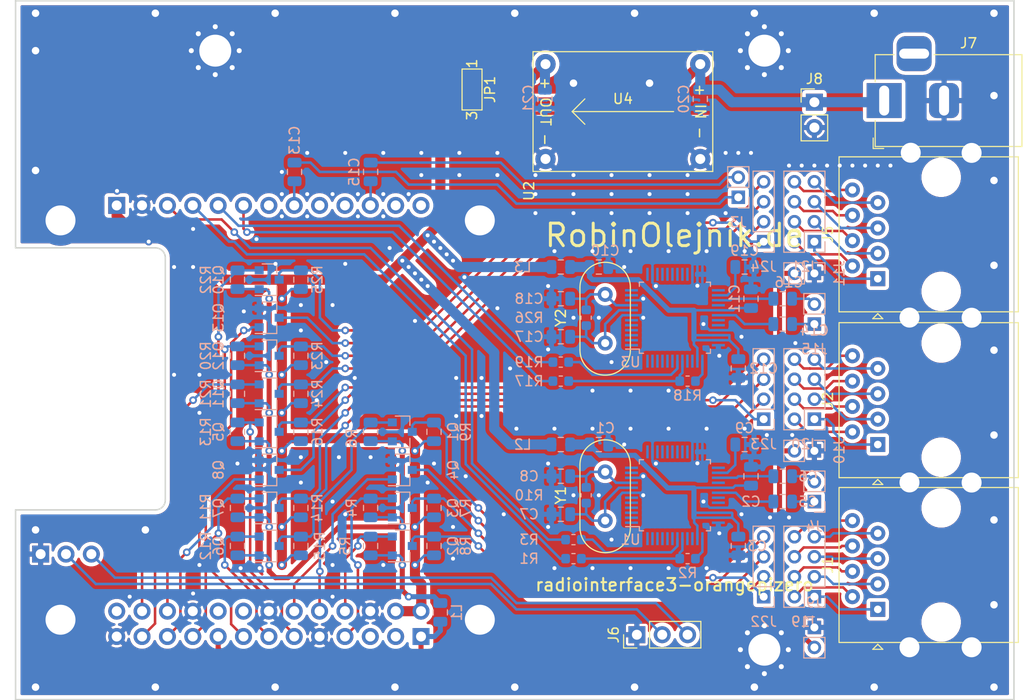
<source format=kicad_pcb>
(kicad_pcb (version 20171130) (host pcbnew "(5.1.5)-3")
  (layers (0 F.Cu signal) (31 B.Cu signal) (36 B.SilkS user hide) (37 F.SilkS user hide) (38 B.Mask user) (39 F.Mask user) (44 Edge.Cuts user))
  (net 0 "")
  (net 1 +3V3)
  (net 2 RX2)
  (net 3 TX2)
  (net 4 +5V)
  (net 5 SQL2)
  (net 6 "Net-(C8-Pad1)")
  (net 7 "Net-(C7-Pad1)")
  (net 8 USB1M)
  (net 9 "Net-(R3-Pad1)")
  (net 10 "Net-(R1-Pad1)")
  (net 11 "Net-(R2-Pad2)")
  (net 12 USB1P)
  (net 13 "Net-(R18-Pad2)")
  (net 14 "Net-(R17-Pad1)")
  (net 15 "Net-(R19-Pad1)")
  (net 16 USB2M)
  (net 17 "Net-(C17-Pad1)")
  (net 18 USB2P)
  (net 19 GND)
  (net 20 PTT3)
  (net 21 "Net-(J2-Pad5)")
  (net 22 "Net-(J1-Pad5)")
  (net 23 "Net-(C15-Pad2)")
  (net 24 "Net-(C14-Pad2)")
  (net 25 "Net-(C13-Pad2)")
  (net 26 "Net-(C5-Pad2)")
  (net 27 "Net-(C6-Pad2)")
  (net 28 "Net-(C9-Pad2)")
  (net 29 TX1)
  (net 30 RX1)
  (net 31 SQL1)
  (net 32 SQL3)
  (net 33 RX3)
  (net 34 TX3)
  (net 35 PTT2)
  (net 36 PTT1)
  (net 37 /RX1_5)
  (net 38 /RX2_5)
  (net 39 /TX1_5)
  (net 40 /SQL2_5)
  (net 41 /TX2_5)
  (net 42 /SQL3_5)
  (net 43 /RX3_5)
  (net 44 /TX3_5)
  (net 45 /SQL1_5)
  (net 46 "Net-(C18-Pad1)")
  (net 47 "Net-(J6-Pad3)")
  (net 48 "Net-(J6-Pad2)")
  (net 49 "Net-(C19-Pad2)")
  (net 50 "Net-(C16-Pad2)")
  (net 51 "Net-(C20-Pad1)")
  (net 52 "Net-(C21-Pad1)")
  (net 53 "Net-(C1-Pad2)")
  (net 54 "Net-(C10-Pad2)")
  (net 55 "Net-(L1-Pad1)")
  (net 56 "Net-(C5-Pad1)")
  (net 57 "Net-(C6-Pad1)")
  (net 58 "Net-(C13-Pad1)")
  (net 59 "Net-(C14-Pad1)")
  (net 60 "Net-(C15-Pad1)")
  (net 61 "Net-(C16-Pad1)")
  (net 62 "Net-(J1-Pad8)")
  (net 63 "Net-(J1-Pad7)")
  (net 64 "Net-(J1-Pad6)")
  (net 65 "Net-(J1-Pad4)")
  (net 66 "Net-(J1-Pad3)")
  (net 67 "Net-(J1-Pad2)")
  (net 68 "Net-(J1-Pad1)")
  (net 69 "Net-(J2-Pad8)")
  (net 70 "Net-(J2-Pad7)")
  (net 71 "Net-(J2-Pad6)")
  (net 72 "Net-(J2-Pad4)")
  (net 73 "Net-(J2-Pad3)")
  (net 74 "Net-(J2-Pad2)")
  (net 75 "Net-(J2-Pad1)")
  (net 76 "Net-(J21-Pad8)")
  (net 77 "Net-(J21-Pad7)")
  (net 78 "Net-(J21-Pad6)")
  (net 79 "Net-(J21-Pad5)")
  (net 80 "Net-(J21-Pad4)")
  (net 81 "Net-(J21-Pad3)")
  (net 82 "Net-(J21-Pad2)")
  (net 83 "Net-(J21-Pad1)")
  (net 84 "Net-(J22-Pad4)")
  (net 85 "Net-(J23-Pad4)")
  (net 86 "Net-(J24-Pad4)")
  (module Capacitor_SMD:C_0805_2012Metric (layer B.Cu) (at 132.39 96.83 90)
    (fp_text reference C12 (at 0 2.54 180) (layer B.SilkS) (effects (justify mirror)))
    (fp_text value 100n)
    (pad 2 smd roundrect (at 0.9375 0 90) (size 0.975 1.4) (layers B.Cu B.Paste B.Mask) (net 54 "Net-(C10-Pad2)"))
    (pad 1 smd roundrect (at -0.9375 0 90) (size 0.975 1.4) (layers B.Cu B.Paste B.Mask) (net 19 GND))
  )
  (module Package_QFP:LQFP-48_7x7mm_P0.5mm (layer B.Cu) (at 126.04 109.53)
    (fp_text reference U1 (at -4.445 4.445) (layer B.SilkS) (effects (justify mirror)))
    (fp_text value CM108AH)
    (pad 48 smd rect (at -2.75 4.35 270) (size 1.3 0.25) (layers B.Cu B.Paste B.Mask))
    (pad 47 smd rect (at -2.25 4.35 270) (size 1.3 0.25) (layers B.Cu B.Paste B.Mask))
    (pad 46 smd rect (at -1.75 4.35 270) (size 1.3 0.25) (layers B.Cu B.Paste B.Mask))
    (pad 45 smd rect (at -1.25 4.35 270) (size 1.3 0.25) (layers B.Cu B.Paste B.Mask))
    (pad 44 smd rect (at -0.75 4.35 270) (size 1.3 0.25) (layers B.Cu B.Paste B.Mask))
    (pad 43 smd rect (at -0.25 4.35 270) (size 1.3 0.25) (layers B.Cu B.Paste B.Mask))
    (pad 42 smd rect (at 0.25 4.35 270) (size 1.3 0.25) (layers B.Cu B.Paste B.Mask) (net 9 "Net-(R3-Pad1)"))
    (pad 41 smd rect (at 0.75 4.35 270) (size 1.3 0.25) (layers B.Cu B.Paste B.Mask) (net 10 "Net-(R1-Pad1)"))
    (pad 40 smd rect (at 1.25 4.35 270) (size 1.3 0.25) (layers B.Cu B.Paste B.Mask))
    (pad 39 smd rect (at 1.75 4.35 270) (size 1.3 0.25) (layers B.Cu B.Paste B.Mask))
    (pad 38 smd rect (at 2.25 4.35 270) (size 1.3 0.25) (layers B.Cu B.Paste B.Mask) (net 53 "Net-(C1-Pad2)"))
    (pad 37 smd rect (at 2.75 4.35 270) (size 1.3 0.25) (layers B.Cu B.Paste B.Mask) (net 11 "Net-(R2-Pad2)"))
    (pad 36 smd rect (at 4.35 2.75) (size 1.3 0.25) (layers B.Cu B.Paste B.Mask) (net 19 GND))
    (pad 35 smd rect (at 4.35 2.25) (size 1.3 0.25) (layers B.Cu B.Paste B.Mask) (net 53 "Net-(C1-Pad2)"))
    (pad 34 smd rect (at 4.35 1.75) (size 1.3 0.25) (layers B.Cu B.Paste B.Mask) (net 53 "Net-(C1-Pad2)"))
    (pad 33 smd rect (at 4.35 1.25) (size 1.3 0.25) (layers B.Cu B.Paste B.Mask) (net 19 GND))
    (pad 32 smd rect (at 4.35 0.75) (size 1.3 0.25) (layers B.Cu B.Paste B.Mask))
    (pad 31 smd rect (at 4.35 0.25) (size 1.3 0.25) (layers B.Cu B.Paste B.Mask))
    (pad 30 smd rect (at 4.35 -0.25) (size 1.3 0.25) (layers B.Cu B.Paste B.Mask) (net 26 "Net-(C5-Pad2)"))
    (pad 29 smd rect (at 4.35 -0.75) (size 1.3 0.25) (layers B.Cu B.Paste B.Mask) (net 53 "Net-(C1-Pad2)"))
    (pad 28 smd rect (at 4.35 -1.25) (size 1.3 0.25) (layers B.Cu B.Paste B.Mask))
    (pad 27 smd rect (at 4.35 -1.75) (size 1.3 0.25) (layers B.Cu B.Paste B.Mask) (net 27 "Net-(C6-Pad2)"))
    (pad 26 smd rect (at 4.35 -2.25) (size 1.3 0.25) (layers B.Cu B.Paste B.Mask) (net 28 "Net-(C9-Pad2)"))
    (pad 25 smd rect (at 4.35 -2.75) (size 1.3 0.25) (layers B.Cu B.Paste B.Mask))
    (pad 24 smd rect (at 2.75 -4.35 270) (size 1.3 0.25) (layers B.Cu B.Paste B.Mask) (net 19 GND))
    (pad 23 smd rect (at 2.25 -4.35 270) (size 1.3 0.25) (layers B.Cu B.Paste B.Mask) (net 19 GND))
    (pad 22 smd rect (at 1.75 -4.35 270) (size 1.3 0.25) (layers B.Cu B.Paste B.Mask) (net 19 GND))
    (pad 21 smd rect (at 1.25 -4.35 270) (size 1.3 0.25) (layers B.Cu B.Paste B.Mask))
    (pad 20 smd rect (at 0.75 -4.35 270) (size 1.3 0.25) (layers B.Cu B.Paste B.Mask))
    (pad 19 smd rect (at 0.25 -4.35 270) (size 1.3 0.25) (layers B.Cu B.Paste B.Mask))
    (pad 18 smd rect (at -0.25 -4.35 270) (size 1.3 0.25) (layers B.Cu B.Paste B.Mask))
    (pad 17 smd rect (at -0.75 -4.35 270) (size 1.3 0.25) (layers B.Cu B.Paste B.Mask))
    (pad 16 smd rect (at -1.25 -4.35 270) (size 1.3 0.25) (layers B.Cu B.Paste B.Mask))
    (pad 15 smd rect (at -1.75 -4.35 270) (size 1.3 0.25) (layers B.Cu B.Paste B.Mask))
    (pad 14 smd rect (at -2.25 -4.35 270) (size 1.3 0.25) (layers B.Cu B.Paste B.Mask) (net 19 GND))
    (pad 13 smd rect (at -2.75 -4.35 270) (size 1.3 0.25) (layers B.Cu B.Paste B.Mask))
    (pad 12 smd rect (at -4.35 -2.75) (size 1.3 0.25) (layers B.Cu B.Paste B.Mask))
    (pad 11 smd rect (at -4.35 -2.25) (size 1.3 0.25) (layers B.Cu B.Paste B.Mask))
    (pad 10 smd rect (at -4.35 -1.75) (size 1.3 0.25) (layers B.Cu B.Paste B.Mask) (net 19 GND))
    (pad 9 smd rect (at -4.35 -1.25) (size 1.3 0.25) (layers B.Cu B.Paste B.Mask) (net 6 "Net-(C8-Pad1)"))
    (pad 8 smd rect (at -4.35 -0.75) (size 1.3 0.25) (layers B.Cu B.Paste B.Mask) (net 7 "Net-(C7-Pad1)"))
    (pad 7 smd rect (at -4.35 -0.25) (size 1.3 0.25) (layers B.Cu B.Paste B.Mask) (net 19 GND))
    (pad 6 smd rect (at -4.35 0.25) (size 1.3 0.25) (layers B.Cu B.Paste B.Mask))
    (pad 5 smd rect (at -4.35 0.75) (size 1.3 0.25) (layers B.Cu B.Paste B.Mask))
    (pad 4 smd rect (at -4.35 1.25) (size 1.3 0.25) (layers B.Cu B.Paste B.Mask))
    (pad 3 smd rect (at -4.35 1.75) (size 1.3 0.25) (layers B.Cu B.Paste B.Mask))
    (pad 2 smd rect (at -4.35 2.25) (size 1.3 0.25) (layers B.Cu B.Paste B.Mask))
    (pad 1 smd rect (at -4.35 2.75) (size 1.3 0.25) (layers B.Cu B.Paste B.Mask))
  )
  (module Connector_PinSocket_2.00mm:PinSocket_1x04_P2.00mm_Vertical (layer B.Cu) (at 134.93 84.13)
    (fp_text reference J24 (at 0 2.5) (layer B.SilkS) (effects (justify mirror)))
    (fp_text value S3)
    (pad 4 thru_hole oval (at 0 -6) (size 1.35 1.35) (drill 0.8) (layers *.Cu *.Mask) (net 86 "Net-(J24-Pad4)"))
    (pad 3 thru_hole oval (at 0 -4) (size 1.35 1.35) (drill 0.8) (layers *.Cu *.Mask) (net 42 /SQL3_5))
    (pad 2 thru_hole oval (at 0 -2) (size 1.35 1.35) (drill 0.8) (layers *.Cu *.Mask) (net 44 /TX3_5))
    (pad 1 thru_hole rect (at 0 0) (size 1.35 1.35) (drill 0.8) (layers *.Cu *.Mask) (net 43 /RX3_5))
  )
  (module Connector_PinSocket_2.00mm:PinSocket_1x04_P2.00mm_Vertical (layer B.Cu) (at 134.93 101.91)
    (fp_text reference J23 (at 0 2.5) (layer B.SilkS) (effects (justify mirror)))
    (fp_text value S2)
    (pad 4 thru_hole oval (at 0 -6) (size 1.35 1.35) (drill 0.8) (layers *.Cu *.Mask) (net 85 "Net-(J23-Pad4)"))
    (pad 3 thru_hole oval (at 0 -4) (size 1.35 1.35) (drill 0.8) (layers *.Cu *.Mask) (net 40 /SQL2_5))
    (pad 2 thru_hole oval (at 0 -2) (size 1.35 1.35) (drill 0.8) (layers *.Cu *.Mask) (net 41 /TX2_5))
    (pad 1 thru_hole rect (at 0 0) (size 1.35 1.35) (drill 0.8) (layers *.Cu *.Mask) (net 38 /RX2_5))
  )
  (module Connector_PinSocket_2.00mm:PinSocket_2x04_P2.00mm_Vertical (layer B.Cu) (at 140.01 101.91)
    (fp_text reference J20 (at -1 2.5) (layer B.SilkS) (effects (justify mirror)))
    (fp_text value R2)
    (pad 8 thru_hole oval (at -2 -6) (size 1.35 1.35) (drill 0.8) (layers *.Cu *.Mask) (net 69 "Net-(J2-Pad8)"))
    (pad 7 thru_hole oval (at 0 -6) (size 1.35 1.35) (drill 0.8) (layers *.Cu *.Mask) (net 70 "Net-(J2-Pad7)"))
    (pad 6 thru_hole oval (at -2 -4) (size 1.35 1.35) (drill 0.8) (layers *.Cu *.Mask) (net 71 "Net-(J2-Pad6)"))
    (pad 5 thru_hole oval (at 0 -4) (size 1.35 1.35) (drill 0.8) (layers *.Cu *.Mask) (net 21 "Net-(J2-Pad5)"))
    (pad 4 thru_hole oval (at -2 -2) (size 1.35 1.35) (drill 0.8) (layers *.Cu *.Mask) (net 72 "Net-(J2-Pad4)"))
    (pad 3 thru_hole oval (at 0 -2) (size 1.35 1.35) (drill 0.8) (layers *.Cu *.Mask) (net 73 "Net-(J2-Pad3)"))
    (pad 2 thru_hole oval (at -2 0) (size 1.35 1.35) (drill 0.8) (layers *.Cu *.Mask) (net 74 "Net-(J2-Pad2)"))
    (pad 1 thru_hole rect (at 0 0) (size 1.35 1.35) (drill 0.8) (layers *.Cu *.Mask) (net 75 "Net-(J2-Pad1)"))
  )
  (module Connector_PinSocket_2.00mm:PinSocket_2x04_P2.00mm_Vertical (layer B.Cu) (at 140.01 119.69)
    (fp_text reference J19 (at -1 2.5) (layer B.SilkS) (effects (justify mirror)))
    (fp_text value R1)
    (pad 8 thru_hole oval (at -2 -6) (size 1.35 1.35) (drill 0.8) (layers *.Cu *.Mask) (net 62 "Net-(J1-Pad8)"))
    (pad 7 thru_hole oval (at 0 -6) (size 1.35 1.35) (drill 0.8) (layers *.Cu *.Mask) (net 63 "Net-(J1-Pad7)"))
    (pad 6 thru_hole oval (at -2 -4) (size 1.35 1.35) (drill 0.8) (layers *.Cu *.Mask) (net 64 "Net-(J1-Pad6)"))
    (pad 5 thru_hole oval (at 0 -4) (size 1.35 1.35) (drill 0.8) (layers *.Cu *.Mask) (net 22 "Net-(J1-Pad5)"))
    (pad 4 thru_hole oval (at -2 -2) (size 1.35 1.35) (drill 0.8) (layers *.Cu *.Mask) (net 65 "Net-(J1-Pad4)"))
    (pad 3 thru_hole oval (at 0 -2) (size 1.35 1.35) (drill 0.8) (layers *.Cu *.Mask) (net 66 "Net-(J1-Pad3)"))
    (pad 2 thru_hole oval (at -2 0) (size 1.35 1.35) (drill 0.8) (layers *.Cu *.Mask) (net 67 "Net-(J1-Pad2)"))
    (pad 1 thru_hole rect (at 0 0) (size 1.35 1.35) (drill 0.8) (layers *.Cu *.Mask) (net 68 "Net-(J1-Pad1)"))
  )
  (module Connector_RJ:RJ45_Amphenol_54602-x08_Horizontal (layer F.Cu) (at 146.36 120.96 90)
    (fp_text reference J1 (at 4.445 -5 90) (layer F.SilkS))
    (fp_text value RJ45)
    (pad 8 thru_hole circle (at 8.89 -2.54 90) (size 1.5 1.5) (drill 0.76) (layers *.Cu *.Mask) (net 62 "Net-(J1-Pad8)"))
    (pad 7 thru_hole circle (at 7.62 0 90) (size 1.5 1.5) (drill 0.76) (layers *.Cu *.Mask) (net 63 "Net-(J1-Pad7)"))
    (pad 6 thru_hole circle (at 6.35 -2.54 90) (size 1.5 1.5) (drill 0.76) (layers *.Cu *.Mask) (net 64 "Net-(J1-Pad6)"))
    (pad 5 thru_hole circle (at 5.08 0 90) (size 1.5 1.5) (drill 0.76) (layers *.Cu *.Mask) (net 22 "Net-(J1-Pad5)"))
    (pad 4 thru_hole circle (at 3.81 -2.54 90) (size 1.5 1.5) (drill 0.76) (layers *.Cu *.Mask) (net 65 "Net-(J1-Pad4)"))
    (pad 3 thru_hole circle (at 2.54 0 90) (size 1.5 1.5) (drill 0.76) (layers *.Cu *.Mask) (net 66 "Net-(J1-Pad3)"))
    (pad 2 thru_hole circle (at 1.27 -2.54 90) (size 1.5 1.5) (drill 0.76) (layers *.Cu *.Mask) (net 67 "Net-(J1-Pad2)"))
    (pad 1 thru_hole rect (at 0 0 90) (size 1.5 1.5) (drill 0.76) (layers *.Cu *.Mask) (net 68 "Net-(J1-Pad1)"))
    (pad "" np_thru_hole circle (at -1.27 6.35 90) (size 3.2 3.2) (drill 3.2) (layers *.Cu *.Mask))
    (pad "" np_thru_hole circle (at 10.16 6.35 90) (size 3.2 3.2) (drill 3.2) (layers *.Cu *.Mask))
  )
  (module Connector_PinSocket_2.00mm:PinSocket_1x04_P2.00mm_Vertical (layer B.Cu) (at 134.93 119.69)
    (fp_text reference J22 (at 0 2.5) (layer B.SilkS) (effects (justify mirror)))
    (fp_text value S1)
    (pad 4 thru_hole oval (at 0 -6) (size 1.35 1.35) (drill 0.8) (layers *.Cu *.Mask) (net 84 "Net-(J22-Pad4)"))
    (pad 3 thru_hole oval (at 0 -4) (size 1.35 1.35) (drill 0.8) (layers *.Cu *.Mask) (net 45 /SQL1_5))
    (pad 2 thru_hole oval (at 0 -2) (size 1.35 1.35) (drill 0.8) (layers *.Cu *.Mask) (net 39 /TX1_5))
    (pad 1 thru_hole rect (at 0 0) (size 1.35 1.35) (drill 0.8) (layers *.Cu *.Mask) (net 37 /RX1_5))
  )
  (module Connector_PinSocket_2.00mm:PinSocket_2x04_P2.00mm_Vertical (layer B.Cu) (at 140.01 84.13)
    (fp_text reference J21 (at -1 2.5) (layer B.SilkS) (effects (justify mirror)))
    (fp_text value R3)
    (pad 8 thru_hole oval (at -2 -6) (size 1.35 1.35) (drill 0.8) (layers *.Cu *.Mask) (net 76 "Net-(J21-Pad8)"))
    (pad 7 thru_hole oval (at 0 -6) (size 1.35 1.35) (drill 0.8) (layers *.Cu *.Mask) (net 77 "Net-(J21-Pad7)"))
    (pad 6 thru_hole oval (at -2 -4) (size 1.35 1.35) (drill 0.8) (layers *.Cu *.Mask) (net 78 "Net-(J21-Pad6)"))
    (pad 5 thru_hole oval (at 0 -4) (size 1.35 1.35) (drill 0.8) (layers *.Cu *.Mask) (net 79 "Net-(J21-Pad5)"))
    (pad 4 thru_hole oval (at -2 -2) (size 1.35 1.35) (drill 0.8) (layers *.Cu *.Mask) (net 80 "Net-(J21-Pad4)"))
    (pad 3 thru_hole oval (at 0 -2) (size 1.35 1.35) (drill 0.8) (layers *.Cu *.Mask) (net 81 "Net-(J21-Pad3)"))
    (pad 2 thru_hole oval (at -2 0) (size 1.35 1.35) (drill 0.8) (layers *.Cu *.Mask) (net 82 "Net-(J21-Pad2)"))
    (pad 1 thru_hole rect (at 0 0) (size 1.35 1.35) (drill 0.8) (layers *.Cu *.Mask) (net 83 "Net-(J21-Pad1)"))
  )
  (module Connector_PinSocket_2.00mm:PinSocket_1x02_P2.00mm_Vertical (layer B.Cu) (at 140.01 92.385)
    (fp_text reference J15 (at 0 2.5) (layer B.SilkS) (effects (justify mirror)))
    (fp_text value A2)
    (pad 2 thru_hole oval (at 0 -2) (size 1.35 1.35) (drill 0.8) (layers *.Cu *.Mask) (net 61 "Net-(C16-Pad1)"))
    (pad 1 thru_hole rect (at 0 0) (size 1.35 1.35) (drill 0.8) (layers *.Cu *.Mask) (net 59 "Net-(C14-Pad1)"))
  )
  (module Connector_PinSocket_2.00mm:PinSocket_1x02_P2.00mm_Vertical (layer B.Cu) (at 140.01 87.305 90)
    (fp_text reference J11 (at 0 2.5 -90) (layer B.SilkS) (effects (justify mirror)))
    (fp_text value P3)
    (pad 2 thru_hole oval (at 0 -2 90) (size 1.35 1.35) (drill 0.8) (layers *.Cu *.Mask) (net 4 +5V))
    (pad 1 thru_hole rect (at 0 0 90) (size 1.35 1.35) (drill 0.8) (layers *.Cu *.Mask) (net 19 GND))
  )
  (module Connector_PinSocket_2.00mm:PinSocket_1x02_P2.00mm_Vertical (layer B.Cu) (at 140.01 105.085 90)
    (fp_text reference J10 (at 0 2.5 -90) (layer B.SilkS) (effects (justify mirror)))
    (fp_text value P2)
    (pad 2 thru_hole oval (at 0 -2 90) (size 1.35 1.35) (drill 0.8) (layers *.Cu *.Mask) (net 4 +5V))
    (pad 1 thru_hole rect (at 0 0 90) (size 1.35 1.35) (drill 0.8) (layers *.Cu *.Mask) (net 19 GND))
  )
  (module Connector_PinSocket_2.00mm:PinSocket_1x02_P2.00mm_Vertical (layer B.Cu) (at 140.01 122.77 180)
    (fp_text reference J9 (at 0 2.5) (layer B.SilkS) (effects (justify mirror)))
    (fp_text value P1)
    (pad 2 thru_hole oval (at 0 -2 180) (size 1.35 1.35) (drill 0.8) (layers *.Cu *.Mask) (net 4 +5V))
    (pad 1 thru_hole rect (at 0 0 180) (size 1.35 1.35) (drill 0.8) (layers *.Cu *.Mask) (net 19 GND))
  )
  (module Connector_RJ:RJ45_Amphenol_54602-x08_Horizontal (layer F.Cu) (at 146.36 87.84 90)
    (fp_text reference J5 (at 4.445 -5 90) (layer F.SilkS))
    (fp_text value RJ45)
    (pad 8 thru_hole circle (at 8.89 -2.54 90) (size 1.5 1.5) (drill 0.76) (layers *.Cu *.Mask) (net 76 "Net-(J21-Pad8)"))
    (pad 7 thru_hole circle (at 7.62 0 90) (size 1.5 1.5) (drill 0.76) (layers *.Cu *.Mask) (net 77 "Net-(J21-Pad7)"))
    (pad 6 thru_hole circle (at 6.35 -2.54 90) (size 1.5 1.5) (drill 0.76) (layers *.Cu *.Mask) (net 78 "Net-(J21-Pad6)"))
    (pad 5 thru_hole circle (at 5.08 0 90) (size 1.5 1.5) (drill 0.76) (layers *.Cu *.Mask) (net 79 "Net-(J21-Pad5)"))
    (pad 4 thru_hole circle (at 3.81 -2.54 90) (size 1.5 1.5) (drill 0.76) (layers *.Cu *.Mask) (net 80 "Net-(J21-Pad4)"))
    (pad 3 thru_hole circle (at 2.54 0 90) (size 1.5 1.5) (drill 0.76) (layers *.Cu *.Mask) (net 81 "Net-(J21-Pad3)"))
    (pad 2 thru_hole circle (at 1.27 -2.54 90) (size 1.5 1.5) (drill 0.76) (layers *.Cu *.Mask) (net 82 "Net-(J21-Pad2)"))
    (pad 1 thru_hole rect (at 0 0 90) (size 1.5 1.5) (drill 0.76) (layers *.Cu *.Mask) (net 83 "Net-(J21-Pad1)"))
    (pad "" np_thru_hole circle (at -1.27 6.35 90) (size 3.2 3.2) (drill 3.2) (layers *.Cu *.Mask))
    (pad "" np_thru_hole circle (at 10.16 6.35 90) (size 3.2 3.2) (drill 3.2) (layers *.Cu *.Mask))
  )
  (module Connector_PinSocket_2.00mm:PinSocket_1x02_P2.00mm_Vertical (layer B.Cu) (at 140.01 110.165)
    (fp_text reference J4 (at 0 2.5) (layer B.SilkS) (effects (justify mirror)))
    (fp_text value A1)
    (pad 2 thru_hole oval (at 0 -2) (size 1.35 1.35) (drill 0.8) (layers *.Cu *.Mask) (net 57 "Net-(C6-Pad1)"))
    (pad 1 thru_hole rect (at 0 0) (size 1.35 1.35) (drill 0.8) (layers *.Cu *.Mask) (net 56 "Net-(C5-Pad1)"))
  )
  (module Connector_PinSocket_2.00mm:PinSocket_1x02_P2.00mm_Vertical (layer B.Cu) (at 132.39 79.685)
    (fp_text reference J3 (at 0 2.5) (layer B.SilkS) (effects (justify mirror)))
    (fp_text value A3)
    (pad 2 thru_hole oval (at 0 -2) (size 1.35 1.35) (drill 0.8) (layers *.Cu *.Mask) (net 60 "Net-(C15-Pad1)"))
    (pad 1 thru_hole rect (at 0 0) (size 1.35 1.35) (drill 0.8) (layers *.Cu *.Mask) (net 58 "Net-(C13-Pad1)"))
  )
  (module Connector_RJ:RJ45_Amphenol_54602-x08_Horizontal (layer F.Cu) (at 146.36 104.45 90)
    (fp_text reference J2 (at 4.445 -5 90) (layer F.SilkS))
    (fp_text value RJ45)
    (pad 8 thru_hole circle (at 8.89 -2.54 90) (size 1.5 1.5) (drill 0.76) (layers *.Cu *.Mask) (net 69 "Net-(J2-Pad8)"))
    (pad 7 thru_hole circle (at 7.62 0 90) (size 1.5 1.5) (drill 0.76) (layers *.Cu *.Mask) (net 70 "Net-(J2-Pad7)"))
    (pad 6 thru_hole circle (at 6.35 -2.54 90) (size 1.5 1.5) (drill 0.76) (layers *.Cu *.Mask) (net 71 "Net-(J2-Pad6)"))
    (pad 5 thru_hole circle (at 5.08 0 90) (size 1.5 1.5) (drill 0.76) (layers *.Cu *.Mask) (net 21 "Net-(J2-Pad5)"))
    (pad 4 thru_hole circle (at 3.81 -2.54 90) (size 1.5 1.5) (drill 0.76) (layers *.Cu *.Mask) (net 72 "Net-(J2-Pad4)"))
    (pad 3 thru_hole circle (at 2.54 0 90) (size 1.5 1.5) (drill 0.76) (layers *.Cu *.Mask) (net 73 "Net-(J2-Pad3)"))
    (pad 2 thru_hole circle (at 1.27 -2.54 90) (size 1.5 1.5) (drill 0.76) (layers *.Cu *.Mask) (net 74 "Net-(J2-Pad2)"))
    (pad 1 thru_hole rect (at 0 0 90) (size 1.5 1.5) (drill 0.76) (layers *.Cu *.Mask) (net 75 "Net-(J2-Pad1)"))
    (pad "" np_thru_hole circle (at -1.27 6.35 90) (size 3.2 3.2) (drill 3.2) (layers *.Cu *.Mask))
    (pad "" np_thru_hole circle (at 10.16 6.35 90) (size 3.2 3.2) (drill 3.2) (layers *.Cu *.Mask))
  )
  (module Capacitor_SMD:C_0805_2012Metric (layer B.Cu) (at 133.66 89.845 270)
    (fp_text reference C11 (at 0 1.65 90) (layer B.SilkS) (effects (justify mirror)))
    (fp_text value 100n)
    (pad 2 smd roundrect (at 0.9375 0 270) (size 0.975 1.4) (layers B.Cu B.Paste B.Mask) (net 54 "Net-(C10-Pad2)"))
    (pad 1 smd roundrect (at -0.9375 0 270) (size 0.975 1.4) (layers B.Cu B.Paste B.Mask) (net 19 GND))
  )
  (module Inductor_SMD:L_0805_2012Metric (layer B.Cu) (at 114.61 86.67)
    (fp_text reference L3 (at -3.81 0 180) (layer B.SilkS) (effects (justify mirror)))
    (fp_text value 10u)
    (pad 2 smd roundrect (at 0.9375 0) (size 0.975 1.4) (layers B.Cu B.Paste B.Mask) (net 54 "Net-(C10-Pad2)"))
    (pad 1 smd roundrect (at -0.9375 0) (size 0.975 1.4) (layers B.Cu B.Paste B.Mask) (net 4 +5V))
  )
  (module Inductor_SMD:L_0805_2012Metric (layer B.Cu) (at 114.61 104.45)
    (fp_text reference L2 (at -3.81 0 180) (layer B.SilkS) (effects (justify mirror)))
    (fp_text value 10u)
    (pad 2 smd roundrect (at 0.9375 0) (size 0.975 1.4) (layers B.Cu B.Paste B.Mask) (net 53 "Net-(C1-Pad2)"))
    (pad 1 smd roundrect (at -0.9375 0) (size 0.975 1.4) (layers B.Cu B.Paste B.Mask) (net 4 +5V))
  )
  (module Inductor_SMD:L_0805_2012Metric (layer B.Cu) (at 102.545 121.2625 90)
    (fp_text reference L1 (at 0 1.65 90) (layer B.SilkS) (effects (justify mirror)))
    (fp_text value 10u)
    (pad 2 smd roundrect (at 0.9375 0 90) (size 0.975 1.4) (layers B.Cu B.Paste B.Mask) (net 1 +3V3))
    (pad 1 smd roundrect (at -0.9375 0 90) (size 0.975 1.4) (layers B.Cu B.Paste B.Mask) (net 55 "Net-(L1-Pad1)"))
  )
  (module PiBoards:OrangePiZero (layer F.Cu) (at 109.5 80.5 90)
    (fp_text reference U2 (at 1.45 1.935 90) (layer F.SilkS))
    (fp_text value OrangePiZero)
    (pad A01 thru_hole rect (at -43.18 -8.89 90) (size 1.7 1.7) (drill 1) (layers *.Cu *.Mask) (net 55 "Net-(L1-Pad1)"))
    (pad A02 thru_hole circle (at -40.64 -8.89 90) (size 1.7 1.7) (drill 1) (layers *.Cu *.Mask) (net 4 +5V))
    (pad A03 thru_hole circle (at -43.18 -11.43 90) (size 1.7 1.7) (drill 1) (layers *.Cu *.Mask))
    (pad A04 thru_hole circle (at -40.64 -11.43 90) (size 1.7 1.7) (drill 1) (layers *.Cu *.Mask) (net 4 +5V))
    (pad A05 thru_hole circle (at -43.18 -13.97 90) (size 1.7 1.7) (drill 1) (layers *.Cu *.Mask))
    (pad A06 thru_hole circle (at -40.64 -13.97 90) (size 1.7 1.7) (drill 1) (layers *.Cu *.Mask) (net 19 GND))
    (pad A07 thru_hole circle (at -43.18 -16.51 90) (size 1.7 1.7) (drill 1) (layers *.Cu *.Mask) (net 31 SQL1))
    (pad A08 thru_hole circle (at -40.64 -16.51 90) (size 1.7 1.7) (drill 1) (layers *.Cu *.Mask) (net 29 TX1))
    (pad A09 thru_hole circle (at -43.18 -19.05 90) (size 1.7 1.7) (drill 1) (layers *.Cu *.Mask) (net 19 GND))
    (pad A10 thru_hole circle (at -40.64 -19.05 90) (size 1.7 1.7) (drill 1) (layers *.Cu *.Mask) (net 30 RX1))
    (pad A11 thru_hole circle (at -43.18 -21.59 90) (size 1.7 1.7) (drill 1) (layers *.Cu *.Mask) (net 2 RX2))
    (pad A12 thru_hole circle (at -40.64 -21.59 90) (size 1.7 1.7) (drill 1) (layers *.Cu *.Mask) (net 36 PTT1))
    (pad A13 thru_hole circle (at -43.18 -24.13 90) (size 1.7 1.7) (drill 1) (layers *.Cu *.Mask) (net 3 TX2))
    (pad A14 thru_hole circle (at -40.64 -24.13 90) (size 1.7 1.7) (drill 1) (layers *.Cu *.Mask) (net 19 GND))
    (pad A15 thru_hole circle (at -43.18 -26.67 90) (size 1.7 1.7) (drill 1) (layers *.Cu *.Mask) (net 5 SQL2))
    (pad A16 thru_hole circle (at -40.64 -26.67 90) (size 1.7 1.7) (drill 1) (layers *.Cu *.Mask))
    (pad A17 thru_hole circle (at -43.18 -29.21 90) (size 1.7 1.7) (drill 1) (layers *.Cu *.Mask) (net 55 "Net-(L1-Pad1)"))
    (pad A18 thru_hole circle (at -40.64 -29.21 90) (size 1.7 1.7) (drill 1) (layers *.Cu *.Mask))
    (pad A19 thru_hole circle (at -43.18 -31.75 90) (size 1.7 1.7) (drill 1) (layers *.Cu *.Mask) (net 20 PTT3))
    (pad A20 thru_hole circle (at -40.64 -31.75 90) (size 1.7 1.7) (drill 1) (layers *.Cu *.Mask) (net 19 GND))
    (pad A21 thru_hole circle (at -43.18 -34.29 90) (size 1.7 1.7) (drill 1) (layers *.Cu *.Mask) (net 32 SQL3))
    (pad A22 thru_hole circle (at -40.64 -34.29 90) (size 1.7 1.7) (drill 1) (layers *.Cu *.Mask) (net 35 PTT2))
    (pad A23 thru_hole circle (at -43.18 -36.83 90) (size 1.7 1.7) (drill 1) (layers *.Cu *.Mask) (net 33 RX3))
    (pad A24 thru_hole circle (at -40.64 -36.83 90) (size 1.7 1.7) (drill 1) (layers *.Cu *.Mask) (net 34 TX3))
    (pad A25 thru_hole circle (at -43.18 -39.37 90) (size 1.7 1.7) (drill 1) (layers *.Cu *.Mask) (net 19 GND))
    (pad A26 thru_hole circle (at -40.64 -39.37 90) (size 1.7 1.7) (drill 1) (layers *.Cu *.Mask))
    (pad B01 thru_hole rect (at 0 -39.37 90) (size 1.7 1.7) (drill 1) (layers *.Cu *.Mask) (net 4 +5V))
    (pad B02 thru_hole circle (at 0 -36.83 90) (size 1.7 1.7) (drill 1) (layers *.Cu *.Mask) (net 19 GND))
    (pad B03 thru_hole circle (at 0 -34.29 90) (size 1.7 1.7) (drill 1) (layers *.Cu *.Mask) (net 8 USB1M))
    (pad B04 thru_hole circle (at 0 -31.75 90) (size 1.7 1.7) (drill 1) (layers *.Cu *.Mask) (net 12 USB1P))
    (pad B05 thru_hole circle (at 0 -29.21 90) (size 1.7 1.7) (drill 1) (layers *.Cu *.Mask) (net 16 USB2M))
    (pad B06 thru_hole circle (at 0 -26.67 90) (size 1.7 1.7) (drill 1) (layers *.Cu *.Mask) (net 18 USB2P))
    (pad B07 thru_hole circle (at 0 -24.13 90) (size 1.7 1.7) (drill 1) (layers *.Cu *.Mask))
    (pad B08 thru_hole circle (at 0 -21.59 90) (size 1.7 1.7) (drill 1) (layers *.Cu *.Mask) (net 25 "Net-(C13-Pad2)"))
    (pad B09 thru_hole circle (at 0 -19.05 90) (size 1.7 1.7) (drill 1) (layers *.Cu *.Mask))
    (pad B10 thru_hole circle (at 0 -16.51 90) (size 1.7 1.7) (drill 1) (layers *.Cu *.Mask))
    (pad B11 thru_hole circle (at 0 -13.97 90) (size 1.7 1.7) (drill 1) (layers *.Cu *.Mask) (net 23 "Net-(C15-Pad2)"))
    (pad B12 thru_hole circle (at 0 -11.43 90) (size 1.7 1.7) (drill 1) (layers *.Cu *.Mask))
    (pad B13 thru_hole circle (at 0 -8.89 90) (size 1.7 1.7) (drill 1) (layers *.Cu *.Mask))
    (pad D1 thru_hole circle (at -41.5 -45 90) (size 5.08 5.08) (drill 3) (layers *.Cu *.Mask) (net 19 GND))
    (pad D2 thru_hole circle (at -1.5 -45 90) (size 5.08 5.08) (drill 3) (layers *.Cu *.Mask) (net 19 GND))
    (pad D3 thru_hole circle (at -41.5 -3 90) (size 5.08 5.08) (drill 3) (layers *.Cu *.Mask) (net 19 GND))
    (pad D4 thru_hole circle (at -1.5 -3 90) (size 5.08 5.08) (drill 3) (layers *.Cu *.Mask) (net 19 GND))
    (pad C1 thru_hole rect (at -34.925 -46.99 90) (size 1.7 1.7) (drill 1) (layers *.Cu *.Mask) (net 19 GND))
    (pad C2 thru_hole circle (at -34.925 -44.45 90) (size 1.7 1.7) (drill 1) (layers *.Cu *.Mask) (net 48 "Net-(J6-Pad2)"))
    (pad C3 thru_hole circle (at -34.925 -41.91 90) (size 1.7 1.7) (drill 1) (layers *.Cu *.Mask) (net 47 "Net-(J6-Pad3)"))
  )
  (module Converter_DCDC_China:Mini-360 (layer F.Cu) (at 120.83 71.1 180)
    (fp_text reference U4 (at 0 1.27 180) (layer F.SilkS))
    (fp_text value Mini-360)
    (fp_text user "+ OUT -" (at 7.75 0 270 unlocked) (layer F.SilkS))
    (fp_text user "+ IN -" (at -7.75 0 270 unlocked) (layer F.SilkS))
    (pad 2 thru_hole circle (at -7.75 -4.75 180) (size 2.032 2.032) (drill 1) (layers *.Cu *.Mask) (net 19 GND))
    (pad 1 thru_hole circle (at -7.75 4.75 180) (size 2.032 2.032) (drill 1) (layers *.Cu *.Mask) (net 51 "Net-(C20-Pad1)"))
    (pad 3 thru_hole circle (at 7.75 4.75 180) (size 2.032 2.032) (drill 1) (layers *.Cu *.Mask) (net 52 "Net-(C21-Pad1)"))
    (pad 4 thru_hole circle (at 7.75 -4.75 180) (size 2.032 2.032) (drill 1) (layers *.Cu *.Mask) (net 19 GND))
  )
  (module Connector_PinHeader_2.54mm:PinHeader_1x02_P2.54mm_Vertical (layer F.Cu) (at 140.01 70.16)
    (fp_text reference J8 (at 0 -2.33) (layer F.SilkS))
    (fp_text value POE)
    (pad 2 thru_hole oval (at 0 2.54) (size 1.7 1.7) (drill 1) (layers *.Cu *.Mask) (net 19 GND))
    (pad 1 thru_hole rect (at 0 0) (size 1.7 1.7) (drill 1) (layers *.Cu *.Mask) (net 51 "Net-(C20-Pad1)"))
  )
  (module Jumper:SolderJumper-3_P1.3mm_Open_Pad1.0x1.5mm_NumberLabels (layer F.Cu) (at 105.72 68.89 270)
    (fp_text reference JP1 (at 0 -1.8 270) (layer F.SilkS))
    (fp_text value PWR_SEL)
    (fp_text user 1 (at -2.6 0 270) (layer F.SilkS))
    (fp_text user 3 (at 2.6 0 270) (layer F.SilkS))
    (pad 1 smd rect (at -1.3 0 270) (size 1 1.5) (layers F.Cu F.Mask) (net 52 "Net-(C21-Pad1)"))
    (pad 2 smd rect (at 0 0 270) (size 1 1.5) (layers F.Cu F.Mask) (net 4 +5V))
    (pad 3 smd rect (at 1.3 0 270) (size 1 1.5) (layers F.Cu F.Mask) (net 51 "Net-(C20-Pad1)"))
  )
  (module Capacitor_SMD:C_0805_2012Metric (layer B.Cu) (at 113.0225 69.8425 270)
    (fp_text reference C21 (at 0 1.65 270) (layer B.SilkS) (effects (justify mirror)))
    (fp_text value 10u)
    (pad 2 smd roundrect (at 0.9375 0 270) (size 0.975 1.4) (layers B.Cu B.Paste B.Mask) (net 19 GND))
    (pad 1 smd roundrect (at -0.9375 0 270) (size 0.975 1.4) (layers B.Cu B.Paste B.Mask) (net 52 "Net-(C21-Pad1)"))
  )
  (module Capacitor_SMD:C_0805_2012Metric (layer B.Cu) (at 128.58 69.8425 270)
    (fp_text reference C20 (at 0 1.65 270) (layer B.SilkS) (effects (justify mirror)))
    (fp_text value 10u)
    (pad 2 smd roundrect (at 0.9375 0 270) (size 0.975 1.4) (layers B.Cu B.Paste B.Mask) (net 19 GND))
    (pad 1 smd roundrect (at -0.9375 0 270) (size 0.975 1.4) (layers B.Cu B.Paste B.Mask) (net 51 "Net-(C20-Pad1)"))
  )
  (module Connector_PinHeader_2.54mm:PinHeader_1x03_P2.54mm_Vertical (layer F.Cu) (at 122.23 123.5 90)
    (fp_text reference J6 (at 0 -2.33 90) (layer F.SilkS))
    (fp_text value UART)
    (pad 3 thru_hole oval (at 0 5.08 90) (size 1.7 1.7) (drill 1) (layers *.Cu *.Mask) (net 47 "Net-(J6-Pad3)"))
    (pad 2 thru_hole oval (at 0 2.54 90) (size 1.7 1.7) (drill 1) (layers *.Cu *.Mask) (net 48 "Net-(J6-Pad2)"))
    (pad 1 thru_hole rect (at 0 0 90) (size 1.7 1.7) (drill 1) (layers *.Cu *.Mask) (net 19 GND))
  )
  (module Capacitor_SMD:C_0805_2012Metric (layer B.Cu) (at 133.025 86.67 180)
    (fp_text reference C19 (at 0 1.65 180) (layer B.SilkS) (effects (justify mirror)))
    (fp_text value 100n)
    (pad 1 smd roundrect (at -0.9375 0 180) (size 0.975 1.4) (layers B.Cu B.Paste B.Mask) (net 19 GND))
    (pad 2 smd roundrect (at 0.9375 0 180) (size 0.975 1.4) (layers B.Cu B.Paste B.Mask) (net 49 "Net-(C19-Pad2)"))
  )
  (module Capacitor_SMD:C_0805_2012Metric (layer B.Cu) (at 114.61 89.845 180)
    (fp_text reference C18 (at 3.175 0) (layer B.SilkS) (effects (justify mirror)))
    (fp_text value 22p)
    (pad 2 smd roundrect (at 0.9375 0 180) (size 0.975 1.4) (layers B.Cu B.Paste B.Mask) (net 19 GND))
    (pad 1 smd roundrect (at -0.9375 0 180) (size 0.975 1.4) (layers B.Cu B.Paste B.Mask) (net 46 "Net-(C18-Pad1)"))
  )
  (module Capacitor_SMD:C_0805_2012Metric (layer B.Cu) (at 114.61 93.655 180)
    (fp_text reference C17 (at 3.175 0) (layer B.SilkS) (effects (justify mirror)))
    (fp_text value 22p)
    (pad 1 smd roundrect (at -0.9375 0 180) (size 0.975 1.4) (layers B.Cu B.Paste B.Mask) (net 17 "Net-(C17-Pad1)"))
    (pad 2 smd roundrect (at 0.9375 0 180) (size 0.975 1.4) (layers B.Cu B.Paste B.Mask) (net 19 GND))
  )
  (module Capacitor_SMD:C_0805_2012Metric (layer B.Cu) (at 136.835 89.845 180)
    (fp_text reference C16 (at -0.635 1.65 180) (layer B.SilkS) (effects (justify mirror)))
    (fp_text value 1u)
    (pad 2 smd roundrect (at 0.9375 0 180) (size 0.975 1.4) (layers B.Cu B.Paste B.Mask) (net 50 "Net-(C16-Pad2)"))
    (pad 1 smd roundrect (at -0.9375 0 180) (size 0.975 1.4) (layers B.Cu B.Paste B.Mask) (net 61 "Net-(C16-Pad1)"))
  )
  (module Capacitor_SMD:C_0805_2012Metric (layer B.Cu) (at 95.56 77.145 270)
    (fp_text reference C15 (at 0 1.65 270) (layer B.SilkS) (effects (justify mirror)))
    (fp_text value 1u)
    (pad 1 smd roundrect (at -0.9375 0 270) (size 0.975 1.4) (layers B.Cu B.Paste B.Mask) (net 60 "Net-(C15-Pad1)"))
    (pad 2 smd roundrect (at 0.9375 0 270) (size 0.975 1.4) (layers B.Cu B.Paste B.Mask) (net 23 "Net-(C15-Pad2)"))
  )
  (module Capacitor_SMD:C_0805_2012Metric (layer B.Cu) (at 136.835 92.385 180)
    (fp_text reference C14 (at -3.175 -0.635 180) (layer B.SilkS) (effects (justify mirror)))
    (fp_text value 1u)
    (pad 2 smd roundrect (at 0.9375 0 180) (size 0.975 1.4) (layers B.Cu B.Paste B.Mask) (net 24 "Net-(C14-Pad2)"))
    (pad 1 smd roundrect (at -0.9375 0 180) (size 0.975 1.4) (layers B.Cu B.Paste B.Mask) (net 59 "Net-(C14-Pad1)"))
  )
  (module Capacitor_SMD:C_0805_2012Metric (layer B.Cu) (at 87.94 77.145 270)
    (fp_text reference C13 (at -3.175 0 270) (layer B.SilkS) (effects (justify mirror)))
    (fp_text value 1u)
    (pad 1 smd roundrect (at -0.9375 0 270) (size 0.975 1.4) (layers B.Cu B.Paste B.Mask) (net 58 "Net-(C13-Pad1)"))
    (pad 2 smd roundrect (at 0.9375 0 270) (size 0.975 1.4) (layers B.Cu B.Paste B.Mask) (net 25 "Net-(C13-Pad2)"))
  )
  (module Capacitor_SMD:C_0805_2012Metric (layer B.Cu) (at 118.42 86.67 180)
    (fp_text reference C10 (at -0.635 1.65 180) (layer B.SilkS) (effects (justify mirror)))
    (fp_text value 1u)
    (pad 2 smd roundrect (at 0.9375 0 180) (size 0.975 1.4) (layers B.Cu B.Paste B.Mask) (net 54 "Net-(C10-Pad2)"))
    (pad 1 smd roundrect (at -0.9375 0 180) (size 0.975 1.4) (layers B.Cu B.Paste B.Mask) (net 19 GND))
  )
  (module Capacitor_SMD:C_0805_2012Metric (layer B.Cu) (at 133.025 104.45 180)
    (fp_text reference C9 (at 0 1.65 180) (layer B.SilkS) (effects (justify mirror)))
    (fp_text value 100n)
    (pad 1 smd roundrect (at -0.9375 0 180) (size 0.975 1.4) (layers B.Cu B.Paste B.Mask) (net 19 GND))
    (pad 2 smd roundrect (at 0.9375 0 180) (size 0.975 1.4) (layers B.Cu B.Paste B.Mask) (net 28 "Net-(C9-Pad2)"))
  )
  (module Capacitor_SMD:C_0805_2012Metric (layer B.Cu) (at 114.61 107.625 180)
    (fp_text reference C8 (at 3.175 0 180) (layer B.SilkS) (effects (justify mirror)))
    (fp_text value 22p)
    (pad 2 smd roundrect (at 0.9375 0 180) (size 0.975 1.4) (layers B.Cu B.Paste B.Mask) (net 19 GND))
    (pad 1 smd roundrect (at -0.9375 0 180) (size 0.975 1.4) (layers B.Cu B.Paste B.Mask) (net 6 "Net-(C8-Pad1)"))
  )
  (module Capacitor_SMD:C_0805_2012Metric (layer B.Cu) (at 114.61 111.435 180)
    (fp_text reference C7 (at 3.175 0 180) (layer B.SilkS) (effects (justify mirror)))
    (fp_text value 22p)
    (pad 1 smd roundrect (at -0.9375 0 180) (size 0.975 1.4) (layers B.Cu B.Paste B.Mask) (net 7 "Net-(C7-Pad1)"))
    (pad 2 smd roundrect (at 0.9375 0 180) (size 0.975 1.4) (layers B.Cu B.Paste B.Mask) (net 19 GND))
  )
  (module Capacitor_SMD:C_0805_2012Metric (layer B.Cu) (at 136.835 107.625 180)
    (fp_text reference C6 (at -2.54 0) (layer B.SilkS) (effects (justify mirror)))
    (fp_text value 1u)
    (pad 2 smd roundrect (at 0.9375 0 180) (size 0.975 1.4) (layers B.Cu B.Paste B.Mask) (net 27 "Net-(C6-Pad2)"))
    (pad 1 smd roundrect (at -0.9375 0 180) (size 0.975 1.4) (layers B.Cu B.Paste B.Mask) (net 57 "Net-(C6-Pad1)"))
  )
  (module Capacitor_SMD:C_0805_2012Metric (layer B.Cu) (at 136.835 110.165 180)
    (fp_text reference C5 (at -2.54 0 180) (layer B.SilkS) (effects (justify mirror)))
    (fp_text value 1u)
    (pad 1 smd roundrect (at -0.9375 0 180) (size 0.975 1.4) (layers B.Cu B.Paste B.Mask) (net 56 "Net-(C5-Pad1)"))
    (pad 2 smd roundrect (at 0.9375 0 180) (size 0.975 1.4) (layers B.Cu B.Paste B.Mask) (net 26 "Net-(C5-Pad2)"))
  )
  (module Capacitor_SMD:C_0805_2012Metric (layer B.Cu) (at 132.39 114.61 90)
    (fp_text reference C3 (at 0 1.905 180) (layer B.SilkS) (effects (justify mirror)))
    (fp_text value 100n)
    (pad 1 smd roundrect (at -0.9375 0 90) (size 0.975 1.4) (layers B.Cu B.Paste B.Mask) (net 19 GND))
    (pad 2 smd roundrect (at 0.9375 0 90) (size 0.975 1.4) (layers B.Cu B.Paste B.Mask) (net 53 "Net-(C1-Pad2)"))
  )
  (module Capacitor_SMD:C_0805_2012Metric (layer B.Cu) (at 133.66 107.625 270)
    (fp_text reference C2 (at 2.54 0) (layer B.SilkS) (effects (justify mirror)))
    (fp_text value 100n)
    (pad 1 smd roundrect (at -0.9375 0 270) (size 0.975 1.4) (layers B.Cu B.Paste B.Mask) (net 19 GND))
    (pad 2 smd roundrect (at 0.9375 0 270) (size 0.975 1.4) (layers B.Cu B.Paste B.Mask) (net 53 "Net-(C1-Pad2)"))
  )
  (module Capacitor_SMD:C_0805_2012Metric (layer B.Cu) (at 118.42 104.45 180)
    (fp_text reference C1 (at -0.635 1.65 180) (layer B.SilkS) (effects (justify mirror)))
    (fp_text value 1u)
    (pad 1 smd roundrect (at -0.9375 0 180) (size 0.975 1.4) (layers B.Cu B.Paste B.Mask) (net 19 GND))
    (pad 2 smd roundrect (at 0.9375 0 180) (size 0.975 1.4) (layers B.Cu B.Paste B.Mask) (net 53 "Net-(C1-Pad2)"))
  )
  (module Connector_BarrelJack:BarrelJack_Horizontal (layer F.Cu) (at 147 70 180)
    (fp_text reference J7 (at -8.45 5.75 180) (layer F.SilkS))
    (fp_text value PWR)
    (pad 1 thru_hole rect (at 0 0 180) (size 3.5 3.5) (drill oval 1 3) (layers *.Cu *.Mask) (net 51 "Net-(C20-Pad1)"))
    (pad 2 thru_hole roundrect (at -6 0 180) (size 3 3.5) (drill oval 1 3) (layers *.Cu *.Mask) (net 19 GND))
    (pad 3 thru_hole roundrect (at -3 4.7 180) (size 3.5 3.5) (drill oval 3 1) (layers *.Cu *.Mask))
  )
  (module Crystal:Crystal_HC49-U_Vertical (layer F.Cu) (at 119.055 112.07 90)
    (fp_text reference Y1 (at 2.54 -4.445 90) (layer F.SilkS))
    (fp_text value 12M)
    (pad 2 thru_hole circle (at 4.88 0 90) (size 1.5 1.5) (drill 0.8) (layers *.Cu *.Mask) (net 6 "Net-(C8-Pad1)"))
    (pad 1 thru_hole circle (at 0 0 90) (size 1.5 1.5) (drill 0.8) (layers *.Cu *.Mask) (net 7 "Net-(C7-Pad1)"))
  )
  (module Crystal:Crystal_HC49-U_Vertical (layer F.Cu) (at 119.055 94.29 90)
    (fp_text reference Y2 (at 2.54 -4.445 90) (layer F.SilkS))
    (fp_text value 12M)
    (pad 1 thru_hole circle (at 0 0 90) (size 1.5 1.5) (drill 0.8) (layers *.Cu *.Mask) (net 17 "Net-(C17-Pad1)"))
    (pad 2 thru_hole circle (at 4.88 0 90) (size 1.5 1.5) (drill 0.8) (layers *.Cu *.Mask) (net 46 "Net-(C18-Pad1)"))
  )
  (module Resistor_SMD:R_0805_2012Metric (layer B.Cu) (at 88.575 114.61 90)
    (fp_text reference R15 (at 0 1.905 270) (layer B.SilkS) (effects (justify mirror)))
    (fp_text value 10k)
    (pad 2 smd roundrect (at 0.9375 0 90) (size 0.975 1.4) (layers B.Cu B.Paste B.Mask) (net 41 /TX2_5))
    (pad 1 smd roundrect (at -0.9375 0 90) (size 0.975 1.4) (layers B.Cu B.Paste B.Mask) (net 4 +5V))
  )
  (module Resistor_SMD:R_0805_2012Metric (layer B.Cu) (at 88.575 99.37 90)
    (fp_text reference R24 (at 0 1.65 90) (layer B.SilkS) (effects (justify mirror)))
    (fp_text value 10k)
    (pad 1 smd roundrect (at -0.9375 0 90) (size 0.975 1.4) (layers B.Cu B.Paste B.Mask) (net 4 +5V))
    (pad 2 smd roundrect (at 0.9375 0 90) (size 0.975 1.4) (layers B.Cu B.Paste B.Mask) (net 44 /TX3_5))
  )
  (module Resistor_SMD:R_0805_2012Metric (layer B.Cu) (at 88.575 87.94 90)
    (fp_text reference R25 (at 0 1.65 90) (layer B.SilkS) (effects (justify mirror)))
    (fp_text value 10k)
    (pad 2 smd roundrect (at 0.9375 0 90) (size 0.975 1.4) (layers B.Cu B.Paste B.Mask) (net 43 /RX3_5))
    (pad 1 smd roundrect (at -0.9375 0 90) (size 0.975 1.4) (layers B.Cu B.Paste B.Mask) (net 4 +5V))
  )
  (module Resistor_SMD:R_0805_2012Metric (layer B.Cu) (at 88.575 95.56 90)
    (fp_text reference R23 (at 0 1.65 90) (layer B.SilkS) (effects (justify mirror)))
    (fp_text value 10k)
    (pad 1 smd roundrect (at -0.9375 0 90) (size 0.975 1.4) (layers B.Cu B.Paste B.Mask) (net 4 +5V))
    (pad 2 smd roundrect (at 0.9375 0 90) (size 0.975 1.4) (layers B.Cu B.Paste B.Mask) (net 42 /SQL3_5))
  )
  (module Resistor_SMD:R_0805_2012Metric (layer B.Cu) (at 82.225 87.94 90)
    (fp_text reference R22 (at 0 -3.175 90) (layer B.SilkS) (effects (justify mirror)))
    (fp_text value 10k)
    (pad 2 smd roundrect (at 0.9375 0 90) (size 0.975 1.4) (layers B.Cu B.Paste B.Mask) (net 33 RX3))
    (pad 1 smd roundrect (at -0.9375 0 90) (size 0.975 1.4) (layers B.Cu B.Paste B.Mask) (net 1 +3V3))
  )
  (module Resistor_SMD:R_0805_2012Metric (layer B.Cu) (at 82.225 99.37 90)
    (fp_text reference R21 (at 0 -3.175 270) (layer B.SilkS) (effects (justify mirror)))
    (fp_text value 10k)
    (pad 1 smd roundrect (at -0.9375 0 90) (size 0.975 1.4) (layers B.Cu B.Paste B.Mask) (net 1 +3V3))
    (pad 2 smd roundrect (at 0.9375 0 90) (size 0.975 1.4) (layers B.Cu B.Paste B.Mask) (net 34 TX3))
  )
  (module Resistor_SMD:R_0805_2012Metric (layer B.Cu) (at 82.225 95.56 90)
    (fp_text reference R20 (at 0 -3.175 90) (layer B.SilkS) (effects (justify mirror)))
    (fp_text value 10k)
    (pad 2 smd roundrect (at 0.9375 0 90) (size 0.975 1.4) (layers B.Cu B.Paste B.Mask) (net 32 SQL3))
    (pad 1 smd roundrect (at -0.9375 0 90) (size 0.975 1.4) (layers B.Cu B.Paste B.Mask) (net 1 +3V3))
  )
  (module Resistor_SMD:R_0805_2012Metric (layer B.Cu) (at 88.575 103.18 90)
    (fp_text reference R16 (at 0 1.65 90) (layer B.SilkS) (effects (justify mirror)))
    (fp_text value 10k)
    (pad 1 smd roundrect (at -0.9375 0 90) (size 0.975 1.4) (layers B.Cu B.Paste B.Mask) (net 4 +5V))
    (pad 2 smd roundrect (at 0.9375 0 90) (size 0.975 1.4) (layers B.Cu B.Paste B.Mask) (net 38 /RX2_5))
  )
  (module Resistor_SMD:R_0805_2012Metric (layer B.Cu) (at 82.225 103.18 90)
    (fp_text reference R13 (at 0 -3.175 90) (layer B.SilkS) (effects (justify mirror)))
    (fp_text value 10k)
    (pad 2 smd roundrect (at 0.9375 0 90) (size 0.975 1.4) (layers B.Cu B.Paste B.Mask) (net 2 RX2))
    (pad 1 smd roundrect (at -0.9375 0 90) (size 0.975 1.4) (layers B.Cu B.Paste B.Mask) (net 1 +3V3))
  )
  (module Resistor_SMD:R_0805_2012Metric (layer B.Cu) (at 82.225 114.61 90)
    (fp_text reference R12 (at 0 -3.175 270) (layer B.SilkS) (effects (justify mirror)))
    (fp_text value 10k)
    (pad 1 smd roundrect (at -0.9375 0 90) (size 0.975 1.4) (layers B.Cu B.Paste B.Mask) (net 1 +3V3))
    (pad 2 smd roundrect (at 0.9375 0 90) (size 0.975 1.4) (layers B.Cu B.Paste B.Mask) (net 3 TX2))
  )
  (module Resistor_SMD:R_0805_2012Metric (layer B.Cu) (at 82.225 110.8 90)
    (fp_text reference R11 (at 0 -3.175 90) (layer B.SilkS) (effects (justify mirror)))
    (fp_text value 10k)
    (pad 2 smd roundrect (at 0.9375 0 90) (size 0.975 1.4) (layers B.Cu B.Paste B.Mask) (net 5 SQL2))
    (pad 1 smd roundrect (at -0.9375 0 90) (size 0.975 1.4) (layers B.Cu B.Paste B.Mask) (net 1 +3V3))
  )
  (module Resistor_SMD:R_0805_2012Metric (layer B.Cu) (at 101.91 114.61 90)
    (fp_text reference R8 (at 0 3.175 90) (layer B.SilkS) (effects (justify mirror)))
    (fp_text value 10k)
    (pad 1 smd roundrect (at -0.9375 0 90) (size 0.975 1.4) (layers B.Cu B.Paste B.Mask) (net 4 +5V))
    (pad 2 smd roundrect (at 0.9375 0 90) (size 0.975 1.4) (layers B.Cu B.Paste B.Mask) (net 39 /TX1_5))
  )
  (module Resistor_SMD:R_0805_2012Metric (layer B.Cu) (at 101.91 110.8 90)
    (fp_text reference R7 (at 0 3.175 90) (layer B.SilkS) (effects (justify mirror)))
    (fp_text value 10k)
    (pad 2 smd roundrect (at 0.9375 0 90) (size 0.975 1.4) (layers B.Cu B.Paste B.Mask) (net 45 /SQL1_5))
    (pad 1 smd roundrect (at -0.9375 0 90) (size 0.975 1.4) (layers B.Cu B.Paste B.Mask) (net 4 +5V))
  )
  (module Resistor_SMD:R_0805_2012Metric (layer B.Cu) (at 95.56 103.18 90)
    (fp_text reference R6 (at -0.635 -1.905 90) (layer B.SilkS) (effects (justify mirror)))
    (fp_text value 10k)
    (pad 1 smd roundrect (at -0.9375 0 90) (size 0.975 1.4) (layers B.Cu B.Paste B.Mask) (net 1 +3V3))
    (pad 2 smd roundrect (at 0.9375 0 90) (size 0.975 1.4) (layers B.Cu B.Paste B.Mask) (net 30 RX1))
  )
  (module Resistor_SMD:R_0805_2012Metric (layer B.Cu) (at 95.56 110.8 90)
    (fp_text reference R4 (at 0 -1.905 90) (layer B.SilkS) (effects (justify mirror)))
    (fp_text value 10k)
    (pad 2 smd roundrect (at 0.9375 0 90) (size 0.975 1.4) (layers B.Cu B.Paste B.Mask) (net 31 SQL1))
    (pad 1 smd roundrect (at -0.9375 0 90) (size 0.975 1.4) (layers B.Cu B.Paste B.Mask) (net 1 +3V3))
  )
  (module Resistor_SMD:R_0805_2012Metric (layer B.Cu) (at 88.575 110.8 90)
    (fp_text reference R14 (at 0 1.65 90) (layer B.SilkS) (effects (justify mirror)))
    (fp_text value 10k)
    (pad 1 smd roundrect (at -0.9375 0 90) (size 0.975 1.4) (layers B.Cu B.Paste B.Mask) (net 4 +5V))
    (pad 2 smd roundrect (at 0.9375 0 90) (size 0.975 1.4) (layers B.Cu B.Paste B.Mask) (net 40 /SQL2_5))
  )
  (module Resistor_SMD:R_0805_2012Metric (layer B.Cu) (at 95.56 114.61 90)
    (fp_text reference R5 (at 0 -2.54 90) (layer B.SilkS) (effects (justify mirror)))
    (fp_text value 10k)
    (pad 2 smd roundrect (at 0.9375 0 90) (size 0.975 1.4) (layers B.Cu B.Paste B.Mask) (net 29 TX1))
    (pad 1 smd roundrect (at -0.9375 0 90) (size 0.975 1.4) (layers B.Cu B.Paste B.Mask) (net 1 +3V3))
  )
  (module Resistor_SMD:R_0805_2012Metric (layer B.Cu) (at 101.91 103.18 90)
    (fp_text reference R9 (at 0 3.175 90) (layer B.SilkS) (effects (justify mirror)))
    (fp_text value 10k)
    (pad 1 smd roundrect (at -0.9375 0 90) (size 0.975 1.4) (layers B.Cu B.Paste B.Mask) (net 4 +5V))
    (pad 2 smd roundrect (at 0.9375 0 90) (size 0.975 1.4) (layers B.Cu B.Paste B.Mask) (net 37 /RX1_5))
  )
  (module Package_TO_SOT_SMD:SOT-23 (layer B.Cu) (at 85.4 91.75)
    (fp_text reference Q13 (at -5.08 0 90) (layer B.SilkS) (effects (justify mirror)))
    (fp_text value BSS138)
    (pad 1 smd rect (at -1 0.95) (size 0.9 0.8) (layers B.Cu B.Paste B.Mask) (net 20 PTT3))
    (pad 2 smd rect (at -1 -0.95) (size 0.9 0.8) (layers B.Cu B.Paste B.Mask) (net 19 GND))
    (pad 3 smd rect (at 1 0) (size 0.9 0.8) (layers B.Cu B.Paste B.Mask) (net 86 "Net-(J24-Pad4)"))
  )
  (module MountingHole:MountingHole_3.2mm_M3_Pad_Via (layer F.Cu) (at 80 65)
    (fp_text reference MH1 hide)
    (fp_text value M3)
    (pad 1 thru_hole circle (at 1.697056 -1.697056) (size 0.8 0.8) (drill 0.5) (layers *.Cu *.Mask) (net 19 GND))
    (pad 1 thru_hole circle (at 0 -2.4) (size 0.8 0.8) (drill 0.5) (layers *.Cu *.Mask) (net 19 GND))
    (pad 1 thru_hole circle (at -1.697056 -1.697056) (size 0.8 0.8) (drill 0.5) (layers *.Cu *.Mask) (net 19 GND))
    (pad 1 thru_hole circle (at -2.4 0) (size 0.8 0.8) (drill 0.5) (layers *.Cu *.Mask) (net 19 GND))
    (pad 1 thru_hole circle (at -1.697056 1.697056) (size 0.8 0.8) (drill 0.5) (layers *.Cu *.Mask) (net 19 GND))
    (pad 1 thru_hole circle (at 0 2.4) (size 0.8 0.8) (drill 0.5) (layers *.Cu *.Mask) (net 19 GND))
    (pad 1 thru_hole circle (at 1.697056 1.697056) (size 0.8 0.8) (drill 0.5) (layers *.Cu *.Mask) (net 19 GND))
    (pad 1 thru_hole circle (at 2.4 0) (size 0.8 0.8) (drill 0.5) (layers *.Cu *.Mask) (net 19 GND))
    (pad 1 thru_hole circle (at 0 0) (size 6.4 6.4) (drill 3.2) (layers *.Cu *.Mask) (net 19 GND))
  )
  (module MountingHole:MountingHole_3.2mm_M3_Pad_Via (layer F.Cu) (at 135 65)
    (fp_text reference MH2 hide)
    (fp_text value M3)
    (pad 1 thru_hole circle (at 0 0) (size 6.4 6.4) (drill 3.2) (layers *.Cu *.Mask) (net 19 GND))
    (pad 1 thru_hole circle (at 2.4 0) (size 0.8 0.8) (drill 0.5) (layers *.Cu *.Mask) (net 19 GND))
    (pad 1 thru_hole circle (at 1.697056 1.697056) (size 0.8 0.8) (drill 0.5) (layers *.Cu *.Mask) (net 19 GND))
    (pad 1 thru_hole circle (at 0 2.4) (size 0.8 0.8) (drill 0.5) (layers *.Cu *.Mask) (net 19 GND))
    (pad 1 thru_hole circle (at -1.697056 1.697056) (size 0.8 0.8) (drill 0.5) (layers *.Cu *.Mask) (net 19 GND))
    (pad 1 thru_hole circle (at -2.4 0) (size 0.8 0.8) (drill 0.5) (layers *.Cu *.Mask) (net 19 GND))
    (pad 1 thru_hole circle (at -1.697056 -1.697056) (size 0.8 0.8) (drill 0.5) (layers *.Cu *.Mask) (net 19 GND))
    (pad 1 thru_hole circle (at 0 -2.4) (size 0.8 0.8) (drill 0.5) (layers *.Cu *.Mask) (net 19 GND))
    (pad 1 thru_hole circle (at 1.697056 -1.697056) (size 0.8 0.8) (drill 0.5) (layers *.Cu *.Mask) (net 19 GND))
  )
  (module MountingHole:MountingHole_3.2mm_M3_Pad_Via (layer F.Cu) (at 135 125)
    (fp_text reference MH3 hide)
    (fp_text value M3)
    (pad 1 thru_hole circle (at 1.697056 -1.697056) (size 0.8 0.8) (drill 0.5) (layers *.Cu *.Mask) (net 19 GND))
    (pad 1 thru_hole circle (at 0 -2.4) (size 0.8 0.8) (drill 0.5) (layers *.Cu *.Mask) (net 19 GND))
    (pad 1 thru_hole circle (at -1.697056 -1.697056) (size 0.8 0.8) (drill 0.5) (layers *.Cu *.Mask) (net 19 GND))
    (pad 1 thru_hole circle (at -2.4 0) (size 0.8 0.8) (drill 0.5) (layers *.Cu *.Mask) (net 19 GND))
    (pad 1 thru_hole circle (at -1.697056 1.697056) (size 0.8 0.8) (drill 0.5) (layers *.Cu *.Mask) (net 19 GND))
    (pad 1 thru_hole circle (at 0 2.4) (size 0.8 0.8) (drill 0.5) (layers *.Cu *.Mask) (net 19 GND))
    (pad 1 thru_hole circle (at 1.697056 1.697056) (size 0.8 0.8) (drill 0.5) (layers *.Cu *.Mask) (net 19 GND))
    (pad 1 thru_hole circle (at 2.4 0) (size 0.8 0.8) (drill 0.5) (layers *.Cu *.Mask) (net 19 GND))
    (pad 1 thru_hole circle (at 0 0) (size 6.4 6.4) (drill 3.2) (layers *.Cu *.Mask) (net 19 GND))
  )
  (module Package_QFP:LQFP-48_7x7mm_P0.5mm (layer B.Cu) (at 126.04 91.75)
    (fp_text reference U3 (at -4.445 4.445) (layer B.SilkS) (effects (justify mirror)))
    (fp_text value CM108AH)
    (pad 1 smd rect (at -4.35 2.75) (size 1.3 0.25) (layers B.Cu B.Paste B.Mask))
    (pad 2 smd rect (at -4.35 2.25) (size 1.3 0.25) (layers B.Cu B.Paste B.Mask))
    (pad 3 smd rect (at -4.35 1.75) (size 1.3 0.25) (layers B.Cu B.Paste B.Mask))
    (pad 4 smd rect (at -4.35 1.25) (size 1.3 0.25) (layers B.Cu B.Paste B.Mask))
    (pad 5 smd rect (at -4.35 0.75) (size 1.3 0.25) (layers B.Cu B.Paste B.Mask))
    (pad 6 smd rect (at -4.35 0.25) (size 1.3 0.25) (layers B.Cu B.Paste B.Mask))
    (pad 7 smd rect (at -4.35 -0.25) (size 1.3 0.25) (layers B.Cu B.Paste B.Mask) (net 19 GND))
    (pad 8 smd rect (at -4.35 -0.75) (size 1.3 0.25) (layers B.Cu B.Paste B.Mask) (net 17 "Net-(C17-Pad1)"))
    (pad 9 smd rect (at -4.35 -1.25) (size 1.3 0.25) (layers B.Cu B.Paste B.Mask) (net 46 "Net-(C18-Pad1)"))
    (pad 10 smd rect (at -4.35 -1.75) (size 1.3 0.25) (layers B.Cu B.Paste B.Mask) (net 19 GND))
    (pad 11 smd rect (at -4.35 -2.25) (size 1.3 0.25) (layers B.Cu B.Paste B.Mask))
    (pad 12 smd rect (at -4.35 -2.75) (size 1.3 0.25) (layers B.Cu B.Paste B.Mask))
    (pad 13 smd rect (at -2.75 -4.35 270) (size 1.3 0.25) (layers B.Cu B.Paste B.Mask))
    (pad 14 smd rect (at -2.25 -4.35 270) (size 1.3 0.25) (layers B.Cu B.Paste B.Mask) (net 19 GND))
    (pad 15 smd rect (at -1.75 -4.35 270) (size 1.3 0.25) (layers B.Cu B.Paste B.Mask))
    (pad 16 smd rect (at -1.25 -4.35 270) (size 1.3 0.25) (layers B.Cu B.Paste B.Mask))
    (pad 17 smd rect (at -0.75 -4.35 270) (size 1.3 0.25) (layers B.Cu B.Paste B.Mask))
    (pad 18 smd rect (at -0.25 -4.35 270) (size 1.3 0.25) (layers B.Cu B.Paste B.Mask))
    (pad 19 smd rect (at 0.25 -4.35 270) (size 1.3 0.25) (layers B.Cu B.Paste B.Mask))
    (pad 20 smd rect (at 0.75 -4.35 270) (size 1.3 0.25) (layers B.Cu B.Paste B.Mask))
    (pad 21 smd rect (at 1.25 -4.35 270) (size 1.3 0.25) (layers B.Cu B.Paste B.Mask))
    (pad 22 smd rect (at 1.75 -4.35 270) (size 1.3 0.25) (layers B.Cu B.Paste B.Mask) (net 19 GND))
    (pad 23 smd rect (at 2.25 -4.35 270) (size 1.3 0.25) (layers B.Cu B.Paste B.Mask) (net 19 GND))
    (pad 24 smd rect (at 2.75 -4.35 270) (size 1.3 0.25) (layers B.Cu B.Paste B.Mask) (net 19 GND))
    (pad 25 smd rect (at 4.35 -2.75) (size 1.3 0.25) (layers B.Cu B.Paste B.Mask))
    (pad 26 smd rect (at 4.35 -2.25) (size 1.3 0.25) (layers B.Cu B.Paste B.Mask) (net 49 "Net-(C19-Pad2)"))
    (pad 27 smd rect (at 4.35 -1.75) (size 1.3 0.25) (layers B.Cu B.Paste B.Mask) (net 50 "Net-(C16-Pad2)"))
    (pad 28 smd rect (at 4.35 -1.25) (size 1.3 0.25) (layers B.Cu B.Paste B.Mask))
    (pad 29 smd rect (at 4.35 -0.75) (size 1.3 0.25) (layers B.Cu B.Paste B.Mask) (net 54 "Net-(C10-Pad2)"))
    (pad 30 smd rect (at 4.35 -0.25) (size 1.3 0.25) (layers B.Cu B.Paste B.Mask) (net 24 "Net-(C14-Pad2)"))
    (pad 31 smd rect (at 4.35 0.25) (size 1.3 0.25) (layers B.Cu B.Paste B.Mask))
    (pad 32 smd rect (at 4.35 0.75) (size 1.3 0.25) (layers B.Cu B.Paste B.Mask))
    (pad 33 smd rect (at 4.35 1.25) (size 1.3 0.25) (layers B.Cu B.Paste B.Mask) (net 19 GND))
    (pad 34 smd rect (at 4.35 1.75) (size 1.3 0.25) (layers B.Cu B.Paste B.Mask) (net 54 "Net-(C10-Pad2)"))
    (pad 35 smd rect (at 4.35 2.25) (size 1.3 0.25) (layers B.Cu B.Paste B.Mask) (net 54 "Net-(C10-Pad2)"))
    (pad 36 smd rect (at 4.35 2.75) (size 1.3 0.25) (layers B.Cu B.Paste B.Mask) (net 19 GND))
    (pad 37 smd rect (at 2.75 4.35 270) (size 1.3 0.25) (layers B.Cu B.Paste B.Mask) (net 13 "Net-(R18-Pad2)"))
    (pad 38 smd rect (at 2.25 4.35 270) (size 1.3 0.25) (layers B.Cu B.Paste B.Mask) (net 54 "Net-(C10-Pad2)"))
    (pad 39 smd rect (at 1.75 4.35 270) (size 1.3 0.25) (layers B.Cu B.Paste B.Mask))
    (pad 40 smd rect (at 1.25 4.35 270) (size 1.3 0.25) (layers B.Cu B.Paste B.Mask))
    (pad 41 smd rect (at 0.75 4.35 270) (size 1.3 0.25) (layers B.Cu B.Paste B.Mask) (net 14 "Net-(R17-Pad1)"))
    (pad 42 smd rect (at 0.25 4.35 270) (size 1.3 0.25) (layers B.Cu B.Paste B.Mask) (net 15 "Net-(R19-Pad1)"))
    (pad 43 smd rect (at -0.25 4.35 270) (size 1.3 0.25) (layers B.Cu B.Paste B.Mask))
    (pad 44 smd rect (at -0.75 4.35 270) (size 1.3 0.25) (layers B.Cu B.Paste B.Mask))
    (pad 45 smd rect (at -1.25 4.35 270) (size 1.3 0.25) (layers B.Cu B.Paste B.Mask))
    (pad 46 smd rect (at -1.75 4.35 270) (size 1.3 0.25) (layers B.Cu B.Paste B.Mask))
    (pad 47 smd rect (at -2.25 4.35 270) (size 1.3 0.25) (layers B.Cu B.Paste B.Mask))
    (pad 48 smd rect (at -2.75 4.35 270) (size 1.3 0.25) (layers B.Cu B.Paste B.Mask))
  )
  (module Package_TO_SOT_SMD:SOT-23 (layer B.Cu) (at 98.735 106.99)
    (fp_text reference Q4 (at 5.08 0 90) (layer B.SilkS) (effects (justify mirror)))
    (fp_text value BSS138)
    (pad 1 smd rect (at -1 0.95) (size 0.9 0.8) (layers B.Cu B.Paste B.Mask) (net 36 PTT1))
    (pad 2 smd rect (at -1 -0.95) (size 0.9 0.8) (layers B.Cu B.Paste B.Mask) (net 19 GND))
    (pad 3 smd rect (at 1 0) (size 0.9 0.8) (layers B.Cu B.Paste B.Mask) (net 84 "Net-(J22-Pad4)"))
  )
  (module Package_TO_SOT_SMD:SOT-23 (layer B.Cu) (at 98.735 110.8)
    (fp_text reference Q3 (at 5.08 0 90) (layer B.SilkS) (effects (justify mirror)))
    (fp_text value BSS138)
    (pad 3 smd rect (at 1 0) (size 0.9 0.8) (layers B.Cu B.Paste B.Mask) (net 45 /SQL1_5))
    (pad 2 smd rect (at -1 -0.95) (size 0.9 0.8) (layers B.Cu B.Paste B.Mask) (net 31 SQL1))
    (pad 1 smd rect (at -1 0.95) (size 0.9 0.8) (layers B.Cu B.Paste B.Mask) (net 1 +3V3))
  )
  (module Package_TO_SOT_SMD:SOT-23 (layer B.Cu) (at 98.735 114.61)
    (fp_text reference Q2 (at 5.08 0 90) (layer B.SilkS) (effects (justify mirror)))
    (fp_text value BSS138)
    (pad 1 smd rect (at -1 0.95) (size 0.9 0.8) (layers B.Cu B.Paste B.Mask) (net 1 +3V3))
    (pad 2 smd rect (at -1 -0.95) (size 0.9 0.8) (layers B.Cu B.Paste B.Mask) (net 29 TX1))
    (pad 3 smd rect (at 1 0) (size 0.9 0.8) (layers B.Cu B.Paste B.Mask) (net 39 /TX1_5))
  )
  (module Package_TO_SOT_SMD:SOT-23 (layer B.Cu) (at 98.735 103.18)
    (fp_text reference Q1 (at 5.08 0 90) (layer B.SilkS) (effects (justify mirror)))
    (fp_text value BSS138)
    (pad 3 smd rect (at 1 0) (size 0.9 0.8) (layers B.Cu B.Paste B.Mask) (net 37 /RX1_5))
    (pad 2 smd rect (at -1 -0.95) (size 0.9 0.8) (layers B.Cu B.Paste B.Mask) (net 30 RX1))
    (pad 1 smd rect (at -1 0.95) (size 0.9 0.8) (layers B.Cu B.Paste B.Mask) (net 1 +3V3))
  )
  (module Package_TO_SOT_SMD:SOT-23 (layer B.Cu) (at 85.4 114.61)
    (fp_text reference Q6 (at -5.08 0 90) (layer B.SilkS) (effects (justify mirror)))
    (fp_text value BSS138)
    (pad 1 smd rect (at -1 0.95) (size 0.9 0.8) (layers B.Cu B.Paste B.Mask) (net 1 +3V3))
    (pad 2 smd rect (at -1 -0.95) (size 0.9 0.8) (layers B.Cu B.Paste B.Mask) (net 3 TX2))
    (pad 3 smd rect (at 1 0) (size 0.9 0.8) (layers B.Cu B.Paste B.Mask) (net 41 /TX2_5))
  )
  (module Package_TO_SOT_SMD:SOT-23 (layer B.Cu) (at 85.4 103.18)
    (fp_text reference Q5 (at -5.08 0 90) (layer B.SilkS) (effects (justify mirror)))
    (fp_text value BSS138)
    (pad 3 smd rect (at 1 0) (size 0.9 0.8) (layers B.Cu B.Paste B.Mask) (net 38 /RX2_5))
    (pad 2 smd rect (at -1 -0.95) (size 0.9 0.8) (layers B.Cu B.Paste B.Mask) (net 2 RX2))
    (pad 1 smd rect (at -1 0.95) (size 0.9 0.8) (layers B.Cu B.Paste B.Mask) (net 1 +3V3))
  )
  (module Package_TO_SOT_SMD:SOT-23 (layer B.Cu) (at 85.4 106.99)
    (fp_text reference Q8 (at -5.08 0 90) (layer B.SilkS) (effects (justify mirror)))
    (fp_text value BSS138)
    (pad 1 smd rect (at -1 0.95) (size 0.9 0.8) (layers B.Cu B.Paste B.Mask) (net 35 PTT2))
    (pad 2 smd rect (at -1 -0.95) (size 0.9 0.8) (layers B.Cu B.Paste B.Mask) (net 19 GND))
    (pad 3 smd rect (at 1 0) (size 0.9 0.8) (layers B.Cu B.Paste B.Mask) (net 85 "Net-(J23-Pad4)"))
  )
  (module Package_TO_SOT_SMD:SOT-23 (layer B.Cu) (at 85.4 110.8)
    (fp_text reference Q7 (at -5.08 0 90) (layer B.SilkS) (effects (justify mirror)))
    (fp_text value BSS138)
    (pad 3 smd rect (at 1 0) (size 0.9 0.8) (layers B.Cu B.Paste B.Mask) (net 40 /SQL2_5))
    (pad 2 smd rect (at -1 -0.95) (size 0.9 0.8) (layers B.Cu B.Paste B.Mask) (net 5 SQL2))
    (pad 1 smd rect (at -1 0.95) (size 0.9 0.8) (layers B.Cu B.Paste B.Mask) (net 1 +3V3))
  )
  (module Package_TO_SOT_SMD:SOT-23 (layer B.Cu) (at 85.4 95.56)
    (fp_text reference Q12 (at -5.08 0 90) (layer B.SilkS) (effects (justify mirror)))
    (fp_text value BSS138)
    (pad 1 smd rect (at -1 0.95) (size 0.9 0.8) (layers B.Cu B.Paste B.Mask) (net 1 +3V3))
    (pad 2 smd rect (at -1 -0.95) (size 0.9 0.8) (layers B.Cu B.Paste B.Mask) (net 32 SQL3))
    (pad 3 smd rect (at 1 0) (size 0.9 0.8) (layers B.Cu B.Paste B.Mask) (net 42 /SQL3_5))
  )
  (module Package_TO_SOT_SMD:SOT-23 (layer B.Cu) (at 85.4 99.37)
    (fp_text reference Q11 (at -5.08 0 90) (layer B.SilkS) (effects (justify mirror)))
    (fp_text value BSS138)
    (pad 3 smd rect (at 1 0) (size 0.9 0.8) (layers B.Cu B.Paste B.Mask) (net 44 /TX3_5))
    (pad 2 smd rect (at -1 -0.95) (size 0.9 0.8) (layers B.Cu B.Paste B.Mask) (net 34 TX3))
    (pad 1 smd rect (at -1 0.95) (size 0.9 0.8) (layers B.Cu B.Paste B.Mask) (net 1 +3V3))
  )
  (module Package_TO_SOT_SMD:SOT-23 (layer B.Cu) (at 85.4 87.94)
    (fp_text reference Q10 (at -5.08 0 90) (layer B.SilkS) (effects (justify mirror)))
    (fp_text value BSS138)
    (pad 1 smd rect (at -1 0.95) (size 0.9 0.8) (layers B.Cu B.Paste B.Mask) (net 1 +3V3))
    (pad 2 smd rect (at -1 -0.95) (size 0.9 0.8) (layers B.Cu B.Paste B.Mask) (net 33 RX3))
    (pad 3 smd rect (at 1 0) (size 0.9 0.8) (layers B.Cu B.Paste B.Mask) (net 43 /RX3_5))
  )
  (module Resistor_SMD:R_0603_1608Metric (layer B.Cu) (at 114.61 98.1 180)
    (fp_text reference R17 (at 3.175 0) (layer B.SilkS) (effects (justify mirror)))
    (fp_text value 22)
    (pad 2 smd roundrect (at 0.7875 0 180) (size 0.875 0.95) (layers B.Cu B.Paste B.Mask) (net 18 USB2P))
    (pad 1 smd roundrect (at -0.7875 0 180) (size 0.875 0.95) (layers B.Cu B.Paste B.Mask) (net 14 "Net-(R17-Pad1)"))
  )
  (module Resistor_SMD:R_0603_1608Metric (layer B.Cu) (at 117.15 91.75 270)
    (fp_text reference R26 (at 0 5.715) (layer B.SilkS) (effects (justify mirror)))
    (fp_text value 1M)
    (pad 2 smd roundrect (at 0.7875 0 270) (size 0.875 0.95) (layers B.Cu B.Paste B.Mask) (net 17 "Net-(C17-Pad1)"))
    (pad 1 smd roundrect (at -0.7875 0 270) (size 0.875 0.95) (layers B.Cu B.Paste B.Mask) (net 46 "Net-(C18-Pad1)"))
  )
  (module Resistor_SMD:R_0603_1608Metric (layer B.Cu) (at 114.61 96.195 180)
    (fp_text reference R19 (at 3.175 0 180) (layer B.SilkS) (effects (justify mirror)))
    (fp_text value 22)
    (pad 1 smd roundrect (at -0.7875 0 180) (size 0.875 0.95) (layers B.Cu B.Paste B.Mask) (net 15 "Net-(R19-Pad1)"))
    (pad 2 smd roundrect (at 0.7875 0 180) (size 0.875 0.95) (layers B.Cu B.Paste B.Mask) (net 16 USB2M))
  )
  (module Resistor_SMD:R_0603_1608Metric (layer B.Cu) (at 127.31 98.1)
    (fp_text reference R18 (at 0 1.43) (layer B.SilkS) (effects (justify mirror)))
    (fp_text value 1.5k)
    (pad 2 smd roundrect (at 0.7875 0) (size 0.875 0.95) (layers B.Cu B.Paste B.Mask) (net 13 "Net-(R18-Pad2)"))
    (pad 1 smd roundrect (at -0.7875 0) (size 0.875 0.95) (layers B.Cu B.Paste B.Mask) (net 14 "Net-(R17-Pad1)"))
  )
  (module Resistor_SMD:R_0603_1608Metric (layer B.Cu) (at 115.88 115.88 180)
    (fp_text reference R1 (at 4.445 0 180) (layer B.SilkS) (effects (justify mirror)))
    (fp_text value 22)
    (pad 2 smd roundrect (at 0.7875 0 180) (size 0.875 0.95) (layers B.Cu B.Paste B.Mask) (net 12 USB1P))
    (pad 1 smd roundrect (at -0.7875 0 180) (size 0.875 0.95) (layers B.Cu B.Paste B.Mask) (net 10 "Net-(R1-Pad1)"))
  )
  (module Resistor_SMD:R_0603_1608Metric (layer B.Cu) (at 127.31 115.88)
    (fp_text reference R2 (at 0 1.43) (layer B.SilkS) (effects (justify mirror)))
    (fp_text value 1.5k)
    (pad 1 smd roundrect (at -0.7875 0) (size 0.875 0.95) (layers B.Cu B.Paste B.Mask) (net 10 "Net-(R1-Pad1)"))
    (pad 2 smd roundrect (at 0.7875 0) (size 0.875 0.95) (layers B.Cu B.Paste B.Mask) (net 11 "Net-(R2-Pad2)"))
  )
  (module Resistor_SMD:R_0603_1608Metric (layer B.Cu) (at 115.88 113.975 180)
    (fp_text reference R3 (at 4.445 0 180) (layer B.SilkS) (effects (justify mirror)))
    (fp_text value 22)
    (pad 2 smd roundrect (at 0.7875 0 180) (size 0.875 0.95) (layers B.Cu B.Paste B.Mask) (net 8 USB1M))
    (pad 1 smd roundrect (at -0.7875 0 180) (size 0.875 0.95) (layers B.Cu B.Paste B.Mask) (net 9 "Net-(R3-Pad1)"))
  )
  (module Resistor_SMD:R_0603_1608Metric (layer B.Cu) (at 117.15 109.53 270)
    (fp_text reference R10 (at 0 5.715) (layer B.SilkS) (effects (justify mirror)))
    (fp_text value 1M)
    (pad 1 smd roundrect (at -0.7875 0 270) (size 0.875 0.95) (layers B.Cu B.Paste B.Mask) (net 6 "Net-(C8-Pad1)"))
    (pad 2 smd roundrect (at 0.7875 0 270) (size 0.875 0.95) (layers B.Cu B.Paste B.Mask) (net 7 "Net-(C7-Pad1)"))
  )
  (gr_text radiointerface3-orangepizero (at 126 118.5) (layer F.SilkS) (effects (font (size 1.25 1.25) (thickness 0.2))))
  (gr_text RobinOlejnik.de (at 126 83.5) (layer F.SilkS) (effects (font (size 2.25 2.25) (thickness 0.3))))
  (gr_line (start 60 111) (end 60 130) (layer Edge.Cuts) (width 0.15))
  (gr_arc (start 74 110) (end 74 111) (angle -90) (layer Edge.Cuts) (width 0.15))
  (gr_line (start 75 85.75) (end 75 110) (layer Edge.Cuts) (width 0.15))
  (gr_arc (start 74 85.75) (end 75 85.75) (angle -90) (layer Edge.Cuts) (width 0.15))
  (gr_line (start 60 84.75) (end 60 60) (layer Edge.Cuts) (width 0.15))
  (gr_line (start 74 111) (end 60 111) (layer Edge.Cuts) (width 0.15))
  (gr_line (start 60 84.75) (end 74 84.75) (layer Edge.Cuts) (width 0.15))
  (gr_line (start 60 60) (end 160 60) (angle 90) (layer Edge.Cuts) (width 0.15))
  (gr_line (start 160 130) (end 60 130) (angle 90) (layer Edge.Cuts) (width 0.15))
  (gr_line (start 160 60) (end 160 130) (angle 90) (layer Edge.Cuts) (width 0.15))
  (segment (start 97.7225 104.1175) (end 97.735 104.13) (width 0.254) (layer B.Cu) (net 1))
  (segment (start 95.56 104.1175) (end 97.7225 104.1175) (width 0.254) (layer B.Cu) (net 1))
  (segment (start 84.3875 104.1175) (end 84.4 104.13) (width 0.254) (layer B.Cu) (net 1))
  (segment (start 82.225 104.1175) (end 84.3875 104.1175) (width 0.254) (layer B.Cu) (net 1))
  (segment (start 97.7225 111.7375) (end 97.735 111.75) (width 0.254) (layer B.Cu) (net 1))
  (segment (start 95.56 111.7375) (end 97.7225 111.7375) (width 0.254) (layer B.Cu) (net 1))
  (segment (start 84.3875 111.7375) (end 84.4 111.75) (width 0.254) (layer B.Cu) (net 1))
  (segment (start 82.225 111.7375) (end 84.3875 111.7375) (width 0.254) (layer B.Cu) (net 1))
  (segment (start 84.3875 96.4975) (end 84.4 96.51) (width 0.254) (layer B.Cu) (net 1))
  (segment (start 82.225 96.4975) (end 84.3875 96.4975) (width 0.254) (layer B.Cu) (net 1))
  (segment (start 84.3875 100.3075) (end 84.4 100.32) (width 0.254) (layer B.Cu) (net 1))
  (segment (start 82.225 100.3075) (end 84.3875 100.3075) (width 0.254) (layer B.Cu) (net 1))
  (segment (start 84.3875 115.5475) (end 84.4 115.56) (width 0.254) (layer B.Cu) (net 1))
  (segment (start 82.225 115.5475) (end 84.3875 115.5475) (width 0.254) (layer B.Cu) (net 1))
  (segment (start 84.3875 88.8775) (end 84.4 88.89) (width 0.254) (layer B.Cu) (net 1))
  (segment (start 82.225 88.8775) (end 84.3875 88.8775) (width 0.254) (layer B.Cu) (net 1))
  (segment (start 85.104 88.89) (end 85.4 89.186) (width 0.254) (layer B.Cu) (net 1))
  (segment (start 84.4 88.89) (end 85.104 88.89) (width 0.254) (layer B.Cu) (net 1))
  (via (at 85.4 89.845) (size 0.762) (drill 0.4) (layers F.Cu B.Cu) (net 1))
  (segment (start 85.4 89.186) (end 85.4 89.845) (width 0.254) (layer B.Cu) (net 1))
  (segment (start 85.104 96.51) (end 85.4 96.806) (width 0.254) (layer B.Cu) (net 1))
  (segment (start 84.4 96.51) (end 85.104 96.51) (width 0.254) (layer B.Cu) (net 1))
  (via (at 85.4 97.465) (size 0.762) (drill 0.4) (layers F.Cu B.Cu) (net 1))
  (segment (start 85.4 96.806) (end 85.4 97.465) (width 0.254) (layer B.Cu) (net 1))
  (segment (start 85.104 100.32) (end 85.4 100.616) (width 0.254) (layer B.Cu) (net 1))
  (segment (start 84.4 100.32) (end 85.104 100.32) (width 0.254) (layer B.Cu) (net 1))
  (via (at 85.4 101.275) (size 0.762) (drill 0.4) (layers F.Cu B.Cu) (net 1))
  (segment (start 85.4 100.616) (end 85.4 101.275) (width 0.254) (layer B.Cu) (net 1))
  (segment (start 85.104 104.13) (end 85.4 104.426) (width 0.254) (layer B.Cu) (net 1))
  (segment (start 84.4 104.13) (end 85.104 104.13) (width 0.254) (layer B.Cu) (net 1))
  (via (at 85.4 105.085) (size 0.762) (drill 0.4) (layers F.Cu B.Cu) (net 1))
  (segment (start 85.4 104.426) (end 85.4 105.085) (width 0.254) (layer B.Cu) (net 1))
  (segment (start 85.104 111.75) (end 85.4 112.046) (width 0.254) (layer B.Cu) (net 1))
  (segment (start 84.4 111.75) (end 85.104 111.75) (width 0.254) (layer B.Cu) (net 1))
  (via (at 85.4 112.705) (size 0.762) (drill 0.4) (layers F.Cu B.Cu) (net 1))
  (segment (start 85.4 112.046) (end 85.4 112.705) (width 0.254) (layer B.Cu) (net 1))
  (segment (start 85.104 115.56) (end 85.4 115.856) (width 0.254) (layer B.Cu) (net 1))
  (segment (start 84.4 115.56) (end 85.104 115.56) (width 0.254) (layer B.Cu) (net 1))
  (via (at 85.4 116.515) (size 0.762) (drill 0.4) (layers F.Cu B.Cu) (net 1))
  (segment (start 85.4 115.856) (end 85.4 116.515) (width 0.254) (layer B.Cu) (net 1))
  (segment (start 98.439 104.13) (end 98.735 104.426) (width 0.254) (layer B.Cu) (net 1))
  (segment (start 97.735 104.13) (end 98.439 104.13) (width 0.254) (layer B.Cu) (net 1))
  (via (at 98.735 105.085) (size 0.762) (drill 0.4) (layers F.Cu B.Cu) (net 1))
  (segment (start 98.735 104.426) (end 98.735 105.085) (width 0.254) (layer B.Cu) (net 1))
  (segment (start 98.439 111.75) (end 98.735 112.046) (width 0.254) (layer B.Cu) (net 1))
  (segment (start 97.735 111.75) (end 98.439 111.75) (width 0.254) (layer B.Cu) (net 1))
  (via (at 98.735 112.705) (size 0.762) (drill 0.4) (layers F.Cu B.Cu) (net 1))
  (segment (start 98.735 112.046) (end 98.735 112.705) (width 0.254) (layer B.Cu) (net 1))
  (via (at 98.735 116.515) (size 0.762) (drill 0.4) (layers F.Cu B.Cu) (net 1))
  (segment (start 98.735 115.856) (end 98.735 116.515) (width 0.254) (layer B.Cu) (net 1))
  (segment (start 97.735 115.56) (end 98.439 115.56) (width 0.254) (layer B.Cu) (net 1))
  (segment (start 98.439 115.56) (end 98.735 115.856) (width 0.254) (layer B.Cu) (net 1))
  (segment (start 97.7225 115.5475) (end 97.735 115.56) (width 0.254) (layer B.Cu) (net 1))
  (segment (start 95.56 115.5475) (end 97.7225 115.5475) (width 0.254) (layer B.Cu) (net 1))
  (via (at 99.37 119.69) (size 0.762) (drill 0.4) (layers F.Cu B.Cu) (net 1))
  (segment (start 99.37 119.69) (end 98.735 119.055) (width 0.508) (layer F.Cu) (net 1))
  (segment (start 98.735 119.055) (end 98.735 116.515) (width 0.508) (layer F.Cu) (net 1))
  (segment (start 85.4 105.085) (end 85.4 112.705) (width 0.508) (layer F.Cu) (net 1))
  (segment (start 85.4 116.515) (end 85.4 112.705) (width 0.508) (layer F.Cu) (net 1))
  (segment (start 98.735 116.515) (end 98.735 112.705) (width 0.508) (layer F.Cu) (net 1))
  (segment (start 98.735 112.705) (end 98.735 105.085) (width 0.508) (layer F.Cu) (net 1))
  (segment (start 85.4 97.465) (end 85.4 101.275) (width 0.508) (layer F.Cu) (net 1))
  (segment (start 85.4 101.275) (end 85.4 105.085) (width 0.508) (layer F.Cu) (net 1))
  (segment (start 85.4 97.465) (end 85.4 89.845) (width 0.508) (layer F.Cu) (net 1))
  (segment (start 92.385 112.705) (end 98.735 112.705) (width 0.508) (layer F.Cu) (net 1))
  (segment (start 87.305 117.785) (end 92.385 112.705) (width 0.508) (layer F.Cu) (net 1))
  (segment (start 86.035 117.785) (end 87.305 117.785) (width 0.508) (layer F.Cu) (net 1))
  (segment (start 85.4 116.515) (end 85.4 117.15) (width 0.508) (layer F.Cu) (net 1))
  (segment (start 85.4 117.15) (end 86.035 117.785) (width 0.508) (layer F.Cu) (net 1))
  (segment (start 101.91 119.69) (end 102.545 120.325) (width 0.508) (layer B.Cu) (net 1))
  (segment (start 99.37 119.69) (end 101.91 119.69) (width 0.508) (layer B.Cu) (net 1))
  (segment (start 84.3875 102.2425) (end 84.4 102.23) (width 0.254) (layer B.Cu) (net 2))
  (segment (start 86.67 120.806078) (end 86.67 120.325) (width 0.254) (layer F.Cu) (net 2))
  (segment (start 86.67 122.23) (end 86.67 120.806078) (width 0.254) (layer F.Cu) (net 2))
  (segment (start 87.91 123.68) (end 87.91 123.47) (width 0.254) (layer F.Cu) (net 2))
  (segment (start 87.91 123.47) (end 86.67 122.23) (width 0.254) (layer F.Cu) (net 2))
  (segment (start 86.67 120.325) (end 83.495 117.15) (width 0.254) (layer F.Cu) (net 2))
  (segment (start 83.495 117.15) (end 83.495 103.18) (width 0.254) (layer F.Cu) (net 2))
  (via (at 83.495 103.18) (size 0.762) (drill 0.4) (layers F.Cu B.Cu) (net 2))
  (segment (start 83.495 102.2425) (end 83.495 103.18) (width 0.254) (layer B.Cu) (net 2))
  (segment (start 83.495 102.2425) (end 84.3875 102.2425) (width 0.254) (layer B.Cu) (net 2))
  (segment (start 82.225 102.2425) (end 83.495 102.2425) (width 0.254) (layer B.Cu) (net 2))
  (segment (start 84.3875 113.6725) (end 84.4 113.66) (width 0.254) (layer B.Cu) (net 3))
  (segment (start 82.225 113.6725) (end 84.3875 113.6725) (width 0.254) (layer B.Cu) (net 3))
  (via (at 80.955 116.515) (size 0.762) (drill 0.4) (layers F.Cu B.Cu) (net 3))
  (segment (start 82.86 118.42) (end 80.955 116.515) (width 0.254) (layer F.Cu) (net 3))
  (segment (start 84.13 119.69) (end 82.86 118.42) (width 0.254) (layer F.Cu) (net 3))
  (segment (start 85.37 123.68) (end 84.13 122.44) (width 0.254) (layer F.Cu) (net 3))
  (segment (start 84.13 122.44) (end 84.13 119.69) (width 0.254) (layer F.Cu) (net 3))
  (segment (start 80.955 116.515) (end 80.955 114.61) (width 0.254) (layer B.Cu) (net 3))
  (segment (start 82.225 113.6725) (end 81.2575 113.6725) (width 0.254) (layer B.Cu) (net 3))
  (segment (start 81.2575 113.6725) (end 80.955 113.975) (width 0.254) (layer B.Cu) (net 3))
  (segment (start 80.955 113.975) (end 80.955 114.61) (width 0.254) (layer B.Cu) (net 3))
  (segment (start 140.01 124.77) (end 136.5175 121.2775) (width 0.508) (layer F.Cu) (net 4))
  (segment (start 136.5175 121.2775) (end 136.5175 114.61) (width 0.508) (layer F.Cu) (net 4))
  (segment (start 136.5175 114.61) (end 136.5175 106.5775) (width 0.508) (layer F.Cu) (net 4))
  (segment (start 136.5175 97.7825) (end 136.5175 96.195) (width 0.508) (layer F.Cu) (net 4))
  (segment (start 138.01 87.305) (end 136.5175 87.305) (width 0.508) (layer F.Cu) (net 4))
  (segment (start 136.5175 96.195) (end 136.5175 87.305) (width 0.508) (layer F.Cu) (net 4))
  (segment (start 138.01 105.085) (end 136.5175 105.085) (width 0.508) (layer F.Cu) (net 4))
  (segment (start 136.5175 106.5775) (end 136.5175 105.085) (width 0.508) (layer F.Cu) (net 4))
  (segment (start 136.5175 105.085) (end 136.5175 97.7825) (width 0.508) (layer F.Cu) (net 4))
  (segment (start 88.575 88.8775) (end 87.6375 88.8775) (width 0.254) (layer B.Cu) (net 4))
  (via (at 86.67 89.845) (size 0.762) (drill 0.4) (layers F.Cu B.Cu) (net 4))
  (segment (start 87.6375 88.8775) (end 86.67 89.845) (width 0.254) (layer B.Cu) (net 4))
  (segment (start 88.575 96.4975) (end 87.6375 96.4975) (width 0.254) (layer B.Cu) (net 4))
  (via (at 86.67 97.465) (size 0.762) (drill 0.4) (layers F.Cu B.Cu) (net 4))
  (segment (start 87.6375 96.4975) (end 86.67 97.465) (width 0.254) (layer B.Cu) (net 4))
  (segment (start 88.575 100.3075) (end 87.6375 100.3075) (width 0.254) (layer B.Cu) (net 4))
  (via (at 86.67 101.275) (size 0.762) (drill 0.4) (layers F.Cu B.Cu) (net 4))
  (segment (start 87.6375 100.3075) (end 86.67 101.275) (width 0.254) (layer B.Cu) (net 4))
  (segment (start 88.575 115.5475) (end 87.6375 115.5475) (width 0.254) (layer B.Cu) (net 4))
  (via (at 86.67 116.515) (size 0.762) (drill 0.4) (layers F.Cu B.Cu) (net 4))
  (segment (start 87.6375 115.5475) (end 86.67 116.515) (width 0.254) (layer B.Cu) (net 4))
  (segment (start 88.575 111.7375) (end 87.6375 111.7375) (width 0.254) (layer B.Cu) (net 4))
  (via (at 86.67 112.705) (size 0.762) (drill 0.4) (layers F.Cu B.Cu) (net 4))
  (segment (start 87.6375 111.7375) (end 86.67 112.705) (width 0.254) (layer B.Cu) (net 4))
  (segment (start 88.575 104.1175) (end 87.6375 104.1175) (width 0.254) (layer B.Cu) (net 4))
  (via (at 86.67 105.085) (size 0.762) (drill 0.4) (layers F.Cu B.Cu) (net 4))
  (segment (start 87.6375 104.1175) (end 86.67 105.085) (width 0.254) (layer B.Cu) (net 4))
  (via (at 100.005 105.085) (size 0.762) (drill 0.4) (layers F.Cu B.Cu) (net 4))
  (via (at 100.005 112.705) (size 0.762) (drill 0.4) (layers F.Cu B.Cu) (net 4))
  (via (at 100.005 116.515) (size 0.762) (drill 0.4) (layers F.Cu B.Cu) (net 4))
  (segment (start 101.91 111.7375) (end 100.9725 111.7375) (width 0.254) (layer B.Cu) (net 4))
  (segment (start 100.9725 111.7375) (end 100.005 112.705) (width 0.254) (layer B.Cu) (net 4))
  (segment (start 100.9725 104.1175) (end 100.005 105.085) (width 0.254) (layer B.Cu) (net 4))
  (segment (start 101.91 104.1175) (end 100.9725 104.1175) (width 0.254) (layer B.Cu) (net 4))
  (segment (start 101.91 115.5475) (end 100.9725 115.5475) (width 0.254) (layer B.Cu) (net 4))
  (segment (start 100.9725 115.5475) (end 100.005 116.515) (width 0.254) (layer B.Cu) (net 4))
  (segment (start 100.64 121.11) (end 100.61 121.14) (width 0.508) (layer F.Cu) (net 4))
  (segment (start 86.67 89.845) (end 86.67 97.465) (width 1.016) (layer F.Cu) (net 4))
  (segment (start 98.07 121.14) (end 100.61 121.14) (width 1.016) (layer F.Cu) (net 4))
  (segment (start 100.005 116.515) (end 100.005 112.705) (width 1.016) (layer F.Cu) (net 4))
  (segment (start 100.005 112.705) (end 100.005 105.085) (width 1.016) (layer F.Cu) (net 4))
  (segment (start 86.67 116.515) (end 86.67 112.705) (width 1.016) (layer F.Cu) (net 4))
  (segment (start 86.67 112.705) (end 86.67 105.085) (width 1.016) (layer F.Cu) (net 4))
  (segment (start 86.67 101.275) (end 86.67 97.465) (width 1.016) (layer F.Cu) (net 4))
  (segment (start 100.005 104.546185) (end 99.273815 103.815) (width 1.016) (layer F.Cu) (net 4))
  (segment (start 100.005 105.085) (end 100.005 104.546185) (width 1.016) (layer F.Cu) (net 4))
  (segment (start 99.273815 103.815) (end 86.67 103.815) (width 1.016) (layer F.Cu) (net 4))
  (segment (start 86.67 105.085) (end 86.67 103.815) (width 1.016) (layer F.Cu) (net 4))
  (segment (start 86.67 103.815) (end 86.67 101.275) (width 1.016) (layer F.Cu) (net 4))
  (segment (start 100.005 116.515) (end 100.005 117.785) (width 1.016) (layer F.Cu) (net 4))
  (segment (start 100.005 117.785) (end 100.64 118.42) (width 1.016) (layer F.Cu) (net 4))
  (segment (start 100.64 118.42) (end 100.64 119.055) (width 1.016) (layer F.Cu) (net 4))
  (segment (start 100.64 119.055) (end 100.64 119.69) (width 1.016) (layer F.Cu) (net 4))
  (segment (start 100.64 119.69) (end 100.64 120.325) (width 1.016) (layer F.Cu) (net 4))
  (segment (start 100.64 120.325) (end 100.64 121.11) (width 1.016) (layer F.Cu) (net 4))
  (segment (start 86.67 89.306185) (end 86.67 89.845) (width 1.016) (layer F.Cu) (net 4))
  (segment (start 86.67 87.94) (end 86.67 89.306185) (width 1.016) (layer F.Cu) (net 4))
  (segment (start 86.67 87.94) (end 96.83 87.94) (width 1.016) (layer F.Cu) (net 4))
  (segment (start 96.83 87.94) (end 98.735 86.035) (width 1.016) (layer F.Cu) (net 4))
  (segment (start 98.735 86.035) (end 101.275 83.495) (width 1.016) (layer F.Cu) (net 4))
  (via (at 98.735 86.035) (size 0.762) (drill 0.4) (layers F.Cu B.Cu) (net 4))
  (via (at 100.005 87.305) (size 0.762) (drill 0.4) (layers F.Cu B.Cu) (net 4))
  (via (at 101.275 83.495) (size 0.762) (drill 0.4) (layers F.Cu B.Cu) (net 4))
  (segment (start 102.545 84.765) (end 102.545 84.765) (width 0.508) (layer F.Cu) (net 4))
  (via (at 101.91 84.13) (size 0.762) (drill 0.4) (layers F.Cu B.Cu) (net 4))
  (segment (start 101.275 83.495) (end 102.545 84.765) (width 1.016) (layer B.Cu) (net 4))
  (segment (start 102.545 84.765) (end 101.275 83.495) (width 1.016) (layer F.Cu) (net 4))
  (segment (start 98.735 86.035) (end 100.005 87.305) (width 1.016) (layer F.Cu) (net 4))
  (segment (start 98.735 86.035) (end 99.37 86.67) (width 1.016) (layer B.Cu) (net 4))
  (segment (start 100.005 87.305) (end 100.64 87.94) (width 1.016) (layer B.Cu) (net 4))
  (segment (start 103.815 86.035) (end 103.18 85.4) (width 1.016) (layer B.Cu) (net 4))
  (via (at 103.815 86.035) (size 0.762) (drill 0.4) (layers F.Cu B.Cu) (net 4))
  (via (at 101.275 88.575) (size 0.762) (drill 0.4) (layers F.Cu B.Cu) (net 4))
  (segment (start 102.545 84.765) (end 103.815 86.035) (width 1.016) (layer F.Cu) (net 4))
  (segment (start 100.005 87.305) (end 101.275 88.575) (width 1.016) (layer F.Cu) (net 4))
  (segment (start 80.955 87.94) (end 86.67 87.94) (width 1.016) (layer F.Cu) (net 4))
  (segment (start 75.24 82.225) (end 80.955 87.94) (width 1.016) (layer F.Cu) (net 4))
  (segment (start 70.795 82.225) (end 75.24 82.225) (width 1.016) (layer F.Cu) (net 4))
  (segment (start 70.13 80.5) (end 70.13 81.56) (width 1.016) (layer F.Cu) (net 4))
  (segment (start 70.13 81.56) (end 70.795 82.225) (width 1.016) (layer F.Cu) (net 4))
  (segment (start 102.545 82.225) (end 101.275 83.495) (width 1.016) (layer F.Cu) (net 4))
  (segment (start 102.545 72.065) (end 102.545 82.225) (width 1.016) (layer F.Cu) (net 4))
  (segment (start 102.545 70.299) (end 102.545 72.065) (width 1.016) (layer F.Cu) (net 4))
  (segment (start 105.72 68.89) (end 103.954 68.89) (width 1.016) (layer F.Cu) (net 4))
  (segment (start 103.954 68.89) (end 102.545 70.299) (width 1.016) (layer F.Cu) (net 4))
  (segment (start 99.37 86.67) (end 100.005 87.305) (width 1.016) (layer B.Cu) (net 4))
  (via (at 99.37 86.67) (size 0.762) (drill 0.4) (layers F.Cu B.Cu) (net 4))
  (segment (start 102.545 84.765) (end 102.545 84.765) (width 1.016) (layer B.Cu) (net 4))
  (via (at 102.545 84.765) (size 0.762) (drill 0.4) (layers F.Cu B.Cu) (net 4))
  (segment (start 100.64 87.94) (end 101.275 88.575) (width 1.016) (layer B.Cu) (net 4))
  (via (at 100.64 87.94) (size 0.762) (drill 0.4) (layers F.Cu B.Cu) (net 4))
  (segment (start 103.18 85.4) (end 102.545 84.765) (width 1.016) (layer B.Cu) (net 4))
  (via (at 103.18 85.4) (size 0.762) (drill 0.4) (layers F.Cu B.Cu) (net 4))
  (segment (start 107.9425 102.8625) (end 109.53 104.45) (width 1.016) (layer B.Cu) (net 4))
  (segment (start 107.9425 95.2425) (end 107.9425 102.8625) (width 1.016) (layer B.Cu) (net 4))
  (segment (start 101.275 88.575) (end 107.9425 95.2425) (width 1.016) (layer B.Cu) (net 4))
  (segment (start 109.53 104.45) (end 113.6725 104.45) (width 1.016) (layer B.Cu) (net 4))
  (segment (start 104.45 86.67) (end 103.815 86.035) (width 1.016) (layer B.Cu) (net 4))
  (segment (start 113.6725 86.67) (end 104.45 86.67) (width 1.016) (layer B.Cu) (net 4))
  (segment (start 136.5175 86.3525) (end 136.5175 87.305) (width 0.508) (layer F.Cu) (net 4))
  (segment (start 136.5175 76.1925) (end 136.5175 86.3525) (width 0.508) (layer F.Cu) (net 4))
  (segment (start 102.545 72.065) (end 132.39 72.065) (width 0.508) (layer F.Cu) (net 4))
  (segment (start 132.39 72.065) (end 136.5175 76.1925) (width 0.508) (layer F.Cu) (net 4))
  (segment (start 84.3875 109.8625) (end 84.4 109.85) (width 0.254) (layer B.Cu) (net 5))
  (segment (start 82.225 109.8625) (end 84.3875 109.8625) (width 0.254) (layer B.Cu) (net 5))
  (segment (start 82.225 109.8625) (end 81.2575 109.8625) (width 0.254) (layer B.Cu) (net 5))
  (segment (start 81.2575 109.8625) (end 80.32 110.8) (width 0.254) (layer B.Cu) (net 5))
  (via (at 80.32 113.34) (size 0.762) (drill 0.4) (layers F.Cu B.Cu) (net 5))
  (segment (start 80.32 110.8) (end 80.32 113.34) (width 0.254) (layer B.Cu) (net 5))
  (segment (start 79.685 113.975) (end 80.32 113.34) (width 0.254) (layer F.Cu) (net 5))
  (segment (start 79.685 117.15) (end 79.685 113.975) (width 0.254) (layer F.Cu) (net 5))
  (segment (start 81.59 119.055) (end 79.685 117.15) (width 0.254) (layer F.Cu) (net 5))
  (segment (start 82.83 123.68) (end 81.59 122.44) (width 0.254) (layer F.Cu) (net 5))
  (segment (start 81.59 122.44) (end 81.59 119.055) (width 0.254) (layer F.Cu) (net 5))
  (segment (start 119.055 107.19) (end 117.585 107.19) (width 0.254) (layer B.Cu) (net 6))
  (segment (start 117.15 107.625) (end 117.15 108.7425) (width 0.254) (layer B.Cu) (net 6))
  (segment (start 117.585 107.19) (end 117.15 107.625) (width 0.254) (layer B.Cu) (net 6))
  (segment (start 117.15 107.625) (end 115.5475 107.625) (width 0.254) (layer B.Cu) (net 6))
  (segment (start 119.055 107.19) (end 120.145 108.28) (width 0.254) (layer B.Cu) (net 6))
  (segment (start 120.145 108.28) (end 121.69 108.28) (width 0.254) (layer B.Cu) (net 6))
  (segment (start 117.785 112.07) (end 119.055 112.07) (width 0.254) (layer B.Cu) (net 7))
  (segment (start 117.15 110.3175) (end 117.15 111.435) (width 0.254) (layer B.Cu) (net 7))
  (segment (start 117.15 111.435) (end 117.785 112.07) (width 0.254) (layer B.Cu) (net 7))
  (segment (start 115.5475 111.435) (end 117.15 111.435) (width 0.254) (layer B.Cu) (net 7))
  (segment (start 119.055 110.165) (end 119.055 112.07) (width 0.254) (layer B.Cu) (net 7))
  (segment (start 121.69 108.78) (end 120.44 108.78) (width 0.254) (layer B.Cu) (net 7))
  (segment (start 120.44 108.78) (end 119.055 110.165) (width 0.254) (layer B.Cu) (net 7))
  (segment (start 75.21 80.5) (end 75.42 80.5) (width 0.254) (layer B.Cu) (net 8))
  (via (at 81.9075 83.177504) (size 0.762) (drill 0.4) (layers F.Cu B.Cu) (net 8))
  (segment (start 105.72 106.355) (end 105.72 94.925) (width 0.254) (layer B.Cu) (net 8))
  (segment (start 115.0925 113.975) (end 113.34 113.975) (width 0.254) (layer B.Cu) (net 8))
  (segment (start 105.72 94.925) (end 95.56 84.765) (width 0.254) (layer B.Cu) (net 8))
  (segment (start 95.56 84.765) (end 83.494996 84.765) (width 0.254) (layer B.Cu) (net 8))
  (segment (start 83.494996 84.765) (end 82.288499 83.558503) (width 0.254) (layer B.Cu) (net 8))
  (segment (start 82.288499 83.558503) (end 81.9075 83.177504) (width 0.254) (layer B.Cu) (net 8))
  (segment (start 113.34 113.975) (end 105.72 106.355) (width 0.254) (layer B.Cu) (net 8))
  (segment (start 80.637496 81.9075) (end 81.9075 83.177504) (width 0.254) (layer F.Cu) (net 8))
  (segment (start 75.21 80.5) (end 76.6175 81.9075) (width 0.254) (layer F.Cu) (net 8))
  (segment (start 76.6175 81.9075) (end 80.637496 81.9075) (width 0.254) (layer F.Cu) (net 8))
  (segment (start 126.29 114.612202) (end 126.29 113.88) (width 0.254) (layer B.Cu) (net 9))
  (segment (start 125.657202 115.245) (end 126.29 114.612202) (width 0.254) (layer B.Cu) (net 9))
  (segment (start 119.055 115.245) (end 125.657202 115.245) (width 0.254) (layer B.Cu) (net 9))
  (segment (start 117.785 113.975) (end 119.055 115.245) (width 0.254) (layer B.Cu) (net 9))
  (segment (start 117.785 113.975) (end 116.6675 113.975) (width 0.254) (layer B.Cu) (net 9))
  (segment (start 126.5225 115.305) (end 126.5225 115.88) (width 0.254) (layer B.Cu) (net 10))
  (segment (start 126.79 115.0375) (end 126.5225 115.305) (width 0.254) (layer B.Cu) (net 10))
  (segment (start 126.79 113.88) (end 126.79 115.0375) (width 0.254) (layer B.Cu) (net 10))
  (segment (start 126.5225 115.88) (end 124.135 115.88) (width 0.254) (layer B.Cu) (net 10))
  (segment (start 116.6675 115.88) (end 124.135 115.88) (width 0.254) (layer B.Cu) (net 10))
  (segment (start 128.79 115.1875) (end 128.0975 115.88) (width 0.254) (layer B.Cu) (net 11))
  (segment (start 128.79 113.88) (end 128.79 115.1875) (width 0.254) (layer B.Cu) (net 11))
  (segment (start 105.085 106.41) (end 114.555 115.88) (width 0.254) (layer B.Cu) (net 12))
  (segment (start 114.555 115.88) (end 115.0925 115.88) (width 0.254) (layer B.Cu) (net 12))
  (segment (start 94.925 85.4) (end 105.085 95.56) (width 0.254) (layer B.Cu) (net 12))
  (segment (start 105.085 95.56) (end 105.085 106.41) (width 0.254) (layer B.Cu) (net 12))
  (segment (start 77.75 80.5) (end 81.38 84.13) (width 0.254) (layer B.Cu) (net 12))
  (segment (start 81.9075 84.13) (end 83.1775 85.4) (width 0.254) (layer B.Cu) (net 12))
  (segment (start 81.38 84.13) (end 81.9075 84.13) (width 0.254) (layer B.Cu) (net 12))
  (segment (start 83.1775 85.4) (end 94.925 85.4) (width 0.254) (layer B.Cu) (net 12))
  (segment (start 128.79 97.4075) (end 128.79 96.1) (width 0.254) (layer B.Cu) (net 13))
  (segment (start 128.0975 98.1) (end 128.79 97.4075) (width 0.254) (layer B.Cu) (net 13))
  (segment (start 126.5225 98.1) (end 115.3975 98.1) (width 0.254) (layer B.Cu) (net 14))
  (segment (start 126.5225 97.525) (end 126.5225 98.1) (width 0.254) (layer B.Cu) (net 14))
  (segment (start 126.79 97.2575) (end 126.5225 97.525) (width 0.254) (layer B.Cu) (net 14))
  (segment (start 126.79 96.1) (end 126.79 97.2575) (width 0.254) (layer B.Cu) (net 14))
  (segment (start 116.515 96.195) (end 115.3975 96.195) (width 0.254) (layer B.Cu) (net 15))
  (segment (start 117.785 97.465) (end 116.515 96.195) (width 0.254) (layer B.Cu) (net 15))
  (segment (start 125.657202 97.465) (end 117.785 97.465) (width 0.254) (layer B.Cu) (net 15))
  (segment (start 126.29 96.832202) (end 125.657202 97.465) (width 0.254) (layer B.Cu) (net 15))
  (segment (start 126.29 96.1) (end 126.29 96.832202) (width 0.254) (layer B.Cu) (net 15))
  (segment (start 82.3325 82.5425) (end 80.29 80.5) (width 0.254) (layer B.Cu) (net 16))
  (segment (start 98.4175 82.5425) (end 82.3325 82.5425) (width 0.254) (layer B.Cu) (net 16))
  (segment (start 113.8225 96.195) (end 112.07 96.195) (width 0.254) (layer B.Cu) (net 16))
  (segment (start 112.07 96.195) (end 98.4175 82.5425) (width 0.254) (layer B.Cu) (net 16))
  (segment (start 115.5475 93.655) (end 117.15 93.655) (width 0.254) (layer B.Cu) (net 17))
  (segment (start 117.785 94.29) (end 119.055 94.29) (width 0.254) (layer B.Cu) (net 17))
  (segment (start 117.15 93.655) (end 117.785 94.29) (width 0.254) (layer B.Cu) (net 17))
  (segment (start 117.15 92.5375) (end 117.15 93.655) (width 0.254) (layer B.Cu) (net 17))
  (segment (start 119.055 92.385) (end 119.055 94.29) (width 0.254) (layer B.Cu) (net 17))
  (segment (start 121.69 91) (end 120.44 91) (width 0.254) (layer B.Cu) (net 17))
  (segment (start 120.44 91) (end 119.055 92.385) (width 0.254) (layer B.Cu) (net 17))
  (via (at 83.177506 83.1775) (size 0.762) (drill 0.4) (layers F.Cu B.Cu) (net 18))
  (segment (start 97.7825 83.1775) (end 83.716321 83.1775) (width 0.254) (layer B.Cu) (net 18))
  (segment (start 112.705 98.1) (end 97.7825 83.1775) (width 0.254) (layer B.Cu) (net 18))
  (segment (start 83.716321 83.1775) (end 83.177506 83.1775) (width 0.254) (layer B.Cu) (net 18))
  (segment (start 113.8225 98.1) (end 112.705 98.1) (width 0.254) (layer B.Cu) (net 18))
  (segment (start 82.83 82.829994) (end 83.177506 83.1775) (width 0.254) (layer F.Cu) (net 18))
  (segment (start 82.83 80.5) (end 82.83 82.829994) (width 0.254) (layer F.Cu) (net 18))
  (via (at 86 61.25) (size 1.5) (drill 0.75) (layers F.Cu B.Cu) (net 19))
  (via (at 86.67 81.59) (size 0.762) (drill 0.4) (layers F.Cu B.Cu) (net 19))
  (via (at 113.975 116.8325) (size 0.762) (drill 0.4) (layers F.Cu B.Cu) (net 19))
  (via (at 117.785 116.8325) (size 0.762) (drill 0.4) (layers F.Cu B.Cu) (net 19))
  (via (at 113.34 106.355) (size 0.762) (drill 0.4) (layers F.Cu B.Cu) (net 19))
  (via (at 113.34 112.705) (size 0.762) (drill 0.4) (layers F.Cu B.Cu) (net 19))
  (via (at 130.485 113.34) (size 0.762) (drill 0.4) (layers F.Cu B.Cu) (net 19))
  (via (at 130.485 95.56) (size 0.762) (drill 0.4) (layers F.Cu B.Cu) (net 19))
  (via (at 113.34 88.575) (size 0.762) (drill 0.4) (layers F.Cu B.Cu) (net 19))
  (via (at 113.34 94.925) (size 0.762) (drill 0.4) (layers F.Cu B.Cu) (net 19))
  (via (at 96.83 81.59) (size 0.762) (drill 0.4) (layers F.Cu B.Cu) (net 19))
  (via (at 94.29 81.59) (size 0.762) (drill 0.4) (layers F.Cu B.Cu) (net 19))
  (via (at 96.83 79.3675) (size 0.762) (drill 0.4) (layers F.Cu B.Cu) (net 19))
  (via (at 94.29 79.3675) (size 0.762) (drill 0.4) (layers F.Cu B.Cu) (net 19))
  (via (at 89.21 81.59) (size 0.762) (drill 0.4) (layers F.Cu B.Cu) (net 19))
  (via (at 89.21 79.3675) (size 0.762) (drill 0.4) (layers F.Cu B.Cu) (net 19))
  (via (at 99.37 79.3675) (size 0.762) (drill 0.4) (layers F.Cu B.Cu) (net 19))
  (via (at 117.785 102.8625) (size 0.762) (drill 0.4) (layers F.Cu B.Cu) (net 19))
  (via (at 125.405 102.8625) (size 0.762) (drill 0.4) (layers F.Cu B.Cu) (net 19))
  (via (at 129.215 102.8625) (size 0.762) (drill 0.4) (layers F.Cu B.Cu) (net 19))
  (via (at 122.865 107.625) (size 0.762) (drill 0.4) (layers F.Cu B.Cu) (net 19))
  (via (at 122.865 109.53) (size 0.762) (drill 0.4) (layers F.Cu B.Cu) (net 19))
  (via (at 124.135 88.575) (size 0.762) (drill 0.4) (layers F.Cu B.Cu) (net 19))
  (via (at 122.865 89.845) (size 0.762) (drill 0.4) (layers F.Cu B.Cu) (net 19))
  (via (at 122.865 91.75) (size 0.762) (drill 0.4) (layers F.Cu B.Cu) (net 19))
  (via (at 117.785 99.0525) (size 0.762) (drill 0.4) (layers F.Cu B.Cu) (net 19))
  (via (at 125.405 99.0525) (size 0.762) (drill 0.4) (layers F.Cu B.Cu) (net 19))
  (via (at 86.67 79.3675) (size 0.762) (drill 0.4) (layers F.Cu B.Cu) (net 19))
  (segment (start 122.615 109.28) (end 122.865 109.53) (width 0.254) (layer B.Cu) (net 19))
  (segment (start 121.69 109.28) (end 122.615 109.28) (width 0.254) (layer B.Cu) (net 19))
  (segment (start 122.71 107.78) (end 122.865 107.625) (width 0.254) (layer B.Cu) (net 19))
  (segment (start 121.69 107.78) (end 122.71 107.78) (width 0.254) (layer B.Cu) (net 19))
  (via (at 132.7075 111.435) (size 0.762) (drill 0.4) (layers F.Cu B.Cu) (net 19))
  (via (at 132.7075 93.655) (size 0.762) (drill 0.4) (layers F.Cu B.Cu) (net 19))
  (via (at 128.8975 92.385) (size 0.762) (drill 0.4) (layers F.Cu B.Cu) (net 19))
  (segment (start 123.79 106.084) (end 124.061 106.355) (width 0.254) (layer B.Cu) (net 19))
  (segment (start 123.79 105.18) (end 123.79 106.084) (width 0.254) (layer B.Cu) (net 19))
  (via (at 124.135 106.355) (size 0.762) (drill 0.4) (layers F.Cu B.Cu) (net 19))
  (segment (start 124.061 106.355) (end 124.135 106.355) (width 0.254) (layer B.Cu) (net 19))
  (segment (start 123.79 88.23) (end 124.135 88.575) (width 0.254) (layer B.Cu) (net 19))
  (segment (start 123.79 87.4) (end 123.79 88.23) (width 0.254) (layer B.Cu) (net 19))
  (segment (start 122.71 90) (end 122.865 89.845) (width 0.254) (layer B.Cu) (net 19))
  (segment (start 121.69 90) (end 122.71 90) (width 0.254) (layer B.Cu) (net 19))
  (via (at 120.96 104.45) (size 0.762) (drill 0.4) (layers F.Cu B.Cu) (net 19))
  (via (at 120.96 86.67) (size 0.762) (drill 0.4) (layers F.Cu B.Cu) (net 19))
  (via (at 129.215 85.0825) (size 0.762) (drill 0.4) (layers F.Cu B.Cu) (net 19))
  (via (at 117.785 85.0825) (size 0.762) (drill 0.4) (layers F.Cu B.Cu) (net 19))
  (via (at 113.975 85.0825) (size 0.762) (drill 0.4) (layers F.Cu B.Cu) (net 19))
  (via (at 92.385 105.72) (size 0.762) (drill 0.4) (layers F.Cu B.Cu) (net 19))
  (via (at 95.56 105.72) (size 0.762) (drill 0.4) (layers F.Cu B.Cu) (net 19))
  (via (at 88.575 105.72) (size 0.762) (drill 0.4) (layers F.Cu B.Cu) (net 19))
  (via (at 88.575 108.26) (size 0.762) (drill 0.4) (layers F.Cu B.Cu) (net 19))
  (via (at 82.225 106.355) (size 0.762) (drill 0.4) (layers F.Cu B.Cu) (net 19))
  (via (at 105.085 107.625) (size 0.762) (drill 0.4) (layers F.Cu B.Cu) (net 19))
  (via (at 106.6725 101.5925) (size 0.762) (drill 0.4) (layers F.Cu B.Cu) (net 19))
  (via (at 104.1325 101.5925) (size 0.762) (drill 0.4) (layers F.Cu B.Cu) (net 19))
  (via (at 104.1325 97.7825) (size 0.762) (drill 0.4) (layers F.Cu B.Cu) (net 19))
  (via (at 103.815 112.705) (size 0.762) (drill 0.4) (layers F.Cu B.Cu) (net 19))
  (via (at 96.83 116.515) (size 0.762) (drill 0.4) (layers F.Cu B.Cu) (net 19))
  (via (at 113.975 102.8625) (size 0.762) (drill 0.4) (layers F.Cu B.Cu) (net 19))
  (via (at 101.91 106.355) (size 0.762) (drill 0.4) (layers F.Cu B.Cu) (net 19))
  (via (at 90.1625 100.005) (size 0.762) (drill 0.4) (layers F.Cu B.Cu) (net 19))
  (via (at 78.415 97.465) (size 0.762) (drill 0.4) (layers F.Cu B.Cu) (net 19))
  (via (at 106.6725 97.7825) (size 0.762) (drill 0.4) (layers F.Cu B.Cu) (net 19))
  (via (at 109.53 96.83) (size 0.762) (drill 0.4) (layers F.Cu B.Cu) (net 19))
  (via (at 108.895 111.435) (size 0.762) (drill 0.4) (layers F.Cu B.Cu) (net 19))
  (via (at 93.02 86.3525) (size 0.762) (drill 0.4) (layers F.Cu B.Cu) (net 19))
  (via (at 91.75 90.48) (size 0.762) (drill 0.4) (layers F.Cu B.Cu) (net 19))
  (via (at 88.575 90.48) (size 0.762) (drill 0.4) (layers F.Cu B.Cu) (net 19))
  (via (at 88.575 93.02) (size 0.762) (drill 0.4) (layers F.Cu B.Cu) (net 19))
  (via (at 91.115 96.195) (size 0.762) (drill 0.4) (layers F.Cu B.Cu) (net 19))
  (via (at 97.465 84.765) (size 0.762) (drill 0.4) (layers F.Cu B.Cu) (net 19))
  (via (at 73.335 84.13) (size 0.762) (drill 0.4) (layers F.Cu B.Cu) (net 19))
  (via (at 75.875 86.67) (size 0.762) (drill 0.4) (layers F.Cu B.Cu) (net 19))
  (via (at 75.875 97.465) (size 0.762) (drill 0.4) (layers F.Cu B.Cu) (net 19))
  (via (at 82.86 91.115) (size 0.762) (drill 0.4) (layers F.Cu B.Cu) (net 19))
  (via (at 62 61.25) (size 1.5) (drill 0.75) (layers F.Cu B.Cu) (net 19))
  (via (at 74 61.25) (size 1.5) (drill 0.75) (layers F.Cu B.Cu) (net 19))
  (via (at 122 61.25) (size 1.5) (drill 0.75) (layers F.Cu B.Cu) (net 19))
  (via (at 134 61.25) (size 1.5) (drill 0.75) (layers F.Cu B.Cu) (net 19))
  (via (at 158 61.25) (size 1.5) (drill 0.75) (layers F.Cu B.Cu) (net 19))
  (via (at 110 61.25) (size 1.5) (drill 0.75) (layers F.Cu B.Cu) (net 19))
  (via (at 158 128.75) (size 1.5) (drill 0.75) (layers F.Cu B.Cu) (net 19))
  (via (at 146 128.75) (size 1.5) (drill 0.75) (layers F.Cu B.Cu) (net 19))
  (via (at 134 128.75) (size 1.5) (drill 0.75) (layers F.Cu B.Cu) (net 19))
  (via (at 122 128.75) (size 1.5) (drill 0.75) (layers F.Cu B.Cu) (net 19))
  (via (at 110 128.75) (size 1.5) (drill 0.75) (layers F.Cu B.Cu) (net 19))
  (via (at 98 128.75) (size 1.5) (drill 0.75) (layers F.Cu B.Cu) (net 19))
  (via (at 86 128.75) (size 1.5) (drill 0.75) (layers F.Cu B.Cu) (net 19))
  (via (at 62 128.75) (size 1.5) (drill 0.75) (layers F.Cu B.Cu) (net 19))
  (via (at 74 128.75) (size 1.5) (drill 0.75) (layers F.Cu B.Cu) (net 19))
  (via (at 158 120.5) (size 1.5) (drill 0.75) (layers F.Cu B.Cu) (net 19))
  (via (at 158 95) (size 1.5) (drill 0.75) (layers F.Cu B.Cu) (net 19))
  (via (at 158 86.5) (size 1.5) (drill 0.75) (layers F.Cu B.Cu) (net 19))
  (via (at 158 69.5) (size 1.5) (drill 0.75) (layers F.Cu B.Cu) (net 19))
  (via (at 158 112) (size 1.5) (drill 0.75) (layers F.Cu B.Cu) (net 19))
  (via (at 158 103.5) (size 1.5) (drill 0.75) (layers F.Cu B.Cu) (net 19))
  (via (at 62 65) (size 1.5) (drill 0.75) (layers F.Cu B.Cu) (net 19))
  (via (at 62 77) (size 1.5) (drill 0.75) (layers F.Cu B.Cu) (net 19))
  (via (at 62 113) (size 1.5) (drill 0.75) (layers F.Cu B.Cu) (net 19))
  (via (at 73 113) (size 1.5) (drill 0.75) (layers F.Cu B.Cu) (net 19))
  (via (at 77.78 82.86) (size 0.762) (drill 0.4) (layers F.Cu B.Cu) (net 19))
  (via (at 129.215 116.8325) (size 0.762) (drill 0.4) (layers F.Cu B.Cu) (net 19))
  (via (at 125.405 116.8325) (size 0.762) (drill 0.4) (layers F.Cu B.Cu) (net 19))
  (via (at 158 78) (size 1.5) (drill 0.75) (layers F.Cu B.Cu) (net 19))
  (via (at 98 61.25) (size 1.5) (drill 0.75) (layers F.Cu B.Cu) (net 19))
  (via (at 146 61.25) (size 1.5) (drill 0.75) (layers F.Cu B.Cu) (net 19))
  (segment (start 130.39 113.245) (end 130.485 113.34) (width 0.254) (layer B.Cu) (net 19))
  (segment (start 130.39 112.28) (end 130.39 113.245) (width 0.254) (layer B.Cu) (net 19))
  (segment (start 132.0525 110.78) (end 132.7075 111.435) (width 0.254) (layer B.Cu) (net 19))
  (segment (start 130.39 110.78) (end 132.0525 110.78) (width 0.254) (layer B.Cu) (net 19))
  (segment (start 132.0525 93) (end 132.7075 93.655) (width 0.254) (layer B.Cu) (net 19))
  (segment (start 130.39 93) (end 132.0525 93) (width 0.254) (layer B.Cu) (net 19))
  (segment (start 130.39 95.465) (end 130.485 95.56) (width 0.254) (layer B.Cu) (net 19))
  (segment (start 130.39 94.5) (end 130.39 95.465) (width 0.254) (layer B.Cu) (net 19))
  (segment (start 122.615 91.5) (end 122.865 91.75) (width 0.254) (layer B.Cu) (net 19))
  (segment (start 121.69 91.5) (end 122.615 91.5) (width 0.254) (layer B.Cu) (net 19))
  (segment (start 120.786 91.5) (end 120.325 91.961) (width 0.254) (layer B.Cu) (net 19))
  (segment (start 121.69 91.5) (end 120.786 91.5) (width 0.254) (layer B.Cu) (net 19))
  (segment (start 120.325 91.961) (end 120.325 92.7025) (width 0.254) (layer B.Cu) (net 19))
  (segment (start 120.786 109.28) (end 120.325 109.741) (width 0.254) (layer B.Cu) (net 19))
  (segment (start 121.69 109.28) (end 120.786 109.28) (width 0.254) (layer B.Cu) (net 19))
  (segment (start 120.325 109.741) (end 120.325 110.4825) (width 0.254) (layer B.Cu) (net 19))
  (segment (start 123.79 104.276) (end 123.8175 104.2485) (width 0.254) (layer B.Cu) (net 19))
  (segment (start 123.79 105.18) (end 123.79 104.276) (width 0.254) (layer B.Cu) (net 19))
  (segment (start 123.8175 104.2485) (end 123.8175 103.815) (width 0.254) (layer B.Cu) (net 19))
  (segment (start 127.79 105.18) (end 127.79 103.66) (width 0.254) (layer B.Cu) (net 19))
  (segment (start 128.29 105.18) (end 128.29 103.47) (width 0.254) (layer B.Cu) (net 19))
  (segment (start 128.79 105.18) (end 128.79 103.605) (width 0.254) (layer B.Cu) (net 19))
  (segment (start 128.29 105.18) (end 128.29 106.3275) (width 0.254) (layer B.Cu) (net 19))
  (segment (start 128.79 105.18) (end 128.79 106.2475) (width 0.254) (layer B.Cu) (net 19))
  (segment (start 127.79 105.18) (end 127.79 106.2) (width 0.254) (layer B.Cu) (net 19))
  (segment (start 128.29 106.3275) (end 128.29 106.3275) (width 0.254) (layer B.Cu) (net 19))
  (via (at 128.29 106.3275) (size 0.762) (drill 0.4) (layers F.Cu B.Cu) (net 19))
  (segment (start 123.79 87.4) (end 123.79 86.21) (width 0.254) (layer B.Cu) (net 19))
  (via (at 91.75 119.69) (size 0.762) (drill 0.4) (layers F.Cu B.Cu) (net 19))
  (via (at 91.75 116.515) (size 0.762) (drill 0.4) (layers F.Cu B.Cu) (net 19))
  (via (at 93.02 111.435) (size 0.762) (drill 0.4) (layers F.Cu B.Cu) (net 19))
  (via (at 91.75 110.165) (size 0.762) (drill 0.4) (layers F.Cu B.Cu) (net 19))
  (via (at 101.275 108.26) (size 0.762) (drill 0.4) (layers F.Cu B.Cu) (net 19))
  (via (at 118.42 109.53) (size 0.762) (drill 0.4) (layers F.Cu B.Cu) (net 19))
  (via (at 118.42 91.75) (size 0.762) (drill 0.4) (layers F.Cu B.Cu) (net 19))
  (via (at 121.595 102.8625) (size 0.762) (drill 0.4) (layers F.Cu B.Cu) (net 19))
  (via (at 121.595 99.0525) (size 0.762) (drill 0.4) (layers F.Cu B.Cu) (net 19))
  (via (at 127.31 81.2725) (size 0.762) (drill 0.4) (layers F.Cu B.Cu) (net 19))
  (via (at 123.5 81.2725) (size 0.762) (drill 0.4) (layers F.Cu B.Cu) (net 19))
  (via (at 119.69 81.2725) (size 0.762) (drill 0.4) (layers F.Cu B.Cu) (net 19))
  (via (at 115.88 81.2725) (size 0.762) (drill 0.4) (layers F.Cu B.Cu) (net 19))
  (via (at 112.07 81.2725) (size 0.762) (drill 0.4) (layers F.Cu B.Cu) (net 19))
  (via (at 121.595 85.0825) (size 0.762) (drill 0.4) (layers F.Cu B.Cu) (net 19))
  (via (at 125.405 85.0825) (size 0.762) (drill 0.4) (layers F.Cu B.Cu) (net 19))
  (via (at 115.88 77.4625) (size 0.762) (drill 0.4) (layers F.Cu B.Cu) (net 19))
  (via (at 123.5 77.4625) (size 0.762) (drill 0.4) (layers F.Cu B.Cu) (net 19))
  (via (at 119.69 77.4625) (size 0.762) (drill 0.4) (layers F.Cu B.Cu) (net 19))
  (via (at 127.31 77.4625) (size 0.762) (drill 0.4) (layers F.Cu B.Cu) (net 19))
  (via (at 115.88 79.3675) (size 0.762) (drill 0.4) (layers F.Cu B.Cu) (net 19))
  (via (at 119.69 79.3675) (size 0.762) (drill 0.4) (layers F.Cu B.Cu) (net 19))
  (via (at 112.07 79.3675) (size 0.762) (drill 0.4) (layers F.Cu B.Cu) (net 19))
  (via (at 123.5 79.3675) (size 0.762) (drill 0.4) (layers F.Cu B.Cu) (net 19))
  (via (at 127.31 79.3675) (size 0.762) (drill 0.4) (layers F.Cu B.Cu) (net 19))
  (via (at 112.07 77.4625) (size 0.762) (drill 0.4) (layers F.Cu B.Cu) (net 19))
  (via (at 108.26 77.4625) (size 0.762) (drill 0.4) (layers F.Cu B.Cu) (net 19))
  (via (at 104.45 77.4625) (size 0.762) (drill 0.4) (layers F.Cu B.Cu) (net 19))
  (via (at 100.64 77.4625) (size 0.762) (drill 0.4) (layers F.Cu B.Cu) (net 19))
  (via (at 108.26 75.24) (size 0.762) (drill 0.4) (layers F.Cu B.Cu) (net 19))
  (via (at 104.45 75.24) (size 0.762) (drill 0.4) (layers F.Cu B.Cu) (net 19))
  (via (at 100.64 75.24) (size 0.762) (drill 0.4) (layers F.Cu B.Cu) (net 19))
  (via (at 70.16 79.05) (size 0.762) (drill 0.4) (layers F.Cu B.Cu) (net 19))
  (via (at 121.595 116.8325) (size 0.762) (drill 0.4) (layers F.Cu B.Cu) (net 19))
  (via (at 110.165 102.8625) (size 0.762) (drill 0.4) (layers F.Cu B.Cu) (net 19))
  (via (at 96.83 75.24) (size 0.762) (drill 0.4) (layers F.Cu B.Cu) (net 19))
  (via (at 115.88 68.255) (size 1.5) (drill 0.75) (layers F.Cu B.Cu) (net 19))
  (via (at 123.5 68.255) (size 1.5) (drill 0.75) (layers F.Cu B.Cu) (net 19))
  (via (at 155.758 91.75) (size 3) (drill 2) (layers F.Cu B.Cu) (net 19))
  (via (at 155.758 108.26) (size 3) (drill 2) (layers F.Cu B.Cu) (net 19))
  (via (at 155.758 124.755) (size 3) (drill 2) (layers F.Cu B.Cu) (net 19))
  (via (at 155.758 75.24) (size 3) (drill 2) (layers F.Cu B.Cu) (net 19))
  (via (at 149.662 75.225) (size 3) (drill 2) (layers F.Cu B.Cu) (net 19))
  (via (at 149.535 91.735) (size 3) (drill 2) (layers F.Cu B.Cu) (net 19))
  (via (at 149.535 108.245) (size 3) (drill 2) (layers F.Cu B.Cu) (net 19))
  (via (at 149.535 124.755) (size 3) (drill 2) (layers F.Cu B.Cu) (net 19))
  (via (at 103.815 115.88) (size 0.762) (drill 0.4) (layers F.Cu B.Cu) (net 19))
  (via (at 119.69 113.975) (size 0.762) (drill 0.4) (layers F.Cu B.Cu) (net 19))
  (via (at 119.69 96.195) (size 0.762) (drill 0.4) (layers F.Cu B.Cu) (net 19))
  (via (at 77.78 86.67) (size 0.762) (drill 0.4) (layers F.Cu B.Cu) (net 19))
  (via (at 78.415 101.275) (size 0.762) (drill 0.4) (layers F.Cu B.Cu) (net 19))
  (via (at 78.415 116.515) (size 0.762) (drill 0.4) (layers F.Cu B.Cu) (net 19))
  (via (at 77.78 119.3725) (size 0.762) (drill 0.4) (layers F.Cu B.Cu) (net 19))
  (via (at 71.43 119.69) (size 0.762) (drill 0.4) (layers F.Cu B.Cu) (net 19))
  (via (at 84.4475 116.8325) (size 0.762) (drill 0.4) (layers F.Cu B.Cu) (net 19))
  (via (at 82.5425 116.8325) (size 0.762) (drill 0.4) (layers F.Cu B.Cu) (net 19))
  (via (at 128.8975 110.165) (size 0.762) (drill 0.4) (layers F.Cu B.Cu) (net 19))
  (segment (start 129.5125 93) (end 128.8975 92.385) (width 0.254) (layer B.Cu) (net 19))
  (segment (start 130.39 93) (end 129.5125 93) (width 0.254) (layer B.Cu) (net 19))
  (segment (start 129.5125 110.78) (end 128.8975 110.165) (width 0.254) (layer B.Cu) (net 19))
  (segment (start 130.39 110.78) (end 129.5125 110.78) (width 0.254) (layer B.Cu) (net 19))
  (via (at 115.88 91.75) (size 0.762) (drill 0.4) (layers F.Cu B.Cu) (net 19))
  (via (at 115.88 109.53) (size 0.762) (drill 0.4) (layers F.Cu B.Cu) (net 19))
  (via (at 93.02 75.24) (size 0.762) (drill 0.4) (layers F.Cu B.Cu) (net 19))
  (via (at 89.21 75.24) (size 0.762) (drill 0.4) (layers F.Cu B.Cu) (net 19))
  (via (at 91.75 79.3675) (size 0.762) (drill 0.4) (layers F.Cu B.Cu) (net 19))
  (via (at 86.67 77.145) (size 0.762) (drill 0.4) (layers F.Cu B.Cu) (net 19))
  (via (at 100.005 92.0675) (size 0.762) (drill 0.4) (layers F.Cu B.Cu) (net 19))
  (via (at 108.26 90.7975) (size 0.762) (drill 0.4) (layers F.Cu B.Cu) (net 19))
  (via (at 93.9725 97.7825) (size 0.762) (drill 0.4) (layers F.Cu B.Cu) (net 19))
  (via (at 104.958 87.686) (size 0.762) (drill 0.4) (layers F.Cu B.Cu) (net 19))
  (via (at 84.13 83.876) (size 0.762) (drill 0.4) (layers F.Cu B.Cu) (net 19))
  (via (at 86.035 86.3525) (size 0.762) (drill 0.4) (layers F.Cu B.Cu) (net 19))
  (via (at 131.12 75.24) (size 0.762) (drill 0.4) (layers F.Cu B.Cu) (net 19))
  (via (at 132.39 75.24) (size 0.762) (drill 0.4) (layers F.Cu B.Cu) (net 19))
  (via (at 133.66 75.24) (size 0.762) (drill 0.4) (layers F.Cu B.Cu) (net 19))
  (via (at 137.47 76.51) (size 0.762) (drill 0.4) (layers F.Cu B.Cu) (net 19))
  (via (at 138.74 76.51) (size 0.762) (drill 0.4) (layers F.Cu B.Cu) (net 19))
  (via (at 140.01 76.51) (size 0.762) (drill 0.4) (layers F.Cu B.Cu) (net 19))
  (via (at 141.28 76.51) (size 0.762) (drill 0.4) (layers F.Cu B.Cu) (net 19))
  (via (at 142.55 76.51) (size 0.762) (drill 0.4) (layers F.Cu B.Cu) (net 19))
  (via (at 143.82 76.51) (size 0.762) (drill 0.4) (layers F.Cu B.Cu) (net 19))
  (via (at 145.09 76.51) (size 0.762) (drill 0.4) (layers F.Cu B.Cu) (net 19))
  (via (at 146.36 76.51) (size 0.762) (drill 0.4) (layers F.Cu B.Cu) (net 19))
  (via (at 147.63 76.51) (size 0.762) (drill 0.4) (layers F.Cu B.Cu) (net 19))
  (via (at 138.105 94.29) (size 0.762) (drill 0.4) (layers F.Cu B.Cu) (net 19))
  (via (at 137.7875 103.4975) (size 0.762) (drill 0.4) (layers F.Cu B.Cu) (net 19))
  (via (at 137.47 111.7525) (size 0.762) (drill 0.4) (layers F.Cu B.Cu) (net 19))
  (via (at 135.565 111.7525) (size 0.762) (drill 0.4) (layers F.Cu B.Cu) (net 19))
  (via (at 135.2475 103.4975) (size 0.762) (drill 0.4) (layers F.Cu B.Cu) (net 19))
  (via (at 131.12 81.2725) (size 0.762) (drill 0.4) (layers F.Cu B.Cu) (net 19))
  (via (at 133.025 102.8625) (size 0.762) (drill 0.4) (layers F.Cu B.Cu) (net 19))
  (via (at 133.025 85.0825) (size 0.762) (drill 0.4) (layers F.Cu B.Cu) (net 19))
  (segment (start 127.79 87.4) (end 127.79 88.42) (width 0.254) (layer B.Cu) (net 19))
  (via (at 128.29 88.5475) (size 0.762) (drill 0.4) (layers F.Cu B.Cu) (net 19))
  (segment (start 128.29 87.4) (end 128.29 88.5475) (width 0.254) (layer B.Cu) (net 19))
  (segment (start 128.29 88.5475) (end 128.29 88.5475) (width 0.254) (layer B.Cu) (net 19))
  (segment (start 128.79 87.4) (end 128.79 88.4675) (width 0.254) (layer B.Cu) (net 19))
  (segment (start 128.79 87.4) (end 128.79 86.1425) (width 0.254) (layer B.Cu) (net 19))
  (segment (start 128.29 87.4) (end 128.29 86.496) (width 0.254) (layer B.Cu) (net 19))
  (segment (start 127.79 87.4) (end 127.79 86.496) (width 0.254) (layer B.Cu) (net 19))
  (segment (start 83.696 92.7) (end 83.376 93.02) (width 0.254) (layer B.Cu) (net 20))
  (segment (start 84.4 92.7) (end 83.696 92.7) (width 0.254) (layer B.Cu) (net 20))
  (via (at 82.86 93.02) (size 0.762) (drill 0.4) (layers F.Cu B.Cu) (net 20))
  (segment (start 83.376 93.02) (end 82.86 93.02) (width 0.254) (layer B.Cu) (net 20))
  (segment (start 79.05 122.38) (end 77.75 123.68) (width 0.254) (layer F.Cu) (net 20))
  (segment (start 81.59 102.545) (end 79.05 105.085) (width 0.254) (layer F.Cu) (net 20))
  (segment (start 79.05 105.085) (end 79.05 122.38) (width 0.254) (layer F.Cu) (net 20))
  (segment (start 82.86 93.02) (end 81.59 94.29) (width 0.254) (layer F.Cu) (net 20))
  (segment (start 81.59 94.29) (end 81.59 102.545) (width 0.254) (layer F.Cu) (net 20))
  (segment (start 141.47 99.37) (end 140.01 97.91) (width 0.254) (layer B.Cu) (net 21))
  (segment (start 146.36 99.37) (end 141.47 99.37) (width 0.254) (layer B.Cu) (net 21))
  (segment (start 140.01 115.69) (end 141.725 115.69) (width 0.254) (layer B.Cu) (net 22))
  (segment (start 141.915 115.88) (end 146.36 115.88) (width 0.254) (layer B.Cu) (net 22))
  (segment (start 141.725 115.69) (end 141.915 115.88) (width 0.254) (layer B.Cu) (net 22))
  (segment (start 95.56 80.47) (end 95.53 80.5) (width 0.254) (layer B.Cu) (net 23))
  (segment (start 95.56 78.0825) (end 95.56 80.47) (width 0.254) (layer B.Cu) (net 23))
  (segment (start 130.39 91.5) (end 132.14 91.5) (width 0.254) (layer B.Cu) (net 24))
  (segment (start 133.025 92.385) (end 135.8975 92.385) (width 0.254) (layer B.Cu) (net 24))
  (segment (start 132.14 91.5) (end 133.025 92.385) (width 0.254) (layer B.Cu) (net 24))
  (segment (start 87.91 78.1125) (end 87.94 78.0825) (width 0.254) (layer B.Cu) (net 25))
  (segment (start 87.91 80.5) (end 87.91 78.1125) (width 0.254) (layer B.Cu) (net 25))
  (segment (start 130.39 109.28) (end 132.14 109.28) (width 0.254) (layer B.Cu) (net 26))
  (segment (start 133.025 110.165) (end 135.8975 110.165) (width 0.254) (layer B.Cu) (net 26))
  (segment (start 132.14 109.28) (end 133.025 110.165) (width 0.254) (layer B.Cu) (net 26))
  (segment (start 132.235 107.78) (end 130.39 107.78) (width 0.254) (layer B.Cu) (net 27))
  (segment (start 135.8975 107.625) (end 132.39 107.625) (width 0.254) (layer B.Cu) (net 27))
  (segment (start 132.39 107.625) (end 132.235 107.78) (width 0.254) (layer B.Cu) (net 27))
  (segment (start 131.294 107.28) (end 132.0875 106.4865) (width 0.254) (layer B.Cu) (net 28))
  (segment (start 130.39 107.28) (end 131.294 107.28) (width 0.254) (layer B.Cu) (net 28))
  (segment (start 132.0875 104.45) (end 132.0875 106.4865) (width 0.254) (layer B.Cu) (net 28))
  (segment (start 97.7225 113.6725) (end 97.735 113.66) (width 0.254) (layer B.Cu) (net 29))
  (segment (start 95.56 113.6725) (end 97.7225 113.6725) (width 0.254) (layer B.Cu) (net 29))
  (segment (start 95.56 113.6725) (end 94.5925 113.6725) (width 0.254) (layer B.Cu) (net 29))
  (segment (start 94.5925 113.6725) (end 94.29 113.975) (width 0.254) (layer B.Cu) (net 29))
  (via (at 94.29 114.61) (size 0.762) (drill 0.4) (layers F.Cu B.Cu) (net 29))
  (segment (start 94.29 113.975) (end 94.29 114.61) (width 0.254) (layer B.Cu) (net 29))
  (segment (start 93.02 115.88) (end 93.02 120.325) (width 0.254) (layer F.Cu) (net 29))
  (segment (start 94.29 114.61) (end 93.02 115.88) (width 0.254) (layer F.Cu) (net 29))
  (segment (start 97.7225 102.2425) (end 97.735 102.23) (width 0.254) (layer B.Cu) (net 30))
  (segment (start 95.56 102.2425) (end 97.7225 102.2425) (width 0.254) (layer B.Cu) (net 30))
  (segment (start 90.45 121.14) (end 90.45 120.99) (width 0.254) (layer F.Cu) (net 30))
  (segment (start 90.45 117.18) (end 90.48 117.15) (width 0.254) (layer F.Cu) (net 30))
  (segment (start 90.45 121.14) (end 90.45 117.18) (width 0.254) (layer F.Cu) (net 30))
  (via (at 90.48 117.15) (size 0.762) (drill 0.4) (layers F.Cu B.Cu) (net 30))
  (segment (start 90.48 116.611185) (end 90.48 117.15) (width 0.254) (layer B.Cu) (net 30))
  (segment (start 90.48 110.165) (end 90.48 116.611185) (width 0.254) (layer B.Cu) (net 30))
  (segment (start 93.655 106.99) (end 90.48 110.165) (width 0.254) (layer B.Cu) (net 30))
  (segment (start 95.56 102.2425) (end 93.655 104.1475) (width 0.254) (layer B.Cu) (net 30))
  (segment (start 93.655 104.1475) (end 93.655 106.99) (width 0.254) (layer B.Cu) (net 30))
  (segment (start 97.7225 109.8625) (end 97.735 109.85) (width 0.254) (layer B.Cu) (net 31))
  (segment (start 95.56 109.8625) (end 97.7225 109.8625) (width 0.254) (layer B.Cu) (net 31))
  (via (at 94.29 116.515) (size 0.762) (drill 0.4) (layers F.Cu B.Cu) (net 31))
  (segment (start 94.29 117.053815) (end 94.29 116.515) (width 0.254) (layer F.Cu) (net 31))
  (segment (start 92.99 123.68) (end 94.29 122.38) (width 0.254) (layer F.Cu) (net 31))
  (segment (start 94.29 122.38) (end 94.29 117.053815) (width 0.254) (layer F.Cu) (net 31))
  (segment (start 94.5925 109.8625) (end 95.56 109.8625) (width 0.254) (layer B.Cu) (net 31))
  (segment (start 93.655 110.8) (end 94.5925 109.8625) (width 0.254) (layer B.Cu) (net 31))
  (segment (start 94.29 116.515) (end 93.655 115.88) (width 0.254) (layer B.Cu) (net 31))
  (segment (start 93.655 115.88) (end 93.655 110.8) (width 0.254) (layer B.Cu) (net 31))
  (segment (start 84.3875 94.6225) (end 84.4 94.61) (width 0.254) (layer B.Cu) (net 32))
  (segment (start 82.225 94.6225) (end 84.3875 94.6225) (width 0.254) (layer B.Cu) (net 32))
  (segment (start 81.257508 94.6225) (end 80.955 94.925008) (width 0.254) (layer B.Cu) (net 32))
  (via (at 80.955 94.925008) (size 0.762) (drill 0.4) (layers F.Cu B.Cu) (net 32))
  (segment (start 82.225 94.6225) (end 81.257508 94.6225) (width 0.254) (layer B.Cu) (net 32))
  (segment (start 80.954992 94.925008) (end 80.955 94.925008) (width 0.254) (layer F.Cu) (net 32))
  (segment (start 80.955 101.91) (end 80.955 94.925016) (width 0.254) (layer F.Cu) (net 32))
  (segment (start 76.51 122.38) (end 76.51 117.15) (width 0.254) (layer F.Cu) (net 32))
  (segment (start 80.955 94.925016) (end 80.954992 94.925008) (width 0.254) (layer F.Cu) (net 32))
  (segment (start 75.21 123.68) (end 76.51 122.38) (width 0.254) (layer F.Cu) (net 32))
  (segment (start 76.51 117.15) (end 78.415 115.245) (width 0.254) (layer F.Cu) (net 32))
  (segment (start 78.415 115.245) (end 78.415 104.45) (width 0.254) (layer F.Cu) (net 32))
  (segment (start 78.415 104.45) (end 80.955 101.91) (width 0.254) (layer F.Cu) (net 32))
  (segment (start 84.3875 87.0025) (end 84.4 86.99) (width 0.254) (layer B.Cu) (net 33))
  (segment (start 82.225 87.0025) (end 84.3875 87.0025) (width 0.254) (layer B.Cu) (net 33))
  (segment (start 82.225 87.0025) (end 80.32 88.9075) (width 0.254) (layer B.Cu) (net 33))
  (segment (start 73.97 117.15) (end 77.78 113.34) (width 0.254) (layer F.Cu) (net 33))
  (segment (start 77.78 103.815) (end 80.32 101.275) (width 0.254) (layer F.Cu) (net 33))
  (segment (start 80.32 101.275) (end 80.32 94.193815) (width 0.254) (layer F.Cu) (net 33))
  (segment (start 72.67 123.68) (end 73.97 122.38) (width 0.254) (layer F.Cu) (net 33))
  (via (at 80.32 93.655) (size 0.762) (drill 0.4) (layers F.Cu B.Cu) (net 33))
  (segment (start 77.78 113.34) (end 77.78 103.815) (width 0.254) (layer F.Cu) (net 33))
  (segment (start 80.32 88.9075) (end 80.32 93.116185) (width 0.254) (layer B.Cu) (net 33))
  (segment (start 80.32 93.116185) (end 80.32 93.655) (width 0.254) (layer B.Cu) (net 33))
  (segment (start 80.32 94.193815) (end 80.32 93.655) (width 0.254) (layer F.Cu) (net 33))
  (segment (start 73.97 122.38) (end 73.97 117.15) (width 0.254) (layer F.Cu) (net 33))
  (segment (start 84.3875 98.4325) (end 84.4 98.42) (width 0.254) (layer B.Cu) (net 34))
  (segment (start 82.225 98.4325) (end 84.3875 98.4325) (width 0.254) (layer B.Cu) (net 34))
  (via (at 77.78 100.004994) (size 0.762) (drill 0.4) (layers F.Cu B.Cu) (net 34))
  (segment (start 77.145 112.705) (end 77.145 100.639994) (width 0.254) (layer F.Cu) (net 34))
  (segment (start 77.145 100.639994) (end 77.399001 100.385993) (width 0.254) (layer F.Cu) (net 34))
  (segment (start 72.67 117.18) (end 77.145 112.705) (width 0.254) (layer F.Cu) (net 34))
  (segment (start 72.67 121.14) (end 72.67 117.18) (width 0.254) (layer F.Cu) (net 34))
  (segment (start 77.399001 100.385993) (end 77.78 100.004994) (width 0.254) (layer F.Cu) (net 34))
  (segment (start 79.352494 98.4325) (end 77.78 100.004994) (width 0.254) (layer B.Cu) (net 34))
  (segment (start 82.225 98.4325) (end 79.352494 98.4325) (width 0.254) (layer B.Cu) (net 34))
  (segment (start 76.764001 115.625999) (end 77.145 115.245) (width 0.254) (layer F.Cu) (net 35))
  (segment (start 75.21 117.18) (end 76.764001 115.625999) (width 0.254) (layer F.Cu) (net 35))
  (segment (start 75.21 121.14) (end 75.21 117.18) (width 0.254) (layer F.Cu) (net 35))
  (segment (start 77.145 115.245) (end 77.145 115.245) (width 0.254) (layer F.Cu) (net 35))
  (via (at 77.145 115.245) (size 0.762) (drill 0.4) (layers F.Cu B.Cu) (net 35))
  (segment (start 81.91 107.94) (end 84.4 107.94) (width 0.254) (layer B.Cu) (net 35))
  (segment (start 79.685 110.165) (end 81.91 107.94) (width 0.254) (layer B.Cu) (net 35))
  (segment (start 77.145 115.245) (end 79.685 112.705) (width 0.254) (layer B.Cu) (net 35))
  (segment (start 79.685 112.705) (end 79.685 110.165) (width 0.254) (layer B.Cu) (net 35))
  (via (at 91.75 114.61) (size 0.762) (drill 0.4) (layers F.Cu B.Cu) (net 36))
  (segment (start 97.735 107.94) (end 95.245 107.94) (width 0.254) (layer B.Cu) (net 36))
  (segment (start 95.245 107.94) (end 91.75 111.435) (width 0.254) (layer B.Cu) (net 36))
  (segment (start 91.75 114.071185) (end 91.75 114.61) (width 0.254) (layer B.Cu) (net 36))
  (segment (start 91.75 111.435) (end 91.75 114.071185) (width 0.254) (layer B.Cu) (net 36))
  (segment (start 87.91 118.45) (end 87.91 118.546185) (width 0.254) (layer F.Cu) (net 36))
  (segment (start 87.91 118.546185) (end 87.91 121.14) (width 0.254) (layer F.Cu) (net 36))
  (segment (start 91.75 114.61) (end 87.91 118.45) (width 0.254) (layer F.Cu) (net 36))
  (segment (start 99.735 102.526) (end 99.735 103.18) (width 0.254) (layer B.Cu) (net 37))
  (segment (start 100.0185 102.2425) (end 99.735 102.526) (width 0.254) (layer B.Cu) (net 37))
  (segment (start 101.91 102.2425) (end 100.0185 102.2425) (width 0.254) (layer B.Cu) (net 37))
  (segment (start 103.18 107.624962) (end 105.974039 110.419001) (width 0.254) (layer B.Cu) (net 37))
  (segment (start 105.974039 110.419001) (end 106.355038 110.8) (width 0.254) (layer B.Cu) (net 37))
  (segment (start 101.91 102.2425) (end 103.18 103.5125) (width 0.254) (layer B.Cu) (net 37))
  (via (at 106.355038 110.8) (size 0.762) (drill 0.4) (layers F.Cu B.Cu) (net 37))
  (segment (start 103.18 103.5125) (end 103.18 107.624962) (width 0.254) (layer B.Cu) (net 37))
  (segment (start 106.355038 110.8) (end 113.340038 117.785) (width 0.254) (layer F.Cu) (net 37))
  (via (at 129.85 117.785) (size 0.762) (drill 0.4) (layers F.Cu B.Cu) (net 37))
  (segment (start 113.340038 117.785) (end 129.85 117.785) (width 0.254) (layer F.Cu) (net 37))
  (segment (start 130.485 117.785) (end 129.85 117.785) (width 0.254) (layer B.Cu) (net 37))
  (segment (start 134.93 119.69) (end 133.025 117.785) (width 0.254) (layer B.Cu) (net 37))
  (segment (start 133.025 117.785) (end 130.485 117.785) (width 0.254) (layer B.Cu) (net 37))
  (segment (start 86.4 102.526) (end 86.4 103.18) (width 0.254) (layer B.Cu) (net 38))
  (segment (start 88.575 102.2425) (end 86.6835 102.2425) (width 0.254) (layer B.Cu) (net 38))
  (segment (start 86.6835 102.2425) (end 86.4 102.526) (width 0.254) (layer B.Cu) (net 38))
  (segment (start 89.5125 102.2425) (end 88.575 102.2425) (width 0.254) (layer B.Cu) (net 38))
  (segment (start 93.02 98.735) (end 89.5125 102.2425) (width 0.254) (layer B.Cu) (net 38))
  (via (at 93.02 98.735) (size 0.762) (drill 0.4) (layers F.Cu B.Cu) (net 38))
  (segment (start 134.001 101.91) (end 132.096 100.005) (width 0.254) (layer B.Cu) (net 38))
  (segment (start 134.93 101.91) (end 134.001 101.91) (width 0.254) (layer B.Cu) (net 38))
  (via (at 129.85 100.005) (size 0.762) (drill 0.4) (layers F.Cu B.Cu) (net 38))
  (segment (start 132.096 100.005) (end 129.85 100.005) (width 0.254) (layer B.Cu) (net 38))
  (segment (start 110.8 98.735) (end 93.02 98.735) (width 0.254) (layer F.Cu) (net 38))
  (segment (start 129.85 100.005) (end 112.07 100.005) (width 0.254) (layer F.Cu) (net 38))
  (segment (start 112.07 100.005) (end 110.8 98.735) (width 0.254) (layer F.Cu) (net 38))
  (segment (start 99.735 113.956) (end 99.735 114.61) (width 0.254) (layer B.Cu) (net 39))
  (segment (start 100.0185 113.6725) (end 99.735 113.956) (width 0.254) (layer B.Cu) (net 39))
  (segment (start 101.91 113.6725) (end 100.0185 113.6725) (width 0.254) (layer B.Cu) (net 39))
  (segment (start 105.973996 114.228996) (end 106.354995 114.609995) (width 0.254) (layer B.Cu) (net 39))
  (segment (start 101.91 113.6725) (end 105.4175 113.6725) (width 0.254) (layer B.Cu) (net 39))
  (via (at 106.354995 114.609995) (size 0.762) (drill 0.4) (layers F.Cu B.Cu) (net 39))
  (segment (start 105.4175 113.6725) (end 105.973996 114.228996) (width 0.254) (layer B.Cu) (net 39))
  (segment (start 132.93 119.69) (end 134.93 117.69) (width 0.254) (layer F.Cu) (net 39))
  (segment (start 106.354995 114.609995) (end 111.435 119.69) (width 0.254) (layer F.Cu) (net 39))
  (segment (start 111.435 119.69) (end 132.93 119.69) (width 0.254) (layer F.Cu) (net 39))
  (segment (start 86.4 110.146) (end 86.4 110.8) (width 0.254) (layer B.Cu) (net 40))
  (segment (start 88.575 109.8625) (end 86.6835 109.8625) (width 0.254) (layer B.Cu) (net 40))
  (segment (start 86.6835 109.8625) (end 86.4 110.146) (width 0.254) (layer B.Cu) (net 40))
  (via (at 93.02 101.275) (size 0.762) (drill 0.4) (layers F.Cu B.Cu) (net 40))
  (segment (start 89.5125 109.8625) (end 88.575 109.8625) (width 0.254) (layer B.Cu) (net 40))
  (segment (start 90.48 108.895) (end 89.5125 109.8625) (width 0.254) (layer B.Cu) (net 40))
  (segment (start 93.02 101.275) (end 90.48 103.815) (width 0.254) (layer B.Cu) (net 40))
  (segment (start 90.48 103.815) (end 90.48 108.895) (width 0.254) (layer B.Cu) (net 40))
  (segment (start 131.565 101.275) (end 134.93 97.91) (width 0.254) (layer F.Cu) (net 40))
  (segment (start 109.53 100.005) (end 110.8 101.275) (width 0.254) (layer F.Cu) (net 40))
  (segment (start 110.8 101.275) (end 131.565 101.275) (width 0.254) (layer F.Cu) (net 40))
  (segment (start 93.02 101.275) (end 94.29 100.005) (width 0.254) (layer F.Cu) (net 40))
  (segment (start 94.29 100.005) (end 109.53 100.005) (width 0.254) (layer F.Cu) (net 40))
  (segment (start 86.4 113.956) (end 86.4 114.61) (width 0.254) (layer B.Cu) (net 41))
  (segment (start 88.575 113.6725) (end 86.6835 113.6725) (width 0.254) (layer B.Cu) (net 41))
  (segment (start 86.6835 113.6725) (end 86.4 113.956) (width 0.254) (layer B.Cu) (net 41))
  (via (at 93.02 102.545) (size 0.762) (drill 0.4) (layers F.Cu B.Cu) (net 41))
  (segment (start 89.5125 113.6725) (end 88.575 113.6725) (width 0.254) (layer B.Cu) (net 41))
  (segment (start 89.845 113.34) (end 89.5125 113.6725) (width 0.254) (layer B.Cu) (net 41))
  (segment (start 89.845 110.165) (end 89.845 113.34) (width 0.254) (layer B.Cu) (net 41))
  (segment (start 91.115 108.895) (end 89.845 110.165) (width 0.254) (layer B.Cu) (net 41))
  (segment (start 93.02 102.545) (end 91.115 104.45) (width 0.254) (layer B.Cu) (net 41))
  (segment (start 91.115 104.45) (end 91.115 108.895) (width 0.254) (layer B.Cu) (net 41))
  (segment (start 94.925 100.64) (end 93.02 102.545) (width 0.254) (layer F.Cu) (net 41))
  (segment (start 108.895 100.64) (end 94.925 100.64) (width 0.254) (layer F.Cu) (net 41))
  (segment (start 134.93 99.91) (end 132.93 101.91) (width 0.254) (layer F.Cu) (net 41))
  (segment (start 110.165 101.91) (end 108.895 100.64) (width 0.254) (layer F.Cu) (net 41))
  (segment (start 132.93 101.91) (end 110.165 101.91) (width 0.254) (layer F.Cu) (net 41))
  (segment (start 86.4 94.906) (end 86.4 95.56) (width 0.254) (layer B.Cu) (net 42))
  (segment (start 88.575 94.6225) (end 86.6835 94.6225) (width 0.254) (layer B.Cu) (net 42))
  (segment (start 86.6835 94.6225) (end 86.4 94.906) (width 0.254) (layer B.Cu) (net 42))
  (via (at 93.02 95.56) (size 0.762) (drill 0.4) (layers F.Cu B.Cu) (net 42))
  (segment (start 91.75 95.56) (end 93.02 95.56) (width 0.254) (layer B.Cu) (net 42))
  (segment (start 88.575 94.6225) (end 90.8125 94.6225) (width 0.254) (layer B.Cu) (net 42))
  (segment (start 90.8125 94.6225) (end 91.75 95.56) (width 0.254) (layer B.Cu) (net 42))
  (segment (start 112.705 83.495) (end 100.64 95.56) (width 0.254) (layer F.Cu) (net 42))
  (segment (start 134.93 80.13) (end 131.565 83.495) (width 0.254) (layer F.Cu) (net 42))
  (segment (start 100.64 95.56) (end 93.02 95.56) (width 0.254) (layer F.Cu) (net 42))
  (segment (start 131.565 83.495) (end 112.705 83.495) (width 0.254) (layer F.Cu) (net 42))
  (segment (start 86.4 87.286) (end 86.4 87.94) (width 0.254) (layer B.Cu) (net 43))
  (segment (start 88.575 87.0025) (end 86.6835 87.0025) (width 0.254) (layer B.Cu) (net 43))
  (segment (start 86.6835 87.0025) (end 86.4 87.286) (width 0.254) (layer B.Cu) (net 43))
  (via (at 93.02 93.02) (size 0.762) (drill 0.4) (layers F.Cu B.Cu) (net 43))
  (segment (start 93.02 93.02) (end 92.385 93.02) (width 0.254) (layer B.Cu) (net 43))
  (segment (start 92.385 93.02) (end 91.75 93.02) (width 0.254) (layer B.Cu) (net 43))
  (segment (start 91.75 93.02) (end 90.48 91.75) (width 0.254) (layer B.Cu) (net 43))
  (segment (start 90.48 91.75) (end 90.48 87.94) (width 0.254) (layer B.Cu) (net 43))
  (segment (start 89.5425 87.0025) (end 90.48 87.94) (width 0.254) (layer B.Cu) (net 43))
  (segment (start 88.575 87.0025) (end 89.5425 87.0025) (width 0.254) (layer B.Cu) (net 43))
  (segment (start 111.435 82.225) (end 100.64 93.02) (width 0.254) (layer F.Cu) (net 43))
  (segment (start 93.655 93.02) (end 93.02 93.02) (width 0.254) (layer F.Cu) (net 43))
  (segment (start 111.435 82.225) (end 129.215 82.225) (width 0.254) (layer F.Cu) (net 43))
  (segment (start 100.64 93.02) (end 93.655 93.02) (width 0.254) (layer F.Cu) (net 43))
  (segment (start 129.215 82.225) (end 129.85 82.225) (width 0.254) (layer F.Cu) (net 43))
  (via (at 129.85 82.225) (size 0.762) (drill 0.4) (layers F.Cu B.Cu) (net 43))
  (segment (start 130.485 82.225) (end 129.85 82.225) (width 0.254) (layer B.Cu) (net 43))
  (segment (start 131.755 82.225) (end 130.485 82.225) (width 0.254) (layer B.Cu) (net 43))
  (segment (start 134.93 84.13) (end 133.66 84.13) (width 0.254) (layer B.Cu) (net 43))
  (segment (start 133.66 84.13) (end 131.755 82.225) (width 0.254) (layer B.Cu) (net 43))
  (segment (start 86.4 98.716) (end 86.4 99.37) (width 0.254) (layer B.Cu) (net 44))
  (segment (start 88.575 98.4325) (end 86.6835 98.4325) (width 0.254) (layer B.Cu) (net 44))
  (segment (start 86.6835 98.4325) (end 86.4 98.716) (width 0.254) (layer B.Cu) (net 44))
  (via (at 93.02 96.83) (size 0.762) (drill 0.4) (layers F.Cu B.Cu) (net 44))
  (segment (start 91.75 96.83) (end 93.02 96.83) (width 0.254) (layer B.Cu) (net 44))
  (segment (start 88.575 98.4325) (end 90.1475 98.4325) (width 0.254) (layer B.Cu) (net 44))
  (segment (start 90.1475 98.4325) (end 91.75 96.83) (width 0.254) (layer B.Cu) (net 44))
  (segment (start 100.64 96.83) (end 93.02 96.83) (width 0.254) (layer F.Cu) (net 44))
  (segment (start 113.34 84.13) (end 100.64 96.83) (width 0.254) (layer F.Cu) (net 44))
  (segment (start 113.34 84.13) (end 129.215 84.13) (width 0.254) (layer F.Cu) (net 44))
  (segment (start 129.215 84.13) (end 131.755 84.13) (width 0.254) (layer F.Cu) (net 44))
  (segment (start 131.755 84.13) (end 132.39 84.13) (width 0.254) (layer F.Cu) (net 44))
  (segment (start 132.93 84.13) (end 131.755 84.13) (width 0.254) (layer F.Cu) (net 44))
  (segment (start 134.93 82.13) (end 132.93 84.13) (width 0.254) (layer F.Cu) (net 44))
  (segment (start 99.735 110.146) (end 99.735 110.8) (width 0.254) (layer B.Cu) (net 45))
  (segment (start 100.0185 109.8625) (end 99.735 110.146) (width 0.254) (layer B.Cu) (net 45))
  (segment (start 101.91 109.8625) (end 100.0185 109.8625) (width 0.254) (layer B.Cu) (net 45))
  (via (at 106.355 113.339982) (size 0.762) (drill 0.4) (layers F.Cu B.Cu) (net 45))
  (segment (start 106.354982 113.339982) (end 106.355 113.339982) (width 0.254) (layer B.Cu) (net 45))
  (segment (start 101.91 109.8625) (end 102.8775 109.8625) (width 0.254) (layer B.Cu) (net 45))
  (segment (start 102.8775 109.8625) (end 106.354982 113.339982) (width 0.254) (layer B.Cu) (net 45))
  (segment (start 131.565 119.055) (end 134.93 115.69) (width 0.254) (layer F.Cu) (net 45))
  (segment (start 106.355 113.339982) (end 112.070018 119.055) (width 0.254) (layer F.Cu) (net 45))
  (segment (start 112.070018 119.055) (end 131.565 119.055) (width 0.254) (layer F.Cu) (net 45))
  (segment (start 117.585 89.41) (end 119.055 89.41) (width 0.254) (layer B.Cu) (net 46))
  (segment (start 117.15 90.9625) (end 117.15 89.845) (width 0.254) (layer B.Cu) (net 46))
  (segment (start 117.15 89.845) (end 117.585 89.41) (width 0.254) (layer B.Cu) (net 46))
  (segment (start 117.15 89.845) (end 115.5475 89.845) (width 0.254) (layer B.Cu) (net 46))
  (segment (start 120.145 90.5) (end 119.055 89.41) (width 0.254) (layer B.Cu) (net 46))
  (segment (start 121.69 90.5) (end 120.145 90.5) (width 0.254) (layer B.Cu) (net 46))
  (segment (start 69.95 117.785) (end 107.625 117.785) (width 0.254) (layer B.Cu) (net 47))
  (segment (start 67.59 115.425) (end 69.95 117.785) (width 0.254) (layer B.Cu) (net 47))
  (segment (start 107.625 117.785) (end 110.165 120.325) (width 0.254) (layer B.Cu) (net 47))
  (segment (start 124.135 120.325) (end 127.31 123.5) (width 0.254) (layer B.Cu) (net 47))
  (segment (start 110.165 120.325) (end 124.135 120.325) (width 0.254) (layer B.Cu) (net 47))
  (segment (start 65.05 115.425) (end 68.045 118.42) (width 0.254) (layer B.Cu) (net 48))
  (segment (start 68.045 118.42) (end 107.625 118.42) (width 0.254) (layer B.Cu) (net 48))
  (segment (start 107.625 118.42) (end 110.165 120.96) (width 0.254) (layer B.Cu) (net 48))
  (segment (start 122.23 120.96) (end 124.77 123.5) (width 0.254) (layer B.Cu) (net 48))
  (segment (start 110.165 120.96) (end 122.23 120.96) (width 0.254) (layer B.Cu) (net 48))
  (segment (start 131.294 89.5) (end 130.39 89.5) (width 0.254) (layer B.Cu) (net 49))
  (segment (start 132.0875 88.7065) (end 131.294 89.5) (width 0.254) (layer B.Cu) (net 49))
  (segment (start 132.0875 86.67) (end 132.0875 88.7065) (width 0.254) (layer B.Cu) (net 49))
  (segment (start 135.8975 89.845) (end 131.755 89.845) (width 0.254) (layer B.Cu) (net 50))
  (segment (start 131.294 90) (end 130.39 90) (width 0.254) (layer B.Cu) (net 50))
  (segment (start 131.6 90) (end 131.294 90) (width 0.254) (layer B.Cu) (net 50))
  (segment (start 131.755 89.845) (end 131.6 90) (width 0.254) (layer B.Cu) (net 50))
  (segment (start 146.81 70.19) (end 147 70) (width 1.016) (layer F.Cu) (net 51))
  (segment (start 128.58 66.35) (end 128.58 68.905) (width 1.016) (layer B.Cu) (net 51))
  (segment (start 124.74 70.19) (end 128.58 66.35) (width 1.016) (layer F.Cu) (net 51))
  (segment (start 105.72 70.19) (end 124.74 70.19) (width 1.016) (layer F.Cu) (net 51))
  (segment (start 130.5 68.905) (end 128.58 68.905) (width 1.016) (layer B.Cu) (net 51))
  (segment (start 138.74 70.16) (end 131.755 70.16) (width 1.016) (layer B.Cu) (net 51))
  (segment (start 131.755 70.16) (end 130.5 68.905) (width 1.016) (layer B.Cu) (net 51))
  (segment (start 146.84 70.16) (end 147 70) (width 1.016) (layer B.Cu) (net 51))
  (segment (start 138.74 70.16) (end 146.84 70.16) (width 1.016) (layer B.Cu) (net 51))
  (segment (start 113.0225 66.4075) (end 113.08 66.35) (width 1.016) (layer B.Cu) (net 52))
  (segment (start 113.0225 68.905) (end 113.0225 66.4075) (width 1.016) (layer B.Cu) (net 52))
  (segment (start 111.84 67.59) (end 113.08 66.35) (width 1.016) (layer F.Cu) (net 52))
  (segment (start 105.72 67.59) (end 111.84 67.59) (width 1.016) (layer F.Cu) (net 52))
  (segment (start 115.5475 104.45) (end 117.4825 104.45) (width 1.016) (layer B.Cu) (net 53))
  (segment (start 130.39 108.78) (end 131.87 108.78) (width 0.254) (layer B.Cu) (net 53))
  (segment (start 131.87 108.78) (end 132.0875 108.5625) (width 0.254) (layer B.Cu) (net 53))
  (segment (start 127.945 108.8) (end 127.945 111.435) (width 0.508) (layer B.Cu) (net 53))
  (segment (start 125.31 108.8) (end 127.945 108.8) (width 0.508) (layer B.Cu) (net 53))
  (segment (start 117.4825 104.45) (end 118.56351 105.53101) (width 0.508) (layer B.Cu) (net 53))
  (segment (start 122.04101 105.53101) (end 125.31 108.8) (width 0.508) (layer B.Cu) (net 53))
  (segment (start 118.56351 105.53101) (end 122.04101 105.53101) (width 0.508) (layer B.Cu) (net 53))
  (segment (start 127.965 108.78) (end 127.945 108.8) (width 0.254) (layer B.Cu) (net 53))
  (segment (start 130.39 108.78) (end 127.965 108.78) (width 0.254) (layer B.Cu) (net 53))
  (segment (start 128.1 111.28) (end 127.945 111.435) (width 0.254) (layer B.Cu) (net 53))
  (segment (start 130.39 111.28) (end 128.1 111.28) (width 0.254) (layer B.Cu) (net 53))
  (segment (start 127.945 111.435) (end 127.945 111.7525) (width 0.508) (layer B.Cu) (net 53))
  (segment (start 127.9725 111.78) (end 127.945 111.7525) (width 0.254) (layer B.Cu) (net 53))
  (segment (start 130.39 111.78) (end 127.9725 111.78) (width 0.254) (layer B.Cu) (net 53))
  (segment (start 130.39 111.78) (end 131.78 111.78) (width 0.254) (layer B.Cu) (net 53))
  (segment (start 130.39 111.28) (end 131.72 111.28) (width 0.254) (layer B.Cu) (net 53))
  (segment (start 131.78 111.34) (end 131.78 111.78) (width 0.254) (layer B.Cu) (net 53))
  (segment (start 131.72 111.28) (end 131.78 111.34) (width 0.254) (layer B.Cu) (net 53))
  (segment (start 132.39 112.39) (end 132.39 113.6725) (width 0.254) (layer B.Cu) (net 53))
  (segment (start 131.78 111.78) (end 132.39 112.39) (width 0.254) (layer B.Cu) (net 53))
  (segment (start 127.9725 112.269) (end 127.9725 111.78) (width 0.254) (layer B.Cu) (net 53))
  (segment (start 128.29 113.88) (end 128.29 112.5865) (width 0.254) (layer B.Cu) (net 53))
  (segment (start 128.29 112.5865) (end 127.9725 112.269) (width 0.254) (layer B.Cu) (net 53))
  (segment (start 132.0875 108.5625) (end 133.66 108.5625) (width 0.254) (layer B.Cu) (net 53))
  (segment (start 115.5475 86.67) (end 117.4825 86.67) (width 1.016) (layer B.Cu) (net 54))
  (segment (start 130.39 91) (end 131.87 91) (width 0.254) (layer B.Cu) (net 54))
  (segment (start 132.0875 90.7825) (end 133.66 90.7825) (width 0.254) (layer B.Cu) (net 54))
  (segment (start 131.87 91) (end 132.0875 90.7825) (width 0.254) (layer B.Cu) (net 54))
  (segment (start 127.945 93.655) (end 127.945 93.945) (width 0.508) (layer B.Cu) (net 54))
  (segment (start 128.1 93.5) (end 127.945 93.655) (width 0.254) (layer B.Cu) (net 54))
  (segment (start 130.39 93.5) (end 128.1 93.5) (width 0.254) (layer B.Cu) (net 54))
  (segment (start 128 94) (end 127.945 93.945) (width 0.254) (layer B.Cu) (net 54))
  (segment (start 130.39 94) (end 128 94) (width 0.254) (layer B.Cu) (net 54))
  (segment (start 128.29 96.1) (end 128.29 94.79) (width 0.254) (layer B.Cu) (net 54))
  (segment (start 127.945 94.445) (end 127.945 93.945) (width 0.254) (layer B.Cu) (net 54))
  (segment (start 128.29 94.79) (end 127.945 94.445) (width 0.254) (layer B.Cu) (net 54))
  (segment (start 125.429198 91) (end 127.945 91) (width 0.508) (layer B.Cu) (net 54))
  (segment (start 117.785 87.94) (end 122.369198 87.94) (width 0.508) (layer B.Cu) (net 54))
  (segment (start 117.4825 86.67) (end 117.4825 87.6375) (width 0.508) (layer B.Cu) (net 54))
  (segment (start 122.369198 87.94) (end 125.429198 91) (width 0.508) (layer B.Cu) (net 54))
  (segment (start 117.4825 87.6375) (end 117.785 87.94) (width 0.508) (layer B.Cu) (net 54))
  (segment (start 130.39 91) (end 128 91) (width 0.254) (layer B.Cu) (net 54))
  (segment (start 127.945 93.655) (end 127.945 91) (width 0.508) (layer B.Cu) (net 54))
  (segment (start 131.5 94) (end 130.39 94) (width 0.254) (layer B.Cu) (net 54))
  (segment (start 130.39 93.5) (end 131.5 93.5) (width 0.254) (layer B.Cu) (net 54))
  (segment (start 131.5 93.5) (end 131.5 94) (width 0.254) (layer B.Cu) (net 54))
  (segment (start 132.39 94.925) (end 132.39 95.8925) (width 0.254) (layer B.Cu) (net 54))
  (segment (start 131.5 94) (end 132.39 94.89) (width 0.254) (layer B.Cu) (net 54))
  (segment (start 132.39 94.89) (end 132.39 94.925) (width 0.254) (layer B.Cu) (net 54))
  (segment (start 100.61 123.68) (end 100.61 123.53) (width 0.508) (layer B.Cu) (net 55))
  (segment (start 80.29 124.882081) (end 80.812919 125.405) (width 0.508) (layer F.Cu) (net 55))
  (segment (start 80.29 123.68) (end 80.29 124.882081) (width 0.508) (layer F.Cu) (net 55))
  (segment (start 80.812919 125.405) (end 84.13 125.405) (width 0.508) (layer F.Cu) (net 55))
  (segment (start 84.13 125.405) (end 98.1 125.405) (width 0.508) (layer F.Cu) (net 55))
  (segment (start 100.61 125.038) (end 100.243 125.405) (width 0.508) (layer F.Cu) (net 55))
  (segment (start 100.61 123.68) (end 100.61 125.038) (width 0.508) (layer F.Cu) (net 55))
  (segment (start 100.243 125.405) (end 98.1 125.405) (width 0.508) (layer F.Cu) (net 55))
  (segment (start 101.968 123.68) (end 102.545 123.103) (width 0.508) (layer B.Cu) (net 55))
  (segment (start 100.61 123.68) (end 101.968 123.68) (width 0.508) (layer B.Cu) (net 55))
  (segment (start 102.545 123.103) (end 102.545 122.2) (width 0.508) (layer B.Cu) (net 55))
  (segment (start 137.7725 110.165) (end 140.01 110.165) (width 0.254) (layer B.Cu) (net 56))
  (segment (start 139.47 107.625) (end 140.01 108.165) (width 0.254) (layer B.Cu) (net 57))
  (segment (start 137.7725 107.625) (end 139.47 107.625) (width 0.254) (layer B.Cu) (net 57))
  (segment (start 131.12 79.685) (end 132.39 79.685) (width 0.254) (layer B.Cu) (net 58))
  (segment (start 130.485 80.32) (end 131.12 79.685) (width 0.254) (layer B.Cu) (net 58))
  (segment (start 89.5425 76.2075) (end 90.48 77.145) (width 0.254) (layer B.Cu) (net 58))
  (segment (start 110.165 80.32) (end 130.485 80.32) (width 0.254) (layer B.Cu) (net 58))
  (segment (start 87.94 76.2075) (end 89.5425 76.2075) (width 0.254) (layer B.Cu) (net 58))
  (segment (start 90.48 77.145) (end 98.1 77.145) (width 0.254) (layer B.Cu) (net 58))
  (segment (start 108.26 78.415) (end 110.165 80.32) (width 0.254) (layer B.Cu) (net 58))
  (segment (start 98.1 77.145) (end 99.37 78.415) (width 0.254) (layer B.Cu) (net 58))
  (segment (start 99.37 78.415) (end 108.26 78.415) (width 0.254) (layer B.Cu) (net 58))
  (segment (start 137.7725 92.385) (end 140.01 92.385) (width 0.254) (layer B.Cu) (net 59))
  (segment (start 131.215 77.685) (end 132.39 77.685) (width 0.254) (layer B.Cu) (net 60))
  (segment (start 130.485 78.415) (end 131.215 77.685) (width 0.254) (layer B.Cu) (net 60))
  (segment (start 110.8 78.415) (end 130.485 78.415) (width 0.254) (layer B.Cu) (net 60))
  (segment (start 95.56 76.2075) (end 108.5925 76.2075) (width 0.254) (layer B.Cu) (net 60))
  (segment (start 108.5925 76.2075) (end 110.8 78.415) (width 0.254) (layer B.Cu) (net 60))
  (segment (start 139.47 89.845) (end 140.01 90.385) (width 0.254) (layer B.Cu) (net 61))
  (segment (start 137.7725 89.845) (end 139.47 89.845) (width 0.254) (layer B.Cu) (net 61))
  (segment (start 139.63 112.07) (end 143.82 112.07) (width 0.254) (layer F.Cu) (net 62))
  (segment (start 138.01 113.69) (end 139.63 112.07) (width 0.254) (layer F.Cu) (net 62))
  (segment (start 142.55 113.34) (end 146.36 113.34) (width 0.254) (layer B.Cu) (net 63))
  (segment (start 141.915 113.34) (end 142.55 113.34) (width 0.254) (layer B.Cu) (net 63))
  (segment (start 140.01 113.69) (end 141.565 113.69) (width 0.254) (layer B.Cu) (net 63))
  (segment (start 141.565 113.69) (end 141.915 113.34) (width 0.254) (layer B.Cu) (net 63))
  (segment (start 138.939001 114.760999) (end 138.01 115.69) (width 0.254) (layer F.Cu) (net 64))
  (segment (start 143.82 114.61) (end 142.75934 114.61) (width 0.254) (layer F.Cu) (net 64))
  (segment (start 142.608341 114.760999) (end 138.939001 114.760999) (width 0.254) (layer F.Cu) (net 64))
  (segment (start 142.75934 114.61) (end 142.608341 114.760999) (width 0.254) (layer F.Cu) (net 64))
  (segment (start 138.684999 117.015001) (end 138.01 117.69) (width 0.254) (layer F.Cu) (net 65))
  (segment (start 142.370339 116.760999) (end 138.939001 116.760999) (width 0.254) (layer F.Cu) (net 65))
  (segment (start 142.75934 117.15) (end 142.370339 116.760999) (width 0.254) (layer F.Cu) (net 65))
  (segment (start 138.939001 116.760999) (end 138.684999 117.015001) (width 0.254) (layer F.Cu) (net 65))
  (segment (start 143.82 117.15) (end 142.75934 117.15) (width 0.254) (layer F.Cu) (net 65))
  (segment (start 146.36 118.42) (end 141.915 118.42) (width 0.254) (layer B.Cu) (net 66))
  (segment (start 141.185 117.69) (end 140.01 117.69) (width 0.254) (layer B.Cu) (net 66))
  (segment (start 141.915 118.42) (end 141.185 117.69) (width 0.254) (layer B.Cu) (net 66))
  (segment (start 138.684999 119.015001) (end 138.01 119.69) (width 0.254) (layer F.Cu) (net 67))
  (segment (start 138.939001 118.760999) (end 138.684999 119.015001) (width 0.254) (layer F.Cu) (net 67))
  (segment (start 142.890999 118.760999) (end 138.939001 118.760999) (width 0.254) (layer F.Cu) (net 67))
  (segment (start 143.82 119.69) (end 142.890999 118.760999) (width 0.254) (layer F.Cu) (net 67))
  (segment (start 146.36 120.96) (end 142.55 120.96) (width 0.254) (layer B.Cu) (net 68))
  (segment (start 142.55 120.96) (end 141.28 119.69) (width 0.254) (layer B.Cu) (net 68))
  (segment (start 141.28 119.69) (end 140.01 119.69) (width 0.254) (layer B.Cu) (net 68))
  (segment (start 138.01 95.91) (end 138.93 96.83) (width 0.254) (layer F.Cu) (net 69))
  (segment (start 139.564079 96.839001) (end 141.270999 96.839001) (width 0.254) (layer F.Cu) (net 69))
  (segment (start 138.93 96.83) (end 139.555078 96.83) (width 0.254) (layer F.Cu) (net 69))
  (segment (start 139.555078 96.83) (end 139.564079 96.839001) (width 0.254) (layer F.Cu) (net 69))
  (segment (start 142.55 95.56) (end 143.82 95.56) (width 0.254) (layer F.Cu) (net 69))
  (segment (start 141.270999 96.839001) (end 142.55 95.56) (width 0.254) (layer F.Cu) (net 69))
  (segment (start 140.93 96.83) (end 140.01 95.91) (width 0.254) (layer B.Cu) (net 70))
  (segment (start 146.36 96.83) (end 140.93 96.83) (width 0.254) (layer B.Cu) (net 70))
  (segment (start 138.939001 98.839001) (end 141.175999 98.839001) (width 0.254) (layer F.Cu) (net 71))
  (segment (start 138.01 97.91) (end 138.939001 98.839001) (width 0.254) (layer F.Cu) (net 71))
  (segment (start 141.175999 98.839001) (end 141.915 98.1) (width 0.254) (layer F.Cu) (net 71))
  (segment (start 141.915 98.1) (end 143.82 98.1) (width 0.254) (layer F.Cu) (net 71))
  (segment (start 138.939001 100.839001) (end 141.715999 100.839001) (width 0.254) (layer F.Cu) (net 72))
  (segment (start 138.01 99.91) (end 138.939001 100.839001) (width 0.254) (layer F.Cu) (net 72))
  (segment (start 141.915 100.64) (end 143.82 100.64) (width 0.254) (layer F.Cu) (net 72))
  (segment (start 141.715999 100.839001) (end 141.915 100.64) (width 0.254) (layer F.Cu) (net 72))
  (segment (start 141.185 99.91) (end 140.01 99.91) (width 0.254) (layer B.Cu) (net 73))
  (segment (start 146.36 101.91) (end 143.185 101.91) (width 0.254) (layer B.Cu) (net 73))
  (segment (start 143.185 101.91) (end 141.185 99.91) (width 0.254) (layer B.Cu) (net 73))
  (segment (start 139.28 103.18) (end 138.01 101.91) (width 0.254) (layer F.Cu) (net 74))
  (segment (start 143.82 103.18) (end 139.28 103.18) (width 0.254) (layer F.Cu) (net 74))
  (segment (start 141.915 103.18) (end 141.915 102.545) (width 0.254) (layer B.Cu) (net 75))
  (segment (start 146.36 104.45) (end 143.185 104.45) (width 0.254) (layer B.Cu) (net 75))
  (segment (start 141.28 101.91) (end 140.01 101.91) (width 0.254) (layer B.Cu) (net 75))
  (segment (start 141.915 102.545) (end 141.28 101.91) (width 0.254) (layer B.Cu) (net 75))
  (segment (start 143.185 104.45) (end 141.915 103.18) (width 0.254) (layer B.Cu) (net 75))
  (segment (start 138.939001 79.059001) (end 141.905999 79.059001) (width 0.254) (layer F.Cu) (net 76))
  (segment (start 138.01 78.13) (end 138.939001 79.059001) (width 0.254) (layer F.Cu) (net 76))
  (segment (start 142.015 78.95) (end 143.82 78.95) (width 0.254) (layer F.Cu) (net 76))
  (segment (start 141.905999 79.059001) (end 142.015 78.95) (width 0.254) (layer F.Cu) (net 76))
  (segment (start 142.1 80.22) (end 140.01 78.13) (width 0.254) (layer B.Cu) (net 77))
  (segment (start 146.36 80.22) (end 142.1 80.22) (width 0.254) (layer B.Cu) (net 77))
  (segment (start 142.28717 81.49) (end 143.82 81.49) (width 0.254) (layer F.Cu) (net 78))
  (segment (start 141.856171 81.059001) (end 142.28717 81.49) (width 0.254) (layer F.Cu) (net 78))
  (segment (start 138.01 80.13) (end 138.939001 81.059001) (width 0.254) (layer F.Cu) (net 78))
  (segment (start 138.939001 81.059001) (end 141.856171 81.059001) (width 0.254) (layer F.Cu) (net 78))
  (segment (start 142.64 82.76) (end 140.01 80.13) (width 0.254) (layer B.Cu) (net 79))
  (segment (start 146.36 82.76) (end 142.64 82.76) (width 0.254) (layer B.Cu) (net 79))
  (segment (start 143.070001 83.280001) (end 143.82 84.03) (width 0.254) (layer F.Cu) (net 80))
  (segment (start 142.849001 83.059001) (end 143.070001 83.280001) (width 0.254) (layer F.Cu) (net 80))
  (segment (start 138.01 82.13) (end 138.939001 83.059001) (width 0.254) (layer F.Cu) (net 80))
  (segment (start 138.939001 83.059001) (end 142.849001 83.059001) (width 0.254) (layer F.Cu) (net 80))
  (segment (start 143.18 85.3) (end 140.01 82.13) (width 0.254) (layer B.Cu) (net 81))
  (segment (start 146.36 85.3) (end 143.18 85.3) (width 0.254) (layer B.Cu) (net 81))
  (segment (start 143.070001 85.820001) (end 143.82 86.57) (width 0.254) (layer F.Cu) (net 82))
  (segment (start 138.01 84.13) (end 139.28 85.4) (width 0.254) (layer F.Cu) (net 82))
  (segment (start 142.65 85.4) (end 143.070001 85.820001) (width 0.254) (layer F.Cu) (net 82))
  (segment (start 139.28 85.4) (end 142.65 85.4) (width 0.254) (layer F.Cu) (net 82))
  (segment (start 140.01 85.059) (end 140.01 84.13) (width 0.254) (layer B.Cu) (net 83))
  (segment (start 142.791 87.84) (end 140.01 85.059) (width 0.254) (layer B.Cu) (net 83))
  (segment (start 146.36 87.84) (end 142.791 87.84) (width 0.254) (layer B.Cu) (net 83))
  (segment (start 119.786171 118.42) (end 119.69 118.42) (width 0.254) (layer F.Cu) (net 84))
  (segment (start 106.735999 112.451009) (end 106.355 112.07001) (width 0.254) (layer F.Cu) (net 84))
  (via (at 106.355 112.07001) (size 0.762) (drill 0.4) (layers F.Cu B.Cu) (net 84))
  (segment (start 119.786171 118.42) (end 112.70499 118.42) (width 0.254) (layer F.Cu) (net 84))
  (segment (start 112.70499 118.42) (end 106.735999 112.451009) (width 0.254) (layer F.Cu) (net 84))
  (segment (start 105.974001 111.689011) (end 106.355 112.07001) (width 0.254) (layer B.Cu) (net 84))
  (segment (start 99.735 106.99) (end 101.27499 106.99) (width 0.254) (layer B.Cu) (net 84))
  (segment (start 101.27499 106.99) (end 105.974001 111.689011) (width 0.254) (layer B.Cu) (net 84))
  (segment (start 134.93 113.69) (end 134.93 113.975) (width 0.254) (layer B.Cu) (net 84))
  (segment (start 129.215 118.42) (end 119.786171 118.42) (width 0.254) (layer F.Cu) (net 84))
  (segment (start 134.93 113.69) (end 130.2 118.42) (width 0.254) (layer F.Cu) (net 84))
  (segment (start 130.2 118.42) (end 129.215 118.42) (width 0.254) (layer F.Cu) (net 84))
  (segment (start 88.575 106.99) (end 86.4 106.99) (width 0.254) (layer B.Cu) (net 85))
  (segment (start 89.845 105.72) (end 88.575 106.99) (width 0.254) (layer B.Cu) (net 85))
  (segment (start 89.845 103.18) (end 89.845 105.72) (width 0.254) (layer B.Cu) (net 85))
  (via (at 93.02 100.005) (size 0.762) (drill 0.4) (layers F.Cu B.Cu) (net 85))
  (segment (start 93.02 100.005) (end 89.845 103.18) (width 0.254) (layer B.Cu) (net 85))
  (segment (start 93.655 99.37) (end 93.02 100.005) (width 0.254) (layer F.Cu) (net 85))
  (segment (start 111.435 100.64) (end 110.165 99.37) (width 0.254) (layer F.Cu) (net 85))
  (segment (start 110.165 99.37) (end 93.655 99.37) (width 0.254) (layer F.Cu) (net 85))
  (segment (start 111.435 100.64) (end 129.215 100.64) (width 0.254) (layer F.Cu) (net 85))
  (segment (start 134.93 95.91) (end 130.2 100.64) (width 0.254) (layer F.Cu) (net 85))
  (segment (start 130.2 100.64) (end 129.215 100.64) (width 0.254) (layer F.Cu) (net 85))
  (via (at 93.02 94.29) (size 0.762) (drill 0.4) (layers F.Cu B.Cu) (net 86))
  (segment (start 89.21 91.75) (end 86.4 91.75) (width 0.254) (layer B.Cu) (net 86))
  (segment (start 93.02 94.29) (end 91.75 94.29) (width 0.254) (layer B.Cu) (net 86))
  (segment (start 91.75 94.29) (end 89.21 91.75) (width 0.254) (layer B.Cu) (net 86))
  (segment (start 100.64 94.29) (end 93.02 94.29) (width 0.254) (layer F.Cu) (net 86))
  (segment (start 131.12 82.86) (end 112.07 82.86) (width 0.254) (layer F.Cu) (net 86))
  (segment (start 133.66 79.4) (end 133.66 80.32) (width 0.254) (layer F.Cu) (net 86))
  (segment (start 134.93 78.13) (end 133.66 79.4) (width 0.254) (layer F.Cu) (net 86))
  (segment (start 133.66 80.32) (end 131.12 82.86) (width 0.254) (layer F.Cu) (net 86))
  (segment (start 112.07 82.86) (end 100.64 94.29) (width 0.254) (layer F.Cu) (net 86))
  (zone (net 19) (net_name GND) (layer F.Cu) (connect_pads (clearance 0.381)) (min_thickness 0.254) (fill yes (arc_segments 32) (thermal_gap 0.254) (thermal_bridge_width 0.508))
    (polygon (pts (xy 60.5 129.75) (xy 159.5 129.75) (xy 159.5 60.25) (xy 60.5 60.25)))
  )
  (zone (net 19) (net_name GND) (layer B.Cu) (connect_pads (clearance 0.381)) (min_thickness 0.254) (fill yes (arc_segments 32) (thermal_gap 0.254) (thermal_bridge_width 0.508))
    (polygon (pts (xy 159.5 129.75) (xy 60.5 129.75) (xy 60.5 60.25) (xy 159.5 60.25)))
  )
)
</source>
